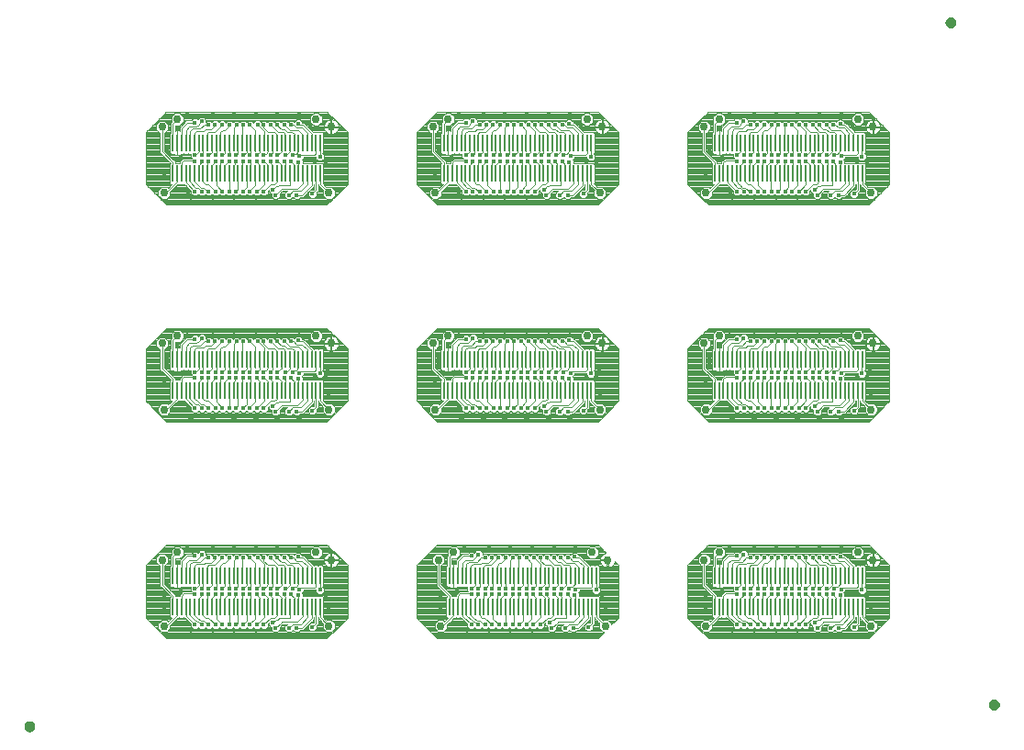
<source format=gtl>
G75*
%MOIN*%
%OFA0B0*%
%FSLAX25Y25*%
%IPPOS*%
%LPD*%
%AMOC8*
5,1,8,0,0,1.08239X$1,22.5*
%
%ADD10C,0.01969*%
%ADD11C,0.02953*%
%ADD12R,0.00787X0.06457*%
%ADD13C,0.01587*%
%ADD14C,0.00394*%
%ADD15C,0.01981*%
%ADD16C,0.00600*%
D10*
X0069622Y0040567D02*
X0069624Y0040629D01*
X0069630Y0040692D01*
X0069640Y0040753D01*
X0069654Y0040814D01*
X0069671Y0040874D01*
X0069692Y0040933D01*
X0069718Y0040990D01*
X0069746Y0041045D01*
X0069778Y0041099D01*
X0069814Y0041150D01*
X0069852Y0041200D01*
X0069894Y0041246D01*
X0069938Y0041290D01*
X0069986Y0041331D01*
X0070035Y0041369D01*
X0070087Y0041403D01*
X0070141Y0041434D01*
X0070197Y0041462D01*
X0070255Y0041486D01*
X0070314Y0041507D01*
X0070374Y0041523D01*
X0070435Y0041536D01*
X0070497Y0041545D01*
X0070559Y0041550D01*
X0070622Y0041551D01*
X0070684Y0041548D01*
X0070746Y0041541D01*
X0070808Y0041530D01*
X0070868Y0041515D01*
X0070928Y0041497D01*
X0070986Y0041475D01*
X0071043Y0041449D01*
X0071098Y0041419D01*
X0071151Y0041386D01*
X0071202Y0041350D01*
X0071250Y0041311D01*
X0071296Y0041268D01*
X0071339Y0041223D01*
X0071379Y0041175D01*
X0071416Y0041125D01*
X0071450Y0041072D01*
X0071481Y0041018D01*
X0071507Y0040962D01*
X0071531Y0040904D01*
X0071550Y0040844D01*
X0071566Y0040784D01*
X0071578Y0040722D01*
X0071586Y0040661D01*
X0071590Y0040598D01*
X0071590Y0040536D01*
X0071586Y0040473D01*
X0071578Y0040412D01*
X0071566Y0040350D01*
X0071550Y0040290D01*
X0071531Y0040230D01*
X0071507Y0040172D01*
X0071481Y0040116D01*
X0071450Y0040062D01*
X0071416Y0040009D01*
X0071379Y0039959D01*
X0071339Y0039911D01*
X0071296Y0039866D01*
X0071250Y0039823D01*
X0071202Y0039784D01*
X0071151Y0039748D01*
X0071098Y0039715D01*
X0071043Y0039685D01*
X0070986Y0039659D01*
X0070928Y0039637D01*
X0070868Y0039619D01*
X0070808Y0039604D01*
X0070746Y0039593D01*
X0070684Y0039586D01*
X0070622Y0039583D01*
X0070559Y0039584D01*
X0070497Y0039589D01*
X0070435Y0039598D01*
X0070374Y0039611D01*
X0070314Y0039627D01*
X0070255Y0039648D01*
X0070197Y0039672D01*
X0070141Y0039700D01*
X0070087Y0039731D01*
X0070035Y0039765D01*
X0069986Y0039803D01*
X0069938Y0039844D01*
X0069894Y0039888D01*
X0069852Y0039934D01*
X0069814Y0039984D01*
X0069778Y0040035D01*
X0069746Y0040089D01*
X0069718Y0040144D01*
X0069692Y0040201D01*
X0069671Y0040260D01*
X0069654Y0040320D01*
X0069640Y0040381D01*
X0069630Y0040442D01*
X0069624Y0040505D01*
X0069622Y0040567D01*
X0420016Y0048441D02*
X0420018Y0048503D01*
X0420024Y0048566D01*
X0420034Y0048627D01*
X0420048Y0048688D01*
X0420065Y0048748D01*
X0420086Y0048807D01*
X0420112Y0048864D01*
X0420140Y0048919D01*
X0420172Y0048973D01*
X0420208Y0049024D01*
X0420246Y0049074D01*
X0420288Y0049120D01*
X0420332Y0049164D01*
X0420380Y0049205D01*
X0420429Y0049243D01*
X0420481Y0049277D01*
X0420535Y0049308D01*
X0420591Y0049336D01*
X0420649Y0049360D01*
X0420708Y0049381D01*
X0420768Y0049397D01*
X0420829Y0049410D01*
X0420891Y0049419D01*
X0420953Y0049424D01*
X0421016Y0049425D01*
X0421078Y0049422D01*
X0421140Y0049415D01*
X0421202Y0049404D01*
X0421262Y0049389D01*
X0421322Y0049371D01*
X0421380Y0049349D01*
X0421437Y0049323D01*
X0421492Y0049293D01*
X0421545Y0049260D01*
X0421596Y0049224D01*
X0421644Y0049185D01*
X0421690Y0049142D01*
X0421733Y0049097D01*
X0421773Y0049049D01*
X0421810Y0048999D01*
X0421844Y0048946D01*
X0421875Y0048892D01*
X0421901Y0048836D01*
X0421925Y0048778D01*
X0421944Y0048718D01*
X0421960Y0048658D01*
X0421972Y0048596D01*
X0421980Y0048535D01*
X0421984Y0048472D01*
X0421984Y0048410D01*
X0421980Y0048347D01*
X0421972Y0048286D01*
X0421960Y0048224D01*
X0421944Y0048164D01*
X0421925Y0048104D01*
X0421901Y0048046D01*
X0421875Y0047990D01*
X0421844Y0047936D01*
X0421810Y0047883D01*
X0421773Y0047833D01*
X0421733Y0047785D01*
X0421690Y0047740D01*
X0421644Y0047697D01*
X0421596Y0047658D01*
X0421545Y0047622D01*
X0421492Y0047589D01*
X0421437Y0047559D01*
X0421380Y0047533D01*
X0421322Y0047511D01*
X0421262Y0047493D01*
X0421202Y0047478D01*
X0421140Y0047467D01*
X0421078Y0047460D01*
X0421016Y0047457D01*
X0420953Y0047458D01*
X0420891Y0047463D01*
X0420829Y0047472D01*
X0420768Y0047485D01*
X0420708Y0047501D01*
X0420649Y0047522D01*
X0420591Y0047546D01*
X0420535Y0047574D01*
X0420481Y0047605D01*
X0420429Y0047639D01*
X0420380Y0047677D01*
X0420332Y0047718D01*
X0420288Y0047762D01*
X0420246Y0047808D01*
X0420208Y0047858D01*
X0420172Y0047909D01*
X0420140Y0047963D01*
X0420112Y0048018D01*
X0420086Y0048075D01*
X0420065Y0048134D01*
X0420048Y0048194D01*
X0420034Y0048255D01*
X0420024Y0048316D01*
X0420018Y0048379D01*
X0420016Y0048441D01*
X0404268Y0296472D02*
X0404270Y0296534D01*
X0404276Y0296597D01*
X0404286Y0296658D01*
X0404300Y0296719D01*
X0404317Y0296779D01*
X0404338Y0296838D01*
X0404364Y0296895D01*
X0404392Y0296950D01*
X0404424Y0297004D01*
X0404460Y0297055D01*
X0404498Y0297105D01*
X0404540Y0297151D01*
X0404584Y0297195D01*
X0404632Y0297236D01*
X0404681Y0297274D01*
X0404733Y0297308D01*
X0404787Y0297339D01*
X0404843Y0297367D01*
X0404901Y0297391D01*
X0404960Y0297412D01*
X0405020Y0297428D01*
X0405081Y0297441D01*
X0405143Y0297450D01*
X0405205Y0297455D01*
X0405268Y0297456D01*
X0405330Y0297453D01*
X0405392Y0297446D01*
X0405454Y0297435D01*
X0405514Y0297420D01*
X0405574Y0297402D01*
X0405632Y0297380D01*
X0405689Y0297354D01*
X0405744Y0297324D01*
X0405797Y0297291D01*
X0405848Y0297255D01*
X0405896Y0297216D01*
X0405942Y0297173D01*
X0405985Y0297128D01*
X0406025Y0297080D01*
X0406062Y0297030D01*
X0406096Y0296977D01*
X0406127Y0296923D01*
X0406153Y0296867D01*
X0406177Y0296809D01*
X0406196Y0296749D01*
X0406212Y0296689D01*
X0406224Y0296627D01*
X0406232Y0296566D01*
X0406236Y0296503D01*
X0406236Y0296441D01*
X0406232Y0296378D01*
X0406224Y0296317D01*
X0406212Y0296255D01*
X0406196Y0296195D01*
X0406177Y0296135D01*
X0406153Y0296077D01*
X0406127Y0296021D01*
X0406096Y0295967D01*
X0406062Y0295914D01*
X0406025Y0295864D01*
X0405985Y0295816D01*
X0405942Y0295771D01*
X0405896Y0295728D01*
X0405848Y0295689D01*
X0405797Y0295653D01*
X0405744Y0295620D01*
X0405689Y0295590D01*
X0405632Y0295564D01*
X0405574Y0295542D01*
X0405514Y0295524D01*
X0405454Y0295509D01*
X0405392Y0295498D01*
X0405330Y0295491D01*
X0405268Y0295488D01*
X0405205Y0295489D01*
X0405143Y0295494D01*
X0405081Y0295503D01*
X0405020Y0295516D01*
X0404960Y0295532D01*
X0404901Y0295553D01*
X0404843Y0295577D01*
X0404787Y0295605D01*
X0404733Y0295636D01*
X0404681Y0295670D01*
X0404632Y0295708D01*
X0404584Y0295749D01*
X0404540Y0295793D01*
X0404498Y0295839D01*
X0404460Y0295889D01*
X0404424Y0295940D01*
X0404392Y0295994D01*
X0404364Y0296049D01*
X0404338Y0296106D01*
X0404317Y0296165D01*
X0404300Y0296225D01*
X0404286Y0296286D01*
X0404276Y0296347D01*
X0404270Y0296410D01*
X0404268Y0296472D01*
D11*
X0371394Y0261433D03*
X0376906Y0258677D03*
X0376118Y0234661D03*
X0321000Y0261433D03*
X0315488Y0258677D03*
X0316276Y0234661D03*
X0278480Y0258677D03*
X0272969Y0261433D03*
X0277693Y0234661D03*
X0222575Y0261433D03*
X0217063Y0258677D03*
X0217850Y0234661D03*
X0179268Y0234661D03*
X0180055Y0258677D03*
X0174543Y0261433D03*
X0124150Y0261433D03*
X0118638Y0258677D03*
X0119425Y0234661D03*
X0124150Y0182693D03*
X0118638Y0179937D03*
X0119425Y0155921D03*
X0174543Y0182693D03*
X0180055Y0179937D03*
X0179268Y0155921D03*
X0217850Y0155921D03*
X0217063Y0179937D03*
X0222575Y0182693D03*
X0272969Y0182693D03*
X0278480Y0179937D03*
X0277693Y0155921D03*
X0316276Y0155921D03*
X0315488Y0179937D03*
X0321000Y0182693D03*
X0371394Y0182693D03*
X0376906Y0179937D03*
X0376118Y0155921D03*
X0371394Y0103953D03*
X0376906Y0101197D03*
X0376118Y0077181D03*
X0321000Y0103953D03*
X0315488Y0101197D03*
X0316276Y0077181D03*
X0279661Y0077181D03*
X0280449Y0101197D03*
X0274937Y0103953D03*
X0224543Y0103953D03*
X0219032Y0101197D03*
X0219819Y0077181D03*
X0179268Y0077181D03*
X0180055Y0101197D03*
X0174543Y0103953D03*
X0124150Y0103953D03*
X0118638Y0101197D03*
X0119425Y0077181D03*
D12*
X0122575Y0084189D03*
X0124150Y0084189D03*
X0125724Y0084189D03*
X0127299Y0084189D03*
X0128874Y0084189D03*
X0130449Y0084189D03*
X0132024Y0084189D03*
X0133598Y0084189D03*
X0135173Y0084189D03*
X0136748Y0084189D03*
X0138323Y0084189D03*
X0139898Y0084189D03*
X0141472Y0084189D03*
X0143047Y0084189D03*
X0144622Y0084189D03*
X0146197Y0084189D03*
X0147772Y0084189D03*
X0149346Y0084189D03*
X0150921Y0084189D03*
X0152496Y0084189D03*
X0154071Y0084189D03*
X0155646Y0084189D03*
X0157220Y0084189D03*
X0158795Y0084189D03*
X0160370Y0084189D03*
X0161945Y0084189D03*
X0163520Y0084189D03*
X0165095Y0084189D03*
X0166669Y0084189D03*
X0168244Y0084189D03*
X0169819Y0084189D03*
X0171394Y0084189D03*
X0172969Y0084189D03*
X0174543Y0084189D03*
X0176118Y0084189D03*
X0176118Y0095370D03*
X0174543Y0095370D03*
X0172969Y0095370D03*
X0171394Y0095370D03*
X0169819Y0095370D03*
X0168244Y0095370D03*
X0166669Y0095370D03*
X0165095Y0095370D03*
X0163520Y0095370D03*
X0161945Y0095370D03*
X0160370Y0095370D03*
X0158795Y0095370D03*
X0157220Y0095370D03*
X0155646Y0095370D03*
X0154071Y0095370D03*
X0152496Y0095370D03*
X0150921Y0095370D03*
X0149346Y0095370D03*
X0147772Y0095370D03*
X0146197Y0095370D03*
X0144622Y0095370D03*
X0143047Y0095370D03*
X0141472Y0095370D03*
X0139898Y0095370D03*
X0138323Y0095370D03*
X0136748Y0095370D03*
X0135173Y0095370D03*
X0133598Y0095370D03*
X0132024Y0095370D03*
X0130449Y0095370D03*
X0128874Y0095370D03*
X0127299Y0095370D03*
X0125724Y0095370D03*
X0124150Y0095370D03*
X0122575Y0095370D03*
X0222969Y0095370D03*
X0224543Y0095370D03*
X0226118Y0095370D03*
X0227693Y0095370D03*
X0229268Y0095370D03*
X0230843Y0095370D03*
X0232417Y0095370D03*
X0233992Y0095370D03*
X0235567Y0095370D03*
X0237142Y0095370D03*
X0238717Y0095370D03*
X0240291Y0095370D03*
X0241866Y0095370D03*
X0243441Y0095370D03*
X0245016Y0095370D03*
X0246591Y0095370D03*
X0248165Y0095370D03*
X0249740Y0095370D03*
X0251315Y0095370D03*
X0252890Y0095370D03*
X0254465Y0095370D03*
X0256039Y0095370D03*
X0257614Y0095370D03*
X0259189Y0095370D03*
X0260764Y0095370D03*
X0262339Y0095370D03*
X0263913Y0095370D03*
X0265488Y0095370D03*
X0267063Y0095370D03*
X0268638Y0095370D03*
X0270213Y0095370D03*
X0271787Y0095370D03*
X0273362Y0095370D03*
X0274937Y0095370D03*
X0276512Y0095370D03*
X0276512Y0084189D03*
X0274937Y0084189D03*
X0273362Y0084189D03*
X0271787Y0084189D03*
X0270213Y0084189D03*
X0268638Y0084189D03*
X0267063Y0084189D03*
X0265488Y0084189D03*
X0263913Y0084189D03*
X0262339Y0084189D03*
X0260764Y0084189D03*
X0259189Y0084189D03*
X0257614Y0084189D03*
X0256039Y0084189D03*
X0254465Y0084189D03*
X0252890Y0084189D03*
X0251315Y0084189D03*
X0249740Y0084189D03*
X0248165Y0084189D03*
X0246591Y0084189D03*
X0245016Y0084189D03*
X0243441Y0084189D03*
X0241866Y0084189D03*
X0240291Y0084189D03*
X0238717Y0084189D03*
X0237142Y0084189D03*
X0235567Y0084189D03*
X0233992Y0084189D03*
X0232417Y0084189D03*
X0230843Y0084189D03*
X0229268Y0084189D03*
X0227693Y0084189D03*
X0226118Y0084189D03*
X0224543Y0084189D03*
X0222969Y0084189D03*
X0319425Y0084189D03*
X0321000Y0084189D03*
X0322575Y0084189D03*
X0324150Y0084189D03*
X0325724Y0084189D03*
X0327299Y0084189D03*
X0328874Y0084189D03*
X0330449Y0084189D03*
X0332024Y0084189D03*
X0333598Y0084189D03*
X0335173Y0084189D03*
X0336748Y0084189D03*
X0338323Y0084189D03*
X0339898Y0084189D03*
X0341472Y0084189D03*
X0343047Y0084189D03*
X0344622Y0084189D03*
X0346197Y0084189D03*
X0347772Y0084189D03*
X0349346Y0084189D03*
X0350921Y0084189D03*
X0352496Y0084189D03*
X0354071Y0084189D03*
X0355646Y0084189D03*
X0357220Y0084189D03*
X0358795Y0084189D03*
X0360370Y0084189D03*
X0361945Y0084189D03*
X0363520Y0084189D03*
X0365095Y0084189D03*
X0366669Y0084189D03*
X0368244Y0084189D03*
X0369819Y0084189D03*
X0371394Y0084189D03*
X0372969Y0084189D03*
X0372969Y0095370D03*
X0371394Y0095370D03*
X0369819Y0095370D03*
X0368244Y0095370D03*
X0366669Y0095370D03*
X0365095Y0095370D03*
X0363520Y0095370D03*
X0361945Y0095370D03*
X0360370Y0095370D03*
X0358795Y0095370D03*
X0357220Y0095370D03*
X0355646Y0095370D03*
X0354071Y0095370D03*
X0352496Y0095370D03*
X0350921Y0095370D03*
X0349346Y0095370D03*
X0347772Y0095370D03*
X0346197Y0095370D03*
X0344622Y0095370D03*
X0343047Y0095370D03*
X0341472Y0095370D03*
X0339898Y0095370D03*
X0338323Y0095370D03*
X0336748Y0095370D03*
X0335173Y0095370D03*
X0333598Y0095370D03*
X0332024Y0095370D03*
X0330449Y0095370D03*
X0328874Y0095370D03*
X0327299Y0095370D03*
X0325724Y0095370D03*
X0324150Y0095370D03*
X0322575Y0095370D03*
X0321000Y0095370D03*
X0319425Y0095370D03*
X0319425Y0162929D03*
X0321000Y0162929D03*
X0322575Y0162929D03*
X0324150Y0162929D03*
X0325724Y0162929D03*
X0327299Y0162929D03*
X0328874Y0162929D03*
X0330449Y0162929D03*
X0332024Y0162929D03*
X0333598Y0162929D03*
X0335173Y0162929D03*
X0336748Y0162929D03*
X0338323Y0162929D03*
X0339898Y0162929D03*
X0341472Y0162929D03*
X0343047Y0162929D03*
X0344622Y0162929D03*
X0346197Y0162929D03*
X0347772Y0162929D03*
X0349346Y0162929D03*
X0350921Y0162929D03*
X0352496Y0162929D03*
X0354071Y0162929D03*
X0355646Y0162929D03*
X0357220Y0162929D03*
X0358795Y0162929D03*
X0360370Y0162929D03*
X0361945Y0162929D03*
X0363520Y0162929D03*
X0365095Y0162929D03*
X0366669Y0162929D03*
X0368244Y0162929D03*
X0369819Y0162929D03*
X0371394Y0162929D03*
X0372969Y0162929D03*
X0372969Y0174110D03*
X0371394Y0174110D03*
X0369819Y0174110D03*
X0368244Y0174110D03*
X0366669Y0174110D03*
X0365095Y0174110D03*
X0363520Y0174110D03*
X0361945Y0174110D03*
X0360370Y0174110D03*
X0358795Y0174110D03*
X0357220Y0174110D03*
X0355646Y0174110D03*
X0354071Y0174110D03*
X0352496Y0174110D03*
X0350921Y0174110D03*
X0349346Y0174110D03*
X0347772Y0174110D03*
X0346197Y0174110D03*
X0344622Y0174110D03*
X0343047Y0174110D03*
X0341472Y0174110D03*
X0339898Y0174110D03*
X0338323Y0174110D03*
X0336748Y0174110D03*
X0335173Y0174110D03*
X0333598Y0174110D03*
X0332024Y0174110D03*
X0330449Y0174110D03*
X0328874Y0174110D03*
X0327299Y0174110D03*
X0325724Y0174110D03*
X0324150Y0174110D03*
X0322575Y0174110D03*
X0321000Y0174110D03*
X0319425Y0174110D03*
X0274543Y0174110D03*
X0272969Y0174110D03*
X0271394Y0174110D03*
X0269819Y0174110D03*
X0268244Y0174110D03*
X0266669Y0174110D03*
X0265095Y0174110D03*
X0263520Y0174110D03*
X0261945Y0174110D03*
X0260370Y0174110D03*
X0258795Y0174110D03*
X0257220Y0174110D03*
X0255646Y0174110D03*
X0254071Y0174110D03*
X0252496Y0174110D03*
X0250921Y0174110D03*
X0249346Y0174110D03*
X0247772Y0174110D03*
X0246197Y0174110D03*
X0244622Y0174110D03*
X0243047Y0174110D03*
X0241472Y0174110D03*
X0239898Y0174110D03*
X0238323Y0174110D03*
X0236748Y0174110D03*
X0235173Y0174110D03*
X0233598Y0174110D03*
X0232024Y0174110D03*
X0230449Y0174110D03*
X0228874Y0174110D03*
X0227299Y0174110D03*
X0225724Y0174110D03*
X0224150Y0174110D03*
X0222575Y0174110D03*
X0221000Y0174110D03*
X0221000Y0162929D03*
X0222575Y0162929D03*
X0224150Y0162929D03*
X0225724Y0162929D03*
X0227299Y0162929D03*
X0228874Y0162929D03*
X0230449Y0162929D03*
X0232024Y0162929D03*
X0233598Y0162929D03*
X0235173Y0162929D03*
X0236748Y0162929D03*
X0238323Y0162929D03*
X0239898Y0162929D03*
X0241472Y0162929D03*
X0243047Y0162929D03*
X0244622Y0162929D03*
X0246197Y0162929D03*
X0247772Y0162929D03*
X0249346Y0162929D03*
X0250921Y0162929D03*
X0252496Y0162929D03*
X0254071Y0162929D03*
X0255646Y0162929D03*
X0257220Y0162929D03*
X0258795Y0162929D03*
X0260370Y0162929D03*
X0261945Y0162929D03*
X0263520Y0162929D03*
X0265095Y0162929D03*
X0266669Y0162929D03*
X0268244Y0162929D03*
X0269819Y0162929D03*
X0271394Y0162929D03*
X0272969Y0162929D03*
X0274543Y0162929D03*
X0176118Y0162929D03*
X0174543Y0162929D03*
X0172969Y0162929D03*
X0171394Y0162929D03*
X0169819Y0162929D03*
X0168244Y0162929D03*
X0166669Y0162929D03*
X0165095Y0162929D03*
X0163520Y0162929D03*
X0161945Y0162929D03*
X0160370Y0162929D03*
X0158795Y0162929D03*
X0157220Y0162929D03*
X0155646Y0162929D03*
X0154071Y0162929D03*
X0152496Y0162929D03*
X0150921Y0162929D03*
X0149346Y0162929D03*
X0147772Y0162929D03*
X0146197Y0162929D03*
X0144622Y0162929D03*
X0143047Y0162929D03*
X0141472Y0162929D03*
X0139898Y0162929D03*
X0138323Y0162929D03*
X0136748Y0162929D03*
X0135173Y0162929D03*
X0133598Y0162929D03*
X0132024Y0162929D03*
X0130449Y0162929D03*
X0128874Y0162929D03*
X0127299Y0162929D03*
X0125724Y0162929D03*
X0124150Y0162929D03*
X0122575Y0162929D03*
X0122575Y0174110D03*
X0124150Y0174110D03*
X0125724Y0174110D03*
X0127299Y0174110D03*
X0128874Y0174110D03*
X0130449Y0174110D03*
X0132024Y0174110D03*
X0133598Y0174110D03*
X0135173Y0174110D03*
X0136748Y0174110D03*
X0138323Y0174110D03*
X0139898Y0174110D03*
X0141472Y0174110D03*
X0143047Y0174110D03*
X0144622Y0174110D03*
X0146197Y0174110D03*
X0147772Y0174110D03*
X0149346Y0174110D03*
X0150921Y0174110D03*
X0152496Y0174110D03*
X0154071Y0174110D03*
X0155646Y0174110D03*
X0157220Y0174110D03*
X0158795Y0174110D03*
X0160370Y0174110D03*
X0161945Y0174110D03*
X0163520Y0174110D03*
X0165095Y0174110D03*
X0166669Y0174110D03*
X0168244Y0174110D03*
X0169819Y0174110D03*
X0171394Y0174110D03*
X0172969Y0174110D03*
X0174543Y0174110D03*
X0176118Y0174110D03*
X0176118Y0241669D03*
X0174543Y0241669D03*
X0172969Y0241669D03*
X0171394Y0241669D03*
X0169819Y0241669D03*
X0168244Y0241669D03*
X0166669Y0241669D03*
X0165095Y0241669D03*
X0163520Y0241669D03*
X0161945Y0241669D03*
X0160370Y0241669D03*
X0158795Y0241669D03*
X0157220Y0241669D03*
X0155646Y0241669D03*
X0154071Y0241669D03*
X0152496Y0241669D03*
X0150921Y0241669D03*
X0149346Y0241669D03*
X0147772Y0241669D03*
X0146197Y0241669D03*
X0144622Y0241669D03*
X0143047Y0241669D03*
X0141472Y0241669D03*
X0139898Y0241669D03*
X0138323Y0241669D03*
X0136748Y0241669D03*
X0135173Y0241669D03*
X0133598Y0241669D03*
X0132024Y0241669D03*
X0130449Y0241669D03*
X0128874Y0241669D03*
X0127299Y0241669D03*
X0125724Y0241669D03*
X0124150Y0241669D03*
X0122575Y0241669D03*
X0122575Y0252850D03*
X0124150Y0252850D03*
X0125724Y0252850D03*
X0127299Y0252850D03*
X0128874Y0252850D03*
X0130449Y0252850D03*
X0132024Y0252850D03*
X0133598Y0252850D03*
X0135173Y0252850D03*
X0136748Y0252850D03*
X0138323Y0252850D03*
X0139898Y0252850D03*
X0141472Y0252850D03*
X0143047Y0252850D03*
X0144622Y0252850D03*
X0146197Y0252850D03*
X0147772Y0252850D03*
X0149346Y0252850D03*
X0150921Y0252850D03*
X0152496Y0252850D03*
X0154071Y0252850D03*
X0155646Y0252850D03*
X0157220Y0252850D03*
X0158795Y0252850D03*
X0160370Y0252850D03*
X0161945Y0252850D03*
X0163520Y0252850D03*
X0165095Y0252850D03*
X0166669Y0252850D03*
X0168244Y0252850D03*
X0169819Y0252850D03*
X0171394Y0252850D03*
X0172969Y0252850D03*
X0174543Y0252850D03*
X0176118Y0252850D03*
X0221000Y0252850D03*
X0222575Y0252850D03*
X0224150Y0252850D03*
X0225724Y0252850D03*
X0227299Y0252850D03*
X0228874Y0252850D03*
X0230449Y0252850D03*
X0232024Y0252850D03*
X0233598Y0252850D03*
X0235173Y0252850D03*
X0236748Y0252850D03*
X0238323Y0252850D03*
X0239898Y0252850D03*
X0241472Y0252850D03*
X0243047Y0252850D03*
X0244622Y0252850D03*
X0246197Y0252850D03*
X0247772Y0252850D03*
X0249346Y0252850D03*
X0250921Y0252850D03*
X0252496Y0252850D03*
X0254071Y0252850D03*
X0255646Y0252850D03*
X0257220Y0252850D03*
X0258795Y0252850D03*
X0260370Y0252850D03*
X0261945Y0252850D03*
X0263520Y0252850D03*
X0265095Y0252850D03*
X0266669Y0252850D03*
X0268244Y0252850D03*
X0269819Y0252850D03*
X0271394Y0252850D03*
X0272969Y0252850D03*
X0274543Y0252850D03*
X0274543Y0241669D03*
X0272969Y0241669D03*
X0271394Y0241669D03*
X0269819Y0241669D03*
X0268244Y0241669D03*
X0266669Y0241669D03*
X0265095Y0241669D03*
X0263520Y0241669D03*
X0261945Y0241669D03*
X0260370Y0241669D03*
X0258795Y0241669D03*
X0257220Y0241669D03*
X0255646Y0241669D03*
X0254071Y0241669D03*
X0252496Y0241669D03*
X0250921Y0241669D03*
X0249346Y0241669D03*
X0247772Y0241669D03*
X0246197Y0241669D03*
X0244622Y0241669D03*
X0243047Y0241669D03*
X0241472Y0241669D03*
X0239898Y0241669D03*
X0238323Y0241669D03*
X0236748Y0241669D03*
X0235173Y0241669D03*
X0233598Y0241669D03*
X0232024Y0241669D03*
X0230449Y0241669D03*
X0228874Y0241669D03*
X0227299Y0241669D03*
X0225724Y0241669D03*
X0224150Y0241669D03*
X0222575Y0241669D03*
X0221000Y0241669D03*
X0319425Y0241669D03*
X0321000Y0241669D03*
X0322575Y0241669D03*
X0324150Y0241669D03*
X0325724Y0241669D03*
X0327299Y0241669D03*
X0328874Y0241669D03*
X0330449Y0241669D03*
X0332024Y0241669D03*
X0333598Y0241669D03*
X0335173Y0241669D03*
X0336748Y0241669D03*
X0338323Y0241669D03*
X0339898Y0241669D03*
X0341472Y0241669D03*
X0343047Y0241669D03*
X0344622Y0241669D03*
X0346197Y0241669D03*
X0347772Y0241669D03*
X0349346Y0241669D03*
X0350921Y0241669D03*
X0352496Y0241669D03*
X0354071Y0241669D03*
X0355646Y0241669D03*
X0357220Y0241669D03*
X0358795Y0241669D03*
X0360370Y0241669D03*
X0361945Y0241669D03*
X0363520Y0241669D03*
X0365095Y0241669D03*
X0366669Y0241669D03*
X0368244Y0241669D03*
X0369819Y0241669D03*
X0371394Y0241669D03*
X0372969Y0241669D03*
X0372969Y0252850D03*
X0371394Y0252850D03*
X0369819Y0252850D03*
X0368244Y0252850D03*
X0366669Y0252850D03*
X0365095Y0252850D03*
X0363520Y0252850D03*
X0361945Y0252850D03*
X0360370Y0252850D03*
X0358795Y0252850D03*
X0357220Y0252850D03*
X0355646Y0252850D03*
X0354071Y0252850D03*
X0352496Y0252850D03*
X0350921Y0252850D03*
X0349346Y0252850D03*
X0347772Y0252850D03*
X0346197Y0252850D03*
X0344622Y0252850D03*
X0343047Y0252850D03*
X0341472Y0252850D03*
X0339898Y0252850D03*
X0338323Y0252850D03*
X0336748Y0252850D03*
X0335173Y0252850D03*
X0333598Y0252850D03*
X0332024Y0252850D03*
X0330449Y0252850D03*
X0328874Y0252850D03*
X0327299Y0252850D03*
X0325724Y0252850D03*
X0324150Y0252850D03*
X0322575Y0252850D03*
X0321000Y0252850D03*
X0319425Y0252850D03*
D13*
X0317447Y0253096D03*
X0317447Y0250734D03*
X0322181Y0247654D03*
X0327447Y0248313D03*
X0327447Y0246207D03*
X0329947Y0246207D03*
X0329947Y0248313D03*
X0332447Y0248313D03*
X0332447Y0246207D03*
X0334947Y0246207D03*
X0334947Y0248313D03*
X0337447Y0248313D03*
X0337447Y0246207D03*
X0339947Y0246207D03*
X0339947Y0248313D03*
X0342447Y0248313D03*
X0342447Y0246207D03*
X0344947Y0246207D03*
X0344947Y0248313D03*
X0347447Y0248313D03*
X0347447Y0246207D03*
X0349947Y0246207D03*
X0349947Y0248313D03*
X0352447Y0248313D03*
X0352447Y0246207D03*
X0354947Y0246207D03*
X0354947Y0248313D03*
X0357447Y0248313D03*
X0357447Y0246207D03*
X0359947Y0246207D03*
X0360262Y0248274D03*
X0362801Y0248313D03*
X0362447Y0246207D03*
X0365026Y0245852D03*
X0365370Y0247988D03*
X0371069Y0246246D03*
X0372801Y0247801D03*
X0374927Y0246010D03*
X0375724Y0249228D03*
X0376118Y0240567D03*
X0370065Y0234307D03*
X0364415Y0233913D03*
X0361522Y0233913D03*
X0356659Y0233913D03*
X0355734Y0235882D03*
X0352447Y0235094D03*
X0349947Y0235094D03*
X0347447Y0235094D03*
X0344947Y0235094D03*
X0342447Y0235094D03*
X0339947Y0235094D03*
X0337447Y0235094D03*
X0334947Y0235094D03*
X0332447Y0235094D03*
X0329947Y0235094D03*
X0327447Y0235094D03*
X0324947Y0235094D03*
X0316266Y0241285D03*
X0316266Y0244829D03*
X0321000Y0257890D03*
X0327447Y0260213D03*
X0329937Y0260606D03*
X0332417Y0259425D03*
X0334780Y0259465D03*
X0337339Y0259465D03*
X0339967Y0259425D03*
X0342467Y0259425D03*
X0344967Y0259425D03*
X0347447Y0259425D03*
X0350134Y0259465D03*
X0352447Y0259425D03*
X0354947Y0259425D03*
X0357447Y0259425D03*
X0359947Y0259425D03*
X0362447Y0259425D03*
X0364947Y0259780D03*
X0369346Y0259465D03*
X0277299Y0249228D03*
X0274376Y0247801D03*
X0272644Y0246246D03*
X0276502Y0246010D03*
X0277693Y0240567D03*
X0271640Y0234307D03*
X0265990Y0233913D03*
X0263096Y0233913D03*
X0258234Y0233913D03*
X0257309Y0235882D03*
X0254022Y0235094D03*
X0251522Y0235094D03*
X0249022Y0235094D03*
X0246522Y0235094D03*
X0244022Y0235094D03*
X0241522Y0235094D03*
X0239022Y0235094D03*
X0236522Y0235094D03*
X0234022Y0235094D03*
X0231522Y0235094D03*
X0229022Y0235094D03*
X0226522Y0235094D03*
X0217841Y0241285D03*
X0217841Y0244829D03*
X0223756Y0247654D03*
X0229022Y0248313D03*
X0229022Y0246207D03*
X0231522Y0246207D03*
X0231522Y0248313D03*
X0234022Y0248313D03*
X0234022Y0246207D03*
X0236522Y0246207D03*
X0236522Y0248313D03*
X0239022Y0248313D03*
X0239022Y0246207D03*
X0241522Y0246207D03*
X0241522Y0248313D03*
X0244022Y0248313D03*
X0244022Y0246207D03*
X0246522Y0246207D03*
X0246522Y0248313D03*
X0249022Y0248313D03*
X0249022Y0246207D03*
X0251522Y0246207D03*
X0251522Y0248313D03*
X0254022Y0248313D03*
X0254022Y0246207D03*
X0256522Y0246207D03*
X0256522Y0248313D03*
X0259022Y0248313D03*
X0259022Y0246207D03*
X0261522Y0246207D03*
X0261837Y0248274D03*
X0264376Y0248313D03*
X0264022Y0246207D03*
X0266600Y0245852D03*
X0266945Y0247988D03*
X0266522Y0259780D03*
X0264022Y0259425D03*
X0261522Y0259425D03*
X0259022Y0259425D03*
X0256522Y0259425D03*
X0254022Y0259425D03*
X0251709Y0259465D03*
X0249022Y0259425D03*
X0246541Y0259425D03*
X0244041Y0259425D03*
X0241541Y0259425D03*
X0238913Y0259465D03*
X0236354Y0259465D03*
X0233992Y0259425D03*
X0231512Y0260606D03*
X0229022Y0260213D03*
X0222575Y0257890D03*
X0219022Y0253096D03*
X0219022Y0250734D03*
X0178874Y0249228D03*
X0175951Y0247801D03*
X0174219Y0246246D03*
X0178077Y0246010D03*
X0179268Y0240567D03*
X0173215Y0234307D03*
X0167565Y0233913D03*
X0164671Y0233913D03*
X0159809Y0233913D03*
X0158884Y0235882D03*
X0155596Y0235094D03*
X0153096Y0235094D03*
X0150596Y0235094D03*
X0148096Y0235094D03*
X0145596Y0235094D03*
X0143096Y0235094D03*
X0140596Y0235094D03*
X0138096Y0235094D03*
X0135596Y0235094D03*
X0133096Y0235094D03*
X0130596Y0235094D03*
X0128096Y0235094D03*
X0119415Y0241285D03*
X0119415Y0244829D03*
X0125331Y0247654D03*
X0130596Y0248313D03*
X0130596Y0246207D03*
X0133096Y0246207D03*
X0133096Y0248313D03*
X0135596Y0248313D03*
X0135596Y0246207D03*
X0138096Y0246207D03*
X0138096Y0248313D03*
X0140596Y0248313D03*
X0140596Y0246207D03*
X0143096Y0246207D03*
X0143096Y0248313D03*
X0145596Y0248313D03*
X0145596Y0246207D03*
X0148096Y0246207D03*
X0148096Y0248313D03*
X0150596Y0248313D03*
X0150596Y0246207D03*
X0153096Y0246207D03*
X0153096Y0248313D03*
X0155596Y0248313D03*
X0155596Y0246207D03*
X0158096Y0246207D03*
X0158096Y0248313D03*
X0160596Y0248313D03*
X0160596Y0246207D03*
X0163096Y0246207D03*
X0163411Y0248274D03*
X0165951Y0248313D03*
X0165596Y0246207D03*
X0168175Y0245852D03*
X0168520Y0247988D03*
X0168096Y0259780D03*
X0165596Y0259425D03*
X0163096Y0259425D03*
X0160596Y0259425D03*
X0158096Y0259425D03*
X0155596Y0259425D03*
X0153283Y0259465D03*
X0150596Y0259425D03*
X0148116Y0259425D03*
X0145616Y0259425D03*
X0143116Y0259425D03*
X0140488Y0259465D03*
X0137929Y0259465D03*
X0135567Y0259425D03*
X0133087Y0260606D03*
X0130596Y0260213D03*
X0124150Y0257890D03*
X0120596Y0253096D03*
X0120596Y0250734D03*
X0172496Y0259465D03*
X0270921Y0259465D03*
X0231512Y0181866D03*
X0229022Y0181472D03*
X0233992Y0180685D03*
X0236354Y0180724D03*
X0238913Y0180724D03*
X0241541Y0180685D03*
X0244041Y0180685D03*
X0246541Y0180685D03*
X0249022Y0180685D03*
X0251709Y0180724D03*
X0254022Y0180685D03*
X0256522Y0180685D03*
X0259022Y0180685D03*
X0261522Y0180685D03*
X0264022Y0180685D03*
X0266522Y0181039D03*
X0270921Y0180724D03*
X0277299Y0170488D03*
X0274376Y0169061D03*
X0272644Y0167506D03*
X0276502Y0167270D03*
X0277693Y0161827D03*
X0271640Y0155567D03*
X0265990Y0155173D03*
X0263096Y0155173D03*
X0258234Y0155173D03*
X0257309Y0157142D03*
X0254022Y0156354D03*
X0251522Y0156354D03*
X0249022Y0156354D03*
X0246522Y0156354D03*
X0244022Y0156354D03*
X0241522Y0156354D03*
X0239022Y0156354D03*
X0236522Y0156354D03*
X0234022Y0156354D03*
X0231522Y0156354D03*
X0229022Y0156354D03*
X0226522Y0156354D03*
X0217841Y0162545D03*
X0217841Y0166089D03*
X0223756Y0168913D03*
X0229022Y0169573D03*
X0229022Y0167467D03*
X0231522Y0167467D03*
X0231522Y0169573D03*
X0234022Y0169573D03*
X0234022Y0167467D03*
X0236522Y0167467D03*
X0236522Y0169573D03*
X0239022Y0169573D03*
X0239022Y0167467D03*
X0241522Y0167467D03*
X0241522Y0169573D03*
X0244022Y0169573D03*
X0244022Y0167467D03*
X0246522Y0167467D03*
X0246522Y0169573D03*
X0249022Y0169573D03*
X0249022Y0167467D03*
X0251522Y0167467D03*
X0251522Y0169573D03*
X0254022Y0169573D03*
X0254022Y0167467D03*
X0256522Y0167467D03*
X0256522Y0169573D03*
X0259022Y0169573D03*
X0259022Y0167467D03*
X0261522Y0167467D03*
X0261837Y0169533D03*
X0264376Y0169573D03*
X0264022Y0167467D03*
X0266600Y0167112D03*
X0266945Y0169248D03*
X0222575Y0179150D03*
X0219022Y0174356D03*
X0219022Y0171994D03*
X0178874Y0170488D03*
X0175951Y0169061D03*
X0174219Y0167506D03*
X0178077Y0167270D03*
X0179268Y0161827D03*
X0173215Y0155567D03*
X0167565Y0155173D03*
X0164671Y0155173D03*
X0159809Y0155173D03*
X0158884Y0157142D03*
X0155596Y0156354D03*
X0153096Y0156354D03*
X0150596Y0156354D03*
X0148096Y0156354D03*
X0145596Y0156354D03*
X0143096Y0156354D03*
X0140596Y0156354D03*
X0138096Y0156354D03*
X0135596Y0156354D03*
X0133096Y0156354D03*
X0130596Y0156354D03*
X0128096Y0156354D03*
X0119415Y0162545D03*
X0119415Y0166089D03*
X0125331Y0168913D03*
X0130596Y0169573D03*
X0130596Y0167467D03*
X0133096Y0167467D03*
X0133096Y0169573D03*
X0135596Y0169573D03*
X0135596Y0167467D03*
X0138096Y0167467D03*
X0138096Y0169573D03*
X0140596Y0169573D03*
X0140596Y0167467D03*
X0143096Y0167467D03*
X0143096Y0169573D03*
X0145596Y0169573D03*
X0145596Y0167467D03*
X0148096Y0167467D03*
X0148096Y0169573D03*
X0150596Y0169573D03*
X0150596Y0167467D03*
X0153096Y0167467D03*
X0153096Y0169573D03*
X0155596Y0169573D03*
X0155596Y0167467D03*
X0158096Y0167467D03*
X0158096Y0169573D03*
X0160596Y0169573D03*
X0160596Y0167467D03*
X0163096Y0167467D03*
X0163411Y0169533D03*
X0165951Y0169573D03*
X0165596Y0167467D03*
X0168175Y0167112D03*
X0168520Y0169248D03*
X0168096Y0181039D03*
X0165596Y0180685D03*
X0163096Y0180685D03*
X0160596Y0180685D03*
X0158096Y0180685D03*
X0155596Y0180685D03*
X0153283Y0180724D03*
X0150596Y0180685D03*
X0148116Y0180685D03*
X0145616Y0180685D03*
X0143116Y0180685D03*
X0140488Y0180724D03*
X0137929Y0180724D03*
X0135567Y0180685D03*
X0133087Y0181866D03*
X0130596Y0181472D03*
X0124150Y0179150D03*
X0120596Y0174356D03*
X0120596Y0171994D03*
X0172496Y0180724D03*
X0168096Y0102299D03*
X0165596Y0101945D03*
X0163096Y0101945D03*
X0160596Y0101945D03*
X0158096Y0101945D03*
X0155596Y0101945D03*
X0153283Y0101984D03*
X0150596Y0101945D03*
X0148116Y0101945D03*
X0145616Y0101945D03*
X0143116Y0101945D03*
X0140488Y0101984D03*
X0137929Y0101984D03*
X0135567Y0101945D03*
X0133087Y0103126D03*
X0130596Y0102732D03*
X0124150Y0100409D03*
X0120596Y0095616D03*
X0120596Y0093254D03*
X0125331Y0090173D03*
X0130596Y0090833D03*
X0130596Y0088726D03*
X0133096Y0088726D03*
X0133096Y0090833D03*
X0135596Y0090833D03*
X0135596Y0088726D03*
X0138096Y0088726D03*
X0138096Y0090833D03*
X0140596Y0090833D03*
X0140596Y0088726D03*
X0143096Y0088726D03*
X0143096Y0090833D03*
X0145596Y0090833D03*
X0145596Y0088726D03*
X0148096Y0088726D03*
X0148096Y0090833D03*
X0150596Y0090833D03*
X0150596Y0088726D03*
X0153096Y0088726D03*
X0153096Y0090833D03*
X0155596Y0090833D03*
X0155596Y0088726D03*
X0158096Y0088726D03*
X0158096Y0090833D03*
X0160596Y0090833D03*
X0160596Y0088726D03*
X0163096Y0088726D03*
X0163411Y0090793D03*
X0165951Y0090833D03*
X0165596Y0088726D03*
X0168175Y0088372D03*
X0168520Y0090508D03*
X0174219Y0088766D03*
X0175951Y0090321D03*
X0178077Y0088530D03*
X0178874Y0091748D03*
X0179268Y0083087D03*
X0173215Y0076827D03*
X0167565Y0076433D03*
X0164671Y0076433D03*
X0159809Y0076433D03*
X0158884Y0078402D03*
X0155596Y0077614D03*
X0153096Y0077614D03*
X0150596Y0077614D03*
X0148096Y0077614D03*
X0145596Y0077614D03*
X0143096Y0077614D03*
X0140596Y0077614D03*
X0138096Y0077614D03*
X0135596Y0077614D03*
X0133096Y0077614D03*
X0130596Y0077614D03*
X0128096Y0077614D03*
X0119415Y0083805D03*
X0119415Y0087348D03*
X0172496Y0101984D03*
X0219809Y0087348D03*
X0219809Y0083805D03*
X0225724Y0090173D03*
X0230990Y0090833D03*
X0230990Y0088726D03*
X0233490Y0088726D03*
X0233490Y0090833D03*
X0235990Y0090833D03*
X0235990Y0088726D03*
X0238490Y0088726D03*
X0238490Y0090833D03*
X0240990Y0090833D03*
X0240990Y0088726D03*
X0243490Y0088726D03*
X0243490Y0090833D03*
X0245990Y0090833D03*
X0245990Y0088726D03*
X0248490Y0088726D03*
X0248490Y0090833D03*
X0250990Y0090833D03*
X0250990Y0088726D03*
X0253490Y0088726D03*
X0253490Y0090833D03*
X0255990Y0090833D03*
X0255990Y0088726D03*
X0258490Y0088726D03*
X0258490Y0090833D03*
X0260990Y0090833D03*
X0260990Y0088726D03*
X0263490Y0088726D03*
X0263805Y0090793D03*
X0266345Y0090833D03*
X0265990Y0088726D03*
X0268569Y0088372D03*
X0268913Y0090508D03*
X0274612Y0088766D03*
X0276345Y0090321D03*
X0278470Y0088530D03*
X0279268Y0091748D03*
X0279661Y0083087D03*
X0273608Y0076827D03*
X0267959Y0076433D03*
X0265065Y0076433D03*
X0260203Y0076433D03*
X0259278Y0078402D03*
X0255990Y0077614D03*
X0253490Y0077614D03*
X0250990Y0077614D03*
X0248490Y0077614D03*
X0245990Y0077614D03*
X0243490Y0077614D03*
X0240990Y0077614D03*
X0238490Y0077614D03*
X0235990Y0077614D03*
X0233490Y0077614D03*
X0230990Y0077614D03*
X0228490Y0077614D03*
X0220990Y0093254D03*
X0220990Y0095616D03*
X0224543Y0100409D03*
X0230990Y0102732D03*
X0233480Y0103126D03*
X0235961Y0101945D03*
X0238323Y0101984D03*
X0240882Y0101984D03*
X0243510Y0101945D03*
X0246010Y0101945D03*
X0248510Y0101945D03*
X0250990Y0101945D03*
X0253677Y0101984D03*
X0255990Y0101945D03*
X0258490Y0101945D03*
X0260990Y0101945D03*
X0263490Y0101945D03*
X0265990Y0101945D03*
X0268490Y0102299D03*
X0272890Y0101984D03*
X0317447Y0095616D03*
X0317447Y0093254D03*
X0322181Y0090173D03*
X0327447Y0090833D03*
X0327447Y0088726D03*
X0329947Y0088726D03*
X0329947Y0090833D03*
X0332447Y0090833D03*
X0332447Y0088726D03*
X0334947Y0088726D03*
X0334947Y0090833D03*
X0337447Y0090833D03*
X0337447Y0088726D03*
X0339947Y0088726D03*
X0339947Y0090833D03*
X0342447Y0090833D03*
X0342447Y0088726D03*
X0344947Y0088726D03*
X0344947Y0090833D03*
X0347447Y0090833D03*
X0347447Y0088726D03*
X0349947Y0088726D03*
X0349947Y0090833D03*
X0352447Y0090833D03*
X0352447Y0088726D03*
X0354947Y0088726D03*
X0354947Y0090833D03*
X0357447Y0090833D03*
X0357447Y0088726D03*
X0359947Y0088726D03*
X0360262Y0090793D03*
X0362801Y0090833D03*
X0362447Y0088726D03*
X0365026Y0088372D03*
X0365370Y0090508D03*
X0371069Y0088766D03*
X0372801Y0090321D03*
X0374927Y0088530D03*
X0375724Y0091748D03*
X0376118Y0083087D03*
X0370065Y0076827D03*
X0364415Y0076433D03*
X0361522Y0076433D03*
X0356659Y0076433D03*
X0355734Y0078402D03*
X0352447Y0077614D03*
X0349947Y0077614D03*
X0347447Y0077614D03*
X0344947Y0077614D03*
X0342447Y0077614D03*
X0339947Y0077614D03*
X0337447Y0077614D03*
X0334947Y0077614D03*
X0332447Y0077614D03*
X0329947Y0077614D03*
X0327447Y0077614D03*
X0324947Y0077614D03*
X0316266Y0083805D03*
X0316266Y0087348D03*
X0321000Y0100409D03*
X0327447Y0102732D03*
X0329937Y0103126D03*
X0332417Y0101945D03*
X0334780Y0101984D03*
X0337339Y0101984D03*
X0339967Y0101945D03*
X0342467Y0101945D03*
X0344967Y0101945D03*
X0347447Y0101945D03*
X0350134Y0101984D03*
X0352447Y0101945D03*
X0354947Y0101945D03*
X0357447Y0101945D03*
X0359947Y0101945D03*
X0362447Y0101945D03*
X0364947Y0102299D03*
X0369346Y0101984D03*
X0364415Y0155173D03*
X0361522Y0155173D03*
X0356659Y0155173D03*
X0355734Y0157142D03*
X0352447Y0156354D03*
X0349947Y0156354D03*
X0347447Y0156354D03*
X0344947Y0156354D03*
X0342447Y0156354D03*
X0339947Y0156354D03*
X0337447Y0156354D03*
X0334947Y0156354D03*
X0332447Y0156354D03*
X0329947Y0156354D03*
X0327447Y0156354D03*
X0324947Y0156354D03*
X0316266Y0162545D03*
X0316266Y0166089D03*
X0322181Y0168913D03*
X0327447Y0169573D03*
X0327447Y0167467D03*
X0329947Y0167467D03*
X0329947Y0169573D03*
X0332447Y0169573D03*
X0332447Y0167467D03*
X0334947Y0167467D03*
X0334947Y0169573D03*
X0337447Y0169573D03*
X0337447Y0167467D03*
X0339947Y0167467D03*
X0339947Y0169573D03*
X0342447Y0169573D03*
X0342447Y0167467D03*
X0344947Y0167467D03*
X0344947Y0169573D03*
X0347447Y0169573D03*
X0347447Y0167467D03*
X0349947Y0167467D03*
X0349947Y0169573D03*
X0352447Y0169573D03*
X0352447Y0167467D03*
X0354947Y0167467D03*
X0354947Y0169573D03*
X0357447Y0169573D03*
X0357447Y0167467D03*
X0359947Y0167467D03*
X0360262Y0169533D03*
X0362801Y0169573D03*
X0362447Y0167467D03*
X0365026Y0167112D03*
X0365370Y0169248D03*
X0371069Y0167506D03*
X0372801Y0169061D03*
X0374927Y0167270D03*
X0375724Y0170488D03*
X0376118Y0161827D03*
X0370065Y0155567D03*
X0369346Y0180724D03*
X0364947Y0181039D03*
X0362447Y0180685D03*
X0359947Y0180685D03*
X0357447Y0180685D03*
X0354947Y0180685D03*
X0352447Y0180685D03*
X0350134Y0180724D03*
X0347447Y0180685D03*
X0344967Y0180685D03*
X0342467Y0180685D03*
X0339967Y0180685D03*
X0337339Y0180724D03*
X0334780Y0180724D03*
X0332417Y0180685D03*
X0329937Y0181866D03*
X0327447Y0181472D03*
X0321000Y0179150D03*
X0317447Y0174356D03*
X0317447Y0171994D03*
D14*
X0318335Y0171809D02*
X0316232Y0171809D01*
X0316232Y0171417D02*
X0318335Y0171417D01*
X0318335Y0171025D02*
X0316397Y0171025D01*
X0316232Y0171190D02*
X0320169Y0167253D01*
X0320169Y0166793D01*
X0320213Y0166749D01*
X0320318Y0166854D01*
X0321682Y0166854D01*
X0321787Y0166749D01*
X0321831Y0166793D01*
X0321831Y0167253D01*
X0323054Y0168476D01*
X0326348Y0168476D01*
X0326392Y0168520D01*
X0325956Y0168955D01*
X0325956Y0170185D01*
X0325042Y0170185D01*
X0324937Y0170290D01*
X0324832Y0170185D01*
X0323467Y0170185D01*
X0323362Y0170290D01*
X0323257Y0170185D01*
X0322373Y0170185D01*
X0322351Y0170147D01*
X0322129Y0169924D01*
X0321856Y0169767D01*
X0321551Y0169685D01*
X0321000Y0169685D01*
X0321000Y0174110D01*
X0321000Y0174110D01*
X0321000Y0169685D01*
X0320449Y0169685D01*
X0320144Y0169767D01*
X0319871Y0169924D01*
X0319649Y0170147D01*
X0319627Y0170185D01*
X0318743Y0170185D01*
X0318335Y0170593D01*
X0318335Y0177627D01*
X0318682Y0177974D01*
X0318682Y0181426D01*
X0318937Y0181682D01*
X0318827Y0181793D01*
X0318827Y0183593D01*
X0320100Y0184866D01*
X0321900Y0184866D01*
X0323173Y0183593D01*
X0323173Y0181793D01*
X0321900Y0180520D01*
X0320169Y0180520D01*
X0320169Y0178460D01*
X0320449Y0178535D01*
X0321000Y0178535D01*
X0321000Y0174110D01*
X0321000Y0174110D01*
X0321000Y0178535D01*
X0321551Y0178535D01*
X0321831Y0178460D01*
X0321831Y0179812D01*
X0324235Y0182216D01*
X0326083Y0182216D01*
X0326829Y0182963D01*
X0328064Y0182963D01*
X0328495Y0182532D01*
X0329320Y0183357D01*
X0330554Y0183357D01*
X0331428Y0182484D01*
X0331428Y0181803D01*
X0331800Y0182176D01*
X0333035Y0182176D01*
X0333579Y0181632D01*
X0334162Y0182215D01*
X0335397Y0182215D01*
X0336059Y0181553D01*
X0336721Y0182215D01*
X0337956Y0182215D01*
X0338672Y0181499D01*
X0339349Y0182176D01*
X0340584Y0182176D01*
X0341217Y0181543D01*
X0341849Y0182176D01*
X0343084Y0182176D01*
X0343717Y0181543D01*
X0344349Y0182176D01*
X0345584Y0182176D01*
X0346207Y0181553D01*
X0346829Y0182176D01*
X0348064Y0182176D01*
X0348771Y0181469D01*
X0349516Y0182215D01*
X0350751Y0182215D01*
X0351310Y0181656D01*
X0351829Y0182176D01*
X0353064Y0182176D01*
X0353697Y0181543D01*
X0354329Y0182176D01*
X0355564Y0182176D01*
X0356197Y0181543D01*
X0356829Y0182176D01*
X0358064Y0182176D01*
X0358697Y0181543D01*
X0359329Y0182176D01*
X0360564Y0182176D01*
X0361197Y0181543D01*
X0361829Y0182176D01*
X0363064Y0182176D01*
X0363520Y0181720D01*
X0364329Y0182530D01*
X0365564Y0182530D01*
X0366437Y0181657D01*
X0366437Y0181468D01*
X0366859Y0181468D01*
X0367295Y0181032D01*
X0370292Y0178035D01*
X0370501Y0178035D01*
X0370606Y0177930D01*
X0370711Y0178035D01*
X0372076Y0178035D01*
X0372181Y0177930D01*
X0372286Y0178035D01*
X0373651Y0178035D01*
X0374059Y0177627D01*
X0374059Y0170593D01*
X0373718Y0170252D01*
X0374292Y0169678D01*
X0374292Y0168444D01*
X0373419Y0167570D01*
X0372184Y0167570D01*
X0371311Y0168444D01*
X0371311Y0169157D01*
X0371249Y0169095D01*
X0366861Y0169095D01*
X0366861Y0168631D01*
X0366238Y0168008D01*
X0366516Y0167730D01*
X0366516Y0166854D01*
X0367352Y0166854D01*
X0367457Y0166749D01*
X0367562Y0166854D01*
X0368926Y0166854D01*
X0369032Y0166749D01*
X0369137Y0166854D01*
X0370501Y0166854D01*
X0370606Y0166749D01*
X0370711Y0166854D01*
X0372076Y0166854D01*
X0372181Y0166749D01*
X0372286Y0166854D01*
X0373651Y0166854D01*
X0374059Y0166446D01*
X0374059Y0159412D01*
X0373869Y0159222D01*
X0375107Y0157984D01*
X0375218Y0158094D01*
X0377018Y0158094D01*
X0378291Y0156821D01*
X0378291Y0155021D01*
X0377018Y0153748D01*
X0375218Y0153748D01*
X0373945Y0155021D01*
X0373945Y0156821D01*
X0374056Y0156932D01*
X0372225Y0158763D01*
X0372225Y0159065D01*
X0372181Y0159109D01*
X0372137Y0159065D01*
X0372137Y0156588D01*
X0371556Y0156006D01*
X0371556Y0154950D01*
X0370682Y0154076D01*
X0369448Y0154076D01*
X0368574Y0154950D01*
X0368574Y0156184D01*
X0369448Y0157057D01*
X0370504Y0157057D01*
X0370650Y0157204D01*
X0370650Y0159065D01*
X0370606Y0159109D01*
X0370563Y0159065D01*
X0370563Y0158369D01*
X0366623Y0154430D01*
X0365780Y0154430D01*
X0365033Y0153683D01*
X0363798Y0153683D01*
X0362969Y0154512D01*
X0362139Y0153683D01*
X0360904Y0153683D01*
X0360031Y0154556D01*
X0360031Y0155791D01*
X0360899Y0156659D01*
X0359197Y0156659D01*
X0358150Y0155612D01*
X0358150Y0154556D01*
X0357277Y0153683D01*
X0356042Y0153683D01*
X0355169Y0154556D01*
X0355169Y0155651D01*
X0355117Y0155651D01*
X0354244Y0156524D01*
X0354244Y0157099D01*
X0353937Y0156793D01*
X0353937Y0155737D01*
X0353064Y0154864D01*
X0351829Y0154864D01*
X0351197Y0155496D01*
X0350564Y0154864D01*
X0349329Y0154864D01*
X0348697Y0155496D01*
X0348064Y0154864D01*
X0346829Y0154864D01*
X0346197Y0155496D01*
X0345564Y0154864D01*
X0344329Y0154864D01*
X0343697Y0155496D01*
X0343064Y0154864D01*
X0341829Y0154864D01*
X0341197Y0155496D01*
X0340564Y0154864D01*
X0339329Y0154864D01*
X0338697Y0155496D01*
X0338064Y0154864D01*
X0336829Y0154864D01*
X0336197Y0155496D01*
X0335564Y0154864D01*
X0334329Y0154864D01*
X0333697Y0155496D01*
X0333064Y0154864D01*
X0331829Y0154864D01*
X0331197Y0155496D01*
X0330564Y0154864D01*
X0329329Y0154864D01*
X0328697Y0155496D01*
X0328064Y0154864D01*
X0326829Y0154864D01*
X0325956Y0155737D01*
X0325956Y0156793D01*
X0323745Y0159004D01*
X0323467Y0159004D01*
X0323362Y0159109D01*
X0323257Y0159004D01*
X0321892Y0159004D01*
X0321787Y0159109D01*
X0321682Y0159004D01*
X0321159Y0159004D01*
X0318449Y0156293D01*
X0318449Y0155021D01*
X0317176Y0153748D01*
X0315375Y0153748D01*
X0314102Y0155021D01*
X0314102Y0156821D01*
X0315375Y0158094D01*
X0317176Y0158094D01*
X0317661Y0157609D01*
X0319056Y0159004D01*
X0318743Y0159004D01*
X0318335Y0159412D01*
X0318335Y0166446D01*
X0318603Y0166715D01*
X0314745Y0170574D01*
X0314745Y0177764D01*
X0314588Y0177764D01*
X0313315Y0179037D01*
X0313315Y0180837D01*
X0314588Y0182110D01*
X0316388Y0182110D01*
X0317661Y0180837D01*
X0317661Y0179037D01*
X0316388Y0177764D01*
X0316232Y0177764D01*
X0316232Y0171190D01*
X0316789Y0170632D02*
X0318335Y0170632D01*
X0318688Y0170240D02*
X0317182Y0170240D01*
X0317574Y0169848D02*
X0320003Y0169848D01*
X0321000Y0169848D02*
X0321000Y0169848D01*
X0321000Y0170240D02*
X0321000Y0170240D01*
X0321000Y0170632D02*
X0321000Y0170632D01*
X0321000Y0171025D02*
X0321000Y0171025D01*
X0321000Y0171417D02*
X0321000Y0171417D01*
X0321000Y0171809D02*
X0321000Y0171809D01*
X0321000Y0172201D02*
X0321000Y0172201D01*
X0321000Y0172594D02*
X0321000Y0172594D01*
X0321000Y0172986D02*
X0321000Y0172986D01*
X0321000Y0173378D02*
X0321000Y0173378D01*
X0321000Y0173770D02*
X0321000Y0173770D01*
X0321000Y0174162D02*
X0321000Y0174162D01*
X0321000Y0174555D02*
X0321000Y0174555D01*
X0321000Y0174947D02*
X0321000Y0174947D01*
X0321000Y0175339D02*
X0321000Y0175339D01*
X0321000Y0175731D02*
X0321000Y0175731D01*
X0321000Y0176123D02*
X0321000Y0176123D01*
X0321000Y0176516D02*
X0321000Y0176516D01*
X0321000Y0176908D02*
X0321000Y0176908D01*
X0321000Y0177300D02*
X0321000Y0177300D01*
X0321000Y0177692D02*
X0321000Y0177692D01*
X0321000Y0178085D02*
X0321000Y0178085D01*
X0321000Y0178477D02*
X0321000Y0178477D01*
X0320230Y0178477D02*
X0320169Y0178477D01*
X0320169Y0178869D02*
X0321831Y0178869D01*
X0321831Y0179261D02*
X0320169Y0179261D01*
X0320169Y0179653D02*
X0321831Y0179653D01*
X0322065Y0180046D02*
X0320169Y0180046D01*
X0320169Y0180438D02*
X0322457Y0180438D01*
X0322210Y0180830D02*
X0322849Y0180830D01*
X0322603Y0181222D02*
X0323241Y0181222D01*
X0322995Y0181614D02*
X0323634Y0181614D01*
X0324026Y0182007D02*
X0323173Y0182007D01*
X0323173Y0182399D02*
X0326265Y0182399D01*
X0326658Y0182791D02*
X0323173Y0182791D01*
X0323173Y0183183D02*
X0329146Y0183183D01*
X0328754Y0182791D02*
X0328236Y0182791D01*
X0327447Y0181472D02*
X0324543Y0181472D01*
X0322575Y0179504D01*
X0322575Y0174110D01*
X0324150Y0174110D02*
X0324150Y0178801D01*
X0325331Y0179982D01*
X0328064Y0179982D01*
X0328937Y0180855D01*
X0328937Y0180867D01*
X0329937Y0181866D01*
X0330903Y0180724D02*
X0329417Y0179238D01*
X0326512Y0179238D01*
X0325724Y0178451D01*
X0325724Y0174110D01*
X0327299Y0174110D02*
X0327299Y0177707D01*
X0328087Y0178494D01*
X0330778Y0178494D01*
X0331236Y0178953D01*
X0333402Y0178953D01*
X0334780Y0180331D01*
X0334780Y0180724D01*
X0335997Y0181614D02*
X0336121Y0181614D01*
X0336513Y0182007D02*
X0335605Y0182007D01*
X0333954Y0182007D02*
X0333204Y0182007D01*
X0332417Y0180724D02*
X0330903Y0180724D01*
X0331428Y0182007D02*
X0331631Y0182007D01*
X0331428Y0182399D02*
X0364198Y0182399D01*
X0363806Y0182007D02*
X0363233Y0182007D01*
X0363193Y0180685D02*
X0364329Y0179549D01*
X0366309Y0179549D01*
X0368165Y0177693D01*
X0368165Y0174189D01*
X0368244Y0174110D01*
X0366669Y0174110D02*
X0366669Y0177143D01*
X0365021Y0178791D01*
X0361841Y0178791D01*
X0359947Y0180685D01*
X0359947Y0180754D01*
X0361125Y0181614D02*
X0361268Y0181614D01*
X0361661Y0182007D02*
X0360733Y0182007D01*
X0359161Y0182007D02*
X0358233Y0182007D01*
X0358625Y0181614D02*
X0358768Y0181614D01*
X0357447Y0180685D02*
X0357447Y0180498D01*
X0358795Y0179150D01*
X0359938Y0179150D01*
X0361041Y0178047D01*
X0362772Y0178047D01*
X0363520Y0177299D01*
X0363520Y0174110D01*
X0365095Y0174110D02*
X0365095Y0171315D01*
X0364610Y0170831D01*
X0364610Y0170593D01*
X0364190Y0170173D01*
X0363402Y0170173D01*
X0362801Y0169573D01*
X0361945Y0170864D02*
X0361945Y0174110D01*
X0360370Y0174110D02*
X0360370Y0177143D01*
X0359478Y0178035D01*
X0357596Y0178035D01*
X0354947Y0180685D01*
X0354947Y0180242D01*
X0356125Y0181614D02*
X0356268Y0181614D01*
X0356661Y0182007D02*
X0355733Y0182007D01*
X0354161Y0182007D02*
X0353233Y0182007D01*
X0353625Y0181614D02*
X0353768Y0181614D01*
X0352447Y0180685D02*
X0352447Y0179659D01*
X0354071Y0178035D01*
X0356328Y0178035D01*
X0357220Y0177143D01*
X0357220Y0174110D01*
X0355646Y0174110D02*
X0355646Y0170272D01*
X0354947Y0169573D01*
X0354071Y0171077D02*
X0353178Y0170185D01*
X0353059Y0170185D01*
X0352535Y0169661D01*
X0353059Y0170185D01*
X0353178Y0170185D01*
X0354071Y0171077D01*
X0354071Y0174110D01*
X0352496Y0174110D02*
X0352496Y0178362D01*
X0350134Y0180724D01*
X0348916Y0181614D02*
X0348625Y0181614D01*
X0348233Y0182007D02*
X0349308Y0182007D01*
X0350960Y0182007D02*
X0351661Y0182007D01*
X0349346Y0178785D02*
X0347447Y0180685D01*
X0346268Y0181614D02*
X0346145Y0181614D01*
X0345753Y0182007D02*
X0346661Y0182007D01*
X0344967Y0180685D02*
X0344622Y0180341D01*
X0344622Y0174110D01*
X0343047Y0174110D02*
X0343047Y0170173D01*
X0342447Y0169573D01*
X0342447Y0167467D02*
X0342447Y0167132D01*
X0341472Y0166157D01*
X0341472Y0162929D01*
X0339898Y0162929D02*
X0339898Y0156404D01*
X0339947Y0156354D01*
X0341037Y0155336D02*
X0341357Y0155336D01*
X0341749Y0154944D02*
X0340644Y0154944D01*
X0339249Y0154944D02*
X0338144Y0154944D01*
X0338537Y0155336D02*
X0338857Y0155336D01*
X0337447Y0156354D02*
X0335173Y0158628D01*
X0335173Y0162929D01*
X0333598Y0162929D02*
X0333598Y0166157D01*
X0334907Y0167467D01*
X0334947Y0167467D01*
X0336748Y0166768D02*
X0336748Y0162929D01*
X0338323Y0162929D02*
X0338323Y0166157D01*
X0339632Y0167467D01*
X0339947Y0167467D01*
X0339947Y0169573D02*
X0339898Y0169622D01*
X0339898Y0174110D01*
X0341472Y0174110D02*
X0341472Y0179691D01*
X0342383Y0180601D01*
X0342467Y0180685D01*
X0342383Y0180601D02*
X0341472Y0179691D01*
X0339967Y0180400D02*
X0338323Y0178756D01*
X0337535Y0178756D01*
X0336748Y0177969D01*
X0336748Y0174110D01*
X0335173Y0174110D02*
X0335173Y0169799D01*
X0334947Y0169573D01*
X0333598Y0170724D02*
X0332447Y0169573D01*
X0333598Y0170724D02*
X0333598Y0174110D01*
X0332024Y0174110D02*
X0332024Y0177642D01*
X0332417Y0178035D01*
X0334650Y0178035D01*
X0337339Y0180724D01*
X0338557Y0181614D02*
X0338788Y0181614D01*
X0339180Y0182007D02*
X0338164Y0182007D01*
X0339967Y0180685D02*
X0339967Y0180400D01*
X0341145Y0181614D02*
X0341288Y0181614D01*
X0341680Y0182007D02*
X0340753Y0182007D01*
X0343253Y0182007D02*
X0344180Y0182007D01*
X0343788Y0181614D02*
X0343645Y0181614D01*
X0349346Y0178785D02*
X0349346Y0174110D01*
X0349346Y0171080D01*
X0349947Y0169573D02*
X0350921Y0170547D01*
X0350921Y0174110D01*
X0347772Y0174110D02*
X0347772Y0169898D01*
X0347447Y0169573D01*
X0346197Y0170823D02*
X0346197Y0174110D01*
X0346197Y0170823D02*
X0344947Y0169573D01*
X0344947Y0167467D02*
X0344622Y0167142D01*
X0344622Y0162929D01*
X0343047Y0162929D02*
X0343047Y0156955D01*
X0342447Y0156354D01*
X0343537Y0155336D02*
X0343857Y0155336D01*
X0344249Y0154944D02*
X0343144Y0154944D01*
X0344947Y0156354D02*
X0344947Y0156640D01*
X0346197Y0157890D01*
X0346197Y0162929D01*
X0347772Y0162929D02*
X0347772Y0167142D01*
X0347447Y0167467D01*
X0349947Y0167467D02*
X0349947Y0167132D01*
X0350921Y0166157D01*
X0350921Y0162929D01*
X0349346Y0162929D02*
X0349346Y0158608D01*
X0347447Y0156709D01*
X0347447Y0156354D01*
X0348537Y0155336D02*
X0348857Y0155336D01*
X0349249Y0154944D02*
X0348144Y0154944D01*
X0346749Y0154944D02*
X0345644Y0154944D01*
X0346037Y0155336D02*
X0346357Y0155336D01*
X0349947Y0156354D02*
X0349947Y0156522D01*
X0352496Y0159071D01*
X0352496Y0162929D01*
X0354071Y0162929D02*
X0354071Y0166157D01*
X0352762Y0167467D01*
X0352447Y0167467D01*
X0352447Y0169573D02*
X0352535Y0169661D01*
X0354947Y0167467D02*
X0354947Y0166856D01*
X0355646Y0166157D01*
X0355646Y0162929D01*
X0357220Y0162929D02*
X0357220Y0159896D01*
X0356328Y0159004D01*
X0355096Y0159004D01*
X0352447Y0156354D01*
X0353537Y0155336D02*
X0355169Y0155336D01*
X0355169Y0154944D02*
X0353144Y0154944D01*
X0353929Y0155728D02*
X0355040Y0155728D01*
X0354647Y0156121D02*
X0353937Y0156121D01*
X0353937Y0156513D02*
X0354255Y0156513D01*
X0354244Y0156905D02*
X0354049Y0156905D01*
X0355734Y0157142D02*
X0356876Y0158283D01*
X0357614Y0158283D01*
X0358008Y0158677D01*
X0361945Y0158677D01*
X0361945Y0162929D01*
X0363520Y0162929D02*
X0363520Y0166157D01*
X0362447Y0167230D01*
X0362447Y0167467D01*
X0360370Y0166551D02*
X0360370Y0162929D01*
X0358795Y0162929D02*
X0358795Y0166157D01*
X0357486Y0167467D01*
X0357447Y0167467D01*
X0357447Y0169573D02*
X0358480Y0170606D01*
X0358795Y0170921D01*
X0358795Y0174110D01*
X0358795Y0170921D02*
X0358480Y0170606D01*
X0360262Y0169533D02*
X0360614Y0169533D01*
X0361945Y0170864D01*
X0365370Y0169248D02*
X0365961Y0169839D01*
X0370941Y0169839D01*
X0371394Y0170291D01*
X0371394Y0174110D01*
X0372801Y0173943D02*
X0372801Y0169061D01*
X0371311Y0169064D02*
X0366861Y0169064D01*
X0366861Y0168671D02*
X0371311Y0168671D01*
X0371475Y0168279D02*
X0366509Y0168279D01*
X0366359Y0167887D02*
X0371867Y0167887D01*
X0373735Y0167887D02*
X0382811Y0167887D01*
X0382811Y0168279D02*
X0374127Y0168279D01*
X0374292Y0168671D02*
X0382811Y0168671D01*
X0382811Y0169064D02*
X0374292Y0169064D01*
X0374292Y0169456D02*
X0382811Y0169456D01*
X0382811Y0169848D02*
X0374122Y0169848D01*
X0373730Y0170240D02*
X0382811Y0170240D01*
X0382811Y0170632D02*
X0374059Y0170632D01*
X0374059Y0171025D02*
X0382811Y0171025D01*
X0382811Y0171417D02*
X0374059Y0171417D01*
X0374059Y0171809D02*
X0382811Y0171809D01*
X0382811Y0172201D02*
X0374059Y0172201D01*
X0374059Y0172594D02*
X0382811Y0172594D01*
X0382811Y0172986D02*
X0374059Y0172986D01*
X0374059Y0173378D02*
X0382811Y0173378D01*
X0382811Y0173770D02*
X0374059Y0173770D01*
X0374059Y0174162D02*
X0382811Y0174162D01*
X0382811Y0174555D02*
X0374059Y0174555D01*
X0374059Y0174947D02*
X0382811Y0174947D01*
X0382811Y0175339D02*
X0374059Y0175339D01*
X0374059Y0175731D02*
X0382811Y0175731D01*
X0382811Y0176123D02*
X0374059Y0176123D01*
X0374059Y0176516D02*
X0382811Y0176516D01*
X0382811Y0176908D02*
X0374059Y0176908D01*
X0374059Y0177300D02*
X0376460Y0177300D01*
X0376642Y0177264D02*
X0376709Y0177264D01*
X0376709Y0179740D01*
X0377102Y0179740D01*
X0377102Y0177264D01*
X0377169Y0177264D01*
X0377685Y0177367D01*
X0378172Y0177568D01*
X0378610Y0177861D01*
X0378982Y0178233D01*
X0379274Y0178671D01*
X0379476Y0179157D01*
X0379579Y0179674D01*
X0379579Y0179740D01*
X0377102Y0179740D01*
X0377102Y0180134D01*
X0376709Y0180134D01*
X0376709Y0182610D01*
X0376642Y0182610D01*
X0376126Y0182507D01*
X0375639Y0182306D01*
X0375201Y0182013D01*
X0374829Y0181641D01*
X0374537Y0181203D01*
X0374335Y0180717D01*
X0374232Y0180200D01*
X0374232Y0180134D01*
X0376709Y0180134D01*
X0376709Y0179740D01*
X0374232Y0179740D01*
X0374232Y0179674D01*
X0374335Y0179157D01*
X0374537Y0178671D01*
X0374829Y0178233D01*
X0375201Y0177861D01*
X0375639Y0177568D01*
X0376126Y0177367D01*
X0376642Y0177264D01*
X0376709Y0177300D02*
X0377102Y0177300D01*
X0377351Y0177300D02*
X0382811Y0177300D01*
X0382811Y0177692D02*
X0378358Y0177692D01*
X0378834Y0178085D02*
X0382763Y0178085D01*
X0382811Y0178036D02*
X0382811Y0159003D01*
X0375398Y0151591D01*
X0316995Y0151591D01*
X0309583Y0159003D01*
X0309583Y0178036D01*
X0316995Y0185449D01*
X0375398Y0185449D01*
X0382811Y0178036D01*
X0382370Y0178477D02*
X0379145Y0178477D01*
X0379357Y0178869D02*
X0381978Y0178869D01*
X0381586Y0179261D02*
X0379497Y0179261D01*
X0379575Y0179653D02*
X0381194Y0179653D01*
X0380802Y0180046D02*
X0377102Y0180046D01*
X0377102Y0180134D02*
X0379579Y0180134D01*
X0379579Y0180200D01*
X0379476Y0180717D01*
X0379274Y0181203D01*
X0378982Y0181641D01*
X0378610Y0182013D01*
X0378172Y0182306D01*
X0377685Y0182507D01*
X0377169Y0182610D01*
X0377102Y0182610D01*
X0377102Y0180134D01*
X0377102Y0180438D02*
X0376709Y0180438D01*
X0376709Y0180830D02*
X0377102Y0180830D01*
X0377102Y0181222D02*
X0376709Y0181222D01*
X0376709Y0181614D02*
X0377102Y0181614D01*
X0377102Y0182007D02*
X0376709Y0182007D01*
X0376709Y0182399D02*
X0377102Y0182399D01*
X0377948Y0182399D02*
X0378448Y0182399D01*
X0378616Y0182007D02*
X0378840Y0182007D01*
X0379000Y0181614D02*
X0379233Y0181614D01*
X0379262Y0181222D02*
X0379625Y0181222D01*
X0379429Y0180830D02*
X0380017Y0180830D01*
X0380409Y0180438D02*
X0379532Y0180438D01*
X0377102Y0179653D02*
X0376709Y0179653D01*
X0376709Y0179261D02*
X0377102Y0179261D01*
X0377102Y0178869D02*
X0376709Y0178869D01*
X0376709Y0178477D02*
X0377102Y0178477D01*
X0377102Y0178085D02*
X0376709Y0178085D01*
X0376709Y0177692D02*
X0377102Y0177692D01*
X0375453Y0177692D02*
X0373994Y0177692D01*
X0374666Y0178477D02*
X0369851Y0178477D01*
X0370243Y0178085D02*
X0374977Y0178085D01*
X0374454Y0178869D02*
X0369458Y0178869D01*
X0369066Y0179261D02*
X0374314Y0179261D01*
X0374236Y0179653D02*
X0368674Y0179653D01*
X0368282Y0180046D02*
X0376709Y0180046D01*
X0374382Y0180830D02*
X0372604Y0180830D01*
X0372294Y0180520D02*
X0373567Y0181793D01*
X0373567Y0183593D01*
X0372294Y0184866D01*
X0370494Y0184866D01*
X0369220Y0183593D01*
X0369220Y0181793D01*
X0370494Y0180520D01*
X0372294Y0180520D01*
X0372996Y0181222D02*
X0374549Y0181222D01*
X0374811Y0181614D02*
X0373389Y0181614D01*
X0373567Y0182007D02*
X0375195Y0182007D01*
X0375863Y0182399D02*
X0373567Y0182399D01*
X0373567Y0182791D02*
X0378056Y0182791D01*
X0377664Y0183183D02*
X0373567Y0183183D01*
X0373567Y0183575D02*
X0377272Y0183575D01*
X0376879Y0183968D02*
X0373192Y0183968D01*
X0372800Y0184360D02*
X0376487Y0184360D01*
X0376095Y0184752D02*
X0372408Y0184752D01*
X0370380Y0184752D02*
X0322014Y0184752D01*
X0322406Y0184360D02*
X0369987Y0184360D01*
X0369595Y0183968D02*
X0322799Y0183968D01*
X0323173Y0183575D02*
X0369220Y0183575D01*
X0369220Y0183183D02*
X0330728Y0183183D01*
X0331120Y0182791D02*
X0369220Y0182791D01*
X0369220Y0182399D02*
X0365695Y0182399D01*
X0366088Y0182007D02*
X0369220Y0182007D01*
X0369399Y0181614D02*
X0366437Y0181614D01*
X0367105Y0181222D02*
X0369791Y0181222D01*
X0370183Y0180830D02*
X0367497Y0180830D01*
X0367890Y0180438D02*
X0374280Y0180438D01*
X0369819Y0177457D02*
X0366551Y0180724D01*
X0365262Y0180724D01*
X0364947Y0181039D01*
X0364947Y0180872D01*
X0363193Y0180685D02*
X0362447Y0180685D01*
X0362447Y0180616D01*
X0369819Y0177457D02*
X0369819Y0174110D01*
X0372801Y0173943D02*
X0372969Y0174110D01*
X0373795Y0166710D02*
X0382811Y0166710D01*
X0382811Y0166318D02*
X0374059Y0166318D01*
X0374059Y0165926D02*
X0382811Y0165926D01*
X0382811Y0165534D02*
X0374059Y0165534D01*
X0374059Y0165142D02*
X0382811Y0165142D01*
X0382811Y0164749D02*
X0374059Y0164749D01*
X0374059Y0164357D02*
X0382811Y0164357D01*
X0382811Y0163965D02*
X0374059Y0163965D01*
X0374059Y0163573D02*
X0382811Y0163573D01*
X0382811Y0163180D02*
X0374059Y0163180D01*
X0374059Y0162788D02*
X0382811Y0162788D01*
X0382811Y0162396D02*
X0374059Y0162396D01*
X0374059Y0162004D02*
X0382811Y0162004D01*
X0382811Y0161612D02*
X0374059Y0161612D01*
X0374059Y0161219D02*
X0382811Y0161219D01*
X0382811Y0160827D02*
X0374059Y0160827D01*
X0374059Y0160435D02*
X0382811Y0160435D01*
X0382811Y0160043D02*
X0374059Y0160043D01*
X0374059Y0159651D02*
X0382811Y0159651D01*
X0382811Y0159258D02*
X0373905Y0159258D01*
X0374225Y0158866D02*
X0382674Y0158866D01*
X0382282Y0158474D02*
X0374617Y0158474D01*
X0375009Y0158082D02*
X0375205Y0158082D01*
X0374029Y0156905D02*
X0372137Y0156905D01*
X0372137Y0157297D02*
X0373690Y0157297D01*
X0373298Y0157689D02*
X0372137Y0157689D01*
X0372137Y0158082D02*
X0372906Y0158082D01*
X0372514Y0158474D02*
X0372137Y0158474D01*
X0372137Y0158866D02*
X0372225Y0158866D01*
X0372969Y0159071D02*
X0376118Y0155921D01*
X0373945Y0155728D02*
X0371556Y0155728D01*
X0371556Y0155336D02*
X0373945Y0155336D01*
X0374022Y0154944D02*
X0371550Y0154944D01*
X0371158Y0154552D02*
X0374414Y0154552D01*
X0374806Y0154160D02*
X0370766Y0154160D01*
X0369364Y0154160D02*
X0365510Y0154160D01*
X0365117Y0153767D02*
X0375199Y0153767D01*
X0376398Y0152591D02*
X0315995Y0152591D01*
X0315603Y0152983D02*
X0376791Y0152983D01*
X0377183Y0153375D02*
X0315211Y0153375D01*
X0315356Y0153767D02*
X0314819Y0153767D01*
X0314964Y0154160D02*
X0314426Y0154160D01*
X0314572Y0154552D02*
X0314034Y0154552D01*
X0314179Y0154944D02*
X0313642Y0154944D01*
X0313250Y0155336D02*
X0314102Y0155336D01*
X0314102Y0155728D02*
X0312858Y0155728D01*
X0312465Y0156121D02*
X0314102Y0156121D01*
X0314102Y0156513D02*
X0312073Y0156513D01*
X0311681Y0156905D02*
X0314186Y0156905D01*
X0314578Y0157297D02*
X0311289Y0157297D01*
X0310897Y0157689D02*
X0314970Y0157689D01*
X0315363Y0158082D02*
X0310504Y0158082D01*
X0310112Y0158474D02*
X0318526Y0158474D01*
X0318918Y0158866D02*
X0309720Y0158866D01*
X0309583Y0159258D02*
X0318488Y0159258D01*
X0318335Y0159651D02*
X0309583Y0159651D01*
X0309583Y0160043D02*
X0318335Y0160043D01*
X0318335Y0160435D02*
X0309583Y0160435D01*
X0309583Y0160827D02*
X0318335Y0160827D01*
X0318335Y0161219D02*
X0309583Y0161219D01*
X0309583Y0161612D02*
X0318335Y0161612D01*
X0318335Y0162004D02*
X0309583Y0162004D01*
X0309583Y0162396D02*
X0318335Y0162396D01*
X0318335Y0162788D02*
X0309583Y0162788D01*
X0309583Y0163180D02*
X0318335Y0163180D01*
X0318335Y0163573D02*
X0309583Y0163573D01*
X0309583Y0163965D02*
X0318335Y0163965D01*
X0318335Y0164357D02*
X0309583Y0164357D01*
X0309583Y0164749D02*
X0318335Y0164749D01*
X0318335Y0165142D02*
X0309583Y0165142D01*
X0309583Y0165534D02*
X0318335Y0165534D01*
X0318335Y0165926D02*
X0309583Y0165926D01*
X0309583Y0166318D02*
X0318335Y0166318D01*
X0318599Y0166710D02*
X0309583Y0166710D01*
X0309583Y0167103D02*
X0318216Y0167103D01*
X0317824Y0167495D02*
X0309583Y0167495D01*
X0309583Y0167887D02*
X0317431Y0167887D01*
X0317039Y0168279D02*
X0309583Y0168279D01*
X0309583Y0168671D02*
X0316647Y0168671D01*
X0316255Y0169064D02*
X0309583Y0169064D01*
X0309583Y0169456D02*
X0315862Y0169456D01*
X0315470Y0169848D02*
X0309583Y0169848D01*
X0309583Y0170240D02*
X0315078Y0170240D01*
X0314745Y0170632D02*
X0309583Y0170632D01*
X0309583Y0171025D02*
X0314745Y0171025D01*
X0314745Y0171417D02*
X0309583Y0171417D01*
X0309583Y0171809D02*
X0314745Y0171809D01*
X0314745Y0172201D02*
X0309583Y0172201D01*
X0309583Y0172594D02*
X0314745Y0172594D01*
X0314745Y0172986D02*
X0309583Y0172986D01*
X0309583Y0173378D02*
X0314745Y0173378D01*
X0314745Y0173770D02*
X0309583Y0173770D01*
X0309583Y0174162D02*
X0314745Y0174162D01*
X0314745Y0174555D02*
X0309583Y0174555D01*
X0309583Y0174947D02*
X0314745Y0174947D01*
X0314745Y0175339D02*
X0309583Y0175339D01*
X0309583Y0175731D02*
X0314745Y0175731D01*
X0314745Y0176123D02*
X0309583Y0176123D01*
X0309583Y0176516D02*
X0314745Y0176516D01*
X0314745Y0176908D02*
X0309583Y0176908D01*
X0309583Y0177300D02*
X0314745Y0177300D01*
X0314745Y0177692D02*
X0309583Y0177692D01*
X0309631Y0178085D02*
X0314267Y0178085D01*
X0313875Y0178477D02*
X0310023Y0178477D01*
X0310416Y0178869D02*
X0313483Y0178869D01*
X0313315Y0179261D02*
X0310808Y0179261D01*
X0311200Y0179653D02*
X0313315Y0179653D01*
X0313315Y0180046D02*
X0311592Y0180046D01*
X0311984Y0180438D02*
X0313315Y0180438D01*
X0313315Y0180830D02*
X0312377Y0180830D01*
X0312769Y0181222D02*
X0313700Y0181222D01*
X0314092Y0181614D02*
X0313161Y0181614D01*
X0313553Y0182007D02*
X0314484Y0182007D01*
X0313945Y0182399D02*
X0318827Y0182399D01*
X0318827Y0182791D02*
X0314338Y0182791D01*
X0314730Y0183183D02*
X0318827Y0183183D01*
X0318827Y0183575D02*
X0315122Y0183575D01*
X0315514Y0183968D02*
X0319201Y0183968D01*
X0319594Y0184360D02*
X0315907Y0184360D01*
X0316299Y0184752D02*
X0319986Y0184752D01*
X0321000Y0182693D02*
X0319425Y0181118D01*
X0319425Y0174110D01*
X0318335Y0174162D02*
X0316232Y0174162D01*
X0316232Y0173770D02*
X0318335Y0173770D01*
X0318335Y0173378D02*
X0316232Y0173378D01*
X0316232Y0172986D02*
X0318335Y0172986D01*
X0318335Y0172594D02*
X0316232Y0172594D01*
X0316232Y0172201D02*
X0318335Y0172201D01*
X0318335Y0174555D02*
X0316232Y0174555D01*
X0316232Y0174947D02*
X0318335Y0174947D01*
X0318335Y0175339D02*
X0316232Y0175339D01*
X0316232Y0175731D02*
X0318335Y0175731D01*
X0318335Y0176123D02*
X0316232Y0176123D01*
X0316232Y0176516D02*
X0318335Y0176516D01*
X0318335Y0176908D02*
X0316232Y0176908D01*
X0316232Y0177300D02*
X0318335Y0177300D01*
X0318400Y0177692D02*
X0316232Y0177692D01*
X0316709Y0178085D02*
X0318682Y0178085D01*
X0318682Y0178477D02*
X0317101Y0178477D01*
X0317494Y0178869D02*
X0318682Y0178869D01*
X0318682Y0179261D02*
X0317661Y0179261D01*
X0317661Y0179653D02*
X0318682Y0179653D01*
X0318682Y0180046D02*
X0317661Y0180046D01*
X0317661Y0180438D02*
X0318682Y0180438D01*
X0318682Y0180830D02*
X0317661Y0180830D01*
X0317276Y0181222D02*
X0318682Y0181222D01*
X0318870Y0181614D02*
X0316884Y0181614D01*
X0316492Y0182007D02*
X0318827Y0182007D01*
X0316691Y0185144D02*
X0375703Y0185144D01*
X0382811Y0167495D02*
X0366516Y0167495D01*
X0366516Y0167103D02*
X0382811Y0167103D01*
X0372969Y0162929D02*
X0372969Y0159071D01*
X0370650Y0158866D02*
X0370563Y0158866D01*
X0370563Y0158474D02*
X0370650Y0158474D01*
X0370650Y0158082D02*
X0370275Y0158082D01*
X0370650Y0157689D02*
X0369883Y0157689D01*
X0369491Y0157297D02*
X0370650Y0157297D01*
X0371394Y0156896D02*
X0370065Y0155567D01*
X0368972Y0154552D02*
X0366745Y0154552D01*
X0367137Y0154944D02*
X0368580Y0154944D01*
X0368574Y0155336D02*
X0367530Y0155336D01*
X0367922Y0155728D02*
X0368574Y0155728D01*
X0368574Y0156121D02*
X0368314Y0156121D01*
X0368706Y0156513D02*
X0368903Y0156513D01*
X0369099Y0156905D02*
X0369295Y0156905D01*
X0369819Y0158677D02*
X0366315Y0155173D01*
X0364415Y0155173D01*
X0363321Y0154160D02*
X0362616Y0154160D01*
X0362224Y0153767D02*
X0363713Y0153767D01*
X0361522Y0155173D02*
X0363012Y0156664D01*
X0365837Y0156664D01*
X0368244Y0159071D01*
X0368244Y0162929D01*
X0366669Y0162929D02*
X0366669Y0159465D01*
X0364612Y0157407D01*
X0362704Y0157407D01*
X0362699Y0157403D01*
X0358795Y0157403D01*
X0358795Y0157309D01*
X0356659Y0155173D01*
X0355565Y0154160D02*
X0317587Y0154160D01*
X0317980Y0154552D02*
X0355173Y0154552D01*
X0355957Y0153767D02*
X0317195Y0153767D01*
X0318372Y0154944D02*
X0326749Y0154944D01*
X0326357Y0155336D02*
X0318449Y0155336D01*
X0318449Y0155728D02*
X0325965Y0155728D01*
X0325956Y0156121D02*
X0318449Y0156121D01*
X0318668Y0156513D02*
X0325956Y0156513D01*
X0325844Y0156905D02*
X0319060Y0156905D01*
X0319453Y0157297D02*
X0325452Y0157297D01*
X0325060Y0157689D02*
X0319845Y0157689D01*
X0320237Y0158082D02*
X0324668Y0158082D01*
X0324276Y0158474D02*
X0320629Y0158474D01*
X0321021Y0158866D02*
X0323883Y0158866D01*
X0324150Y0159652D02*
X0327447Y0156354D01*
X0328537Y0155336D02*
X0328857Y0155336D01*
X0329249Y0154944D02*
X0328144Y0154944D01*
X0329947Y0156354D02*
X0328643Y0157658D01*
X0328251Y0157658D01*
X0328064Y0157845D01*
X0327776Y0157845D01*
X0325724Y0159896D01*
X0325724Y0162929D01*
X0324150Y0162929D02*
X0324150Y0159652D01*
X0327299Y0159896D02*
X0327299Y0162929D01*
X0327299Y0161502D01*
X0327299Y0159896D02*
X0328192Y0159004D01*
X0328349Y0159004D01*
X0329508Y0157845D01*
X0330564Y0157845D01*
X0332055Y0156354D01*
X0332447Y0156354D01*
X0333537Y0155336D02*
X0333857Y0155336D01*
X0334249Y0154944D02*
X0333144Y0154944D01*
X0331749Y0154944D02*
X0330644Y0154944D01*
X0331037Y0155336D02*
X0331357Y0155336D01*
X0331341Y0159004D02*
X0330449Y0159896D01*
X0330449Y0162929D01*
X0332024Y0162929D02*
X0332024Y0167043D01*
X0332447Y0167467D01*
X0329947Y0167467D02*
X0329947Y0167230D01*
X0328874Y0166157D01*
X0328874Y0162929D01*
X0331341Y0159004D02*
X0332297Y0159004D01*
X0334947Y0156354D01*
X0336037Y0155336D02*
X0336357Y0155336D01*
X0336749Y0154944D02*
X0335644Y0154944D01*
X0322575Y0162929D02*
X0322575Y0166945D01*
X0323362Y0167732D01*
X0327299Y0167732D01*
X0326240Y0168671D02*
X0318750Y0168671D01*
X0319143Y0168279D02*
X0322857Y0168279D01*
X0322465Y0167887D02*
X0319535Y0167887D01*
X0319927Y0167495D02*
X0322073Y0167495D01*
X0321831Y0167103D02*
X0320169Y0167103D01*
X0319425Y0166945D02*
X0315488Y0170882D01*
X0315488Y0179937D01*
X0321770Y0178477D02*
X0321831Y0178477D01*
X0328874Y0174110D02*
X0328874Y0170882D01*
X0327565Y0169573D01*
X0327447Y0169573D01*
X0325956Y0169456D02*
X0317966Y0169456D01*
X0318358Y0169064D02*
X0325956Y0169064D01*
X0325956Y0169848D02*
X0321997Y0169848D01*
X0323312Y0170240D02*
X0323412Y0170240D01*
X0324887Y0170240D02*
X0324987Y0170240D01*
X0329947Y0169573D02*
X0330449Y0170075D01*
X0330449Y0174110D01*
X0332417Y0180685D02*
X0332417Y0180724D01*
X0338323Y0174110D02*
X0338323Y0170449D01*
X0337447Y0169573D01*
X0337447Y0167467D02*
X0336748Y0166768D01*
X0321000Y0162929D02*
X0321000Y0159896D01*
X0317025Y0155921D01*
X0316276Y0155921D01*
X0317581Y0157689D02*
X0317741Y0157689D01*
X0318134Y0158082D02*
X0317189Y0158082D01*
X0319425Y0162929D02*
X0319425Y0166945D01*
X0316387Y0152199D02*
X0376006Y0152199D01*
X0375614Y0151806D02*
X0316780Y0151806D01*
X0316995Y0151591D02*
X0316995Y0151591D01*
X0284386Y0159003D02*
X0276973Y0151591D01*
X0218570Y0151591D01*
X0211157Y0159003D01*
X0211157Y0178036D01*
X0218570Y0185449D01*
X0276973Y0185449D01*
X0284386Y0178036D01*
X0284386Y0159003D01*
X0284249Y0158866D02*
X0275800Y0158866D01*
X0275444Y0159222D02*
X0275634Y0159412D01*
X0275634Y0166446D01*
X0275226Y0166854D01*
X0273861Y0166854D01*
X0273756Y0166749D01*
X0273651Y0166854D01*
X0272286Y0166854D01*
X0272181Y0166749D01*
X0272076Y0166854D01*
X0270711Y0166854D01*
X0270606Y0166749D01*
X0270501Y0166854D01*
X0269137Y0166854D01*
X0269032Y0166749D01*
X0268926Y0166854D01*
X0268091Y0166854D01*
X0268091Y0167730D01*
X0267813Y0168008D01*
X0268435Y0168631D01*
X0268435Y0169095D01*
X0272824Y0169095D01*
X0272885Y0169157D01*
X0272885Y0168444D01*
X0273759Y0167570D01*
X0274993Y0167570D01*
X0275867Y0168444D01*
X0275867Y0169678D01*
X0275293Y0170252D01*
X0275634Y0170593D01*
X0275634Y0177627D01*
X0275226Y0178035D01*
X0273861Y0178035D01*
X0273756Y0177930D01*
X0273651Y0178035D01*
X0272286Y0178035D01*
X0272181Y0177930D01*
X0272076Y0178035D01*
X0271867Y0178035D01*
X0268870Y0181032D01*
X0268434Y0181468D01*
X0268012Y0181468D01*
X0268012Y0181657D01*
X0267139Y0182530D01*
X0265904Y0182530D01*
X0265095Y0181720D01*
X0264639Y0182176D01*
X0263404Y0182176D01*
X0262772Y0181543D01*
X0262139Y0182176D01*
X0260904Y0182176D01*
X0260272Y0181543D01*
X0259639Y0182176D01*
X0258404Y0182176D01*
X0257772Y0181543D01*
X0257139Y0182176D01*
X0255904Y0182176D01*
X0255272Y0181543D01*
X0254639Y0182176D01*
X0253404Y0182176D01*
X0252885Y0181656D01*
X0252326Y0182215D01*
X0251091Y0182215D01*
X0250345Y0181469D01*
X0249639Y0182176D01*
X0248404Y0182176D01*
X0247782Y0181553D01*
X0247159Y0182176D01*
X0245924Y0182176D01*
X0245291Y0181543D01*
X0244659Y0182176D01*
X0243424Y0182176D01*
X0242791Y0181543D01*
X0242159Y0182176D01*
X0240924Y0182176D01*
X0240247Y0181499D01*
X0239531Y0182215D01*
X0238296Y0182215D01*
X0237634Y0181553D01*
X0236972Y0182215D01*
X0235737Y0182215D01*
X0235154Y0181632D01*
X0234610Y0182176D01*
X0233375Y0182176D01*
X0233002Y0181803D01*
X0233002Y0182484D01*
X0232129Y0183357D01*
X0230894Y0183357D01*
X0230070Y0182532D01*
X0229639Y0182963D01*
X0228404Y0182963D01*
X0227657Y0182216D01*
X0225810Y0182216D01*
X0223406Y0179812D01*
X0223406Y0178460D01*
X0223126Y0178535D01*
X0222575Y0178535D01*
X0222575Y0174110D01*
X0222575Y0169685D01*
X0223126Y0169685D01*
X0223430Y0169767D01*
X0223703Y0169924D01*
X0223926Y0170147D01*
X0223948Y0170185D01*
X0224832Y0170185D01*
X0224937Y0170290D01*
X0225042Y0170185D01*
X0226407Y0170185D01*
X0226512Y0170290D01*
X0226617Y0170185D01*
X0227531Y0170185D01*
X0227531Y0168955D01*
X0227967Y0168520D01*
X0227923Y0168476D01*
X0224629Y0168476D01*
X0223406Y0167253D01*
X0223406Y0166793D01*
X0223362Y0166749D01*
X0223257Y0166854D01*
X0221892Y0166854D01*
X0221787Y0166749D01*
X0221744Y0166793D01*
X0221744Y0167253D01*
X0217807Y0171190D01*
X0217807Y0177764D01*
X0217963Y0177764D01*
X0219236Y0179037D01*
X0219236Y0180837D01*
X0217963Y0182110D01*
X0216163Y0182110D01*
X0214890Y0180837D01*
X0214890Y0179037D01*
X0216163Y0177764D01*
X0216319Y0177764D01*
X0216319Y0170574D01*
X0220178Y0166715D01*
X0219909Y0166446D01*
X0219909Y0159412D01*
X0220318Y0159004D01*
X0220631Y0159004D01*
X0219236Y0157609D01*
X0218751Y0158094D01*
X0216950Y0158094D01*
X0215677Y0156821D01*
X0215677Y0155021D01*
X0216950Y0153748D01*
X0218751Y0153748D01*
X0220024Y0155021D01*
X0220024Y0156293D01*
X0222734Y0159004D01*
X0223257Y0159004D01*
X0223362Y0159109D01*
X0223467Y0159004D01*
X0224832Y0159004D01*
X0224937Y0159109D01*
X0225042Y0159004D01*
X0225320Y0159004D01*
X0227531Y0156793D01*
X0227531Y0155737D01*
X0228404Y0154864D01*
X0229639Y0154864D01*
X0230272Y0155496D01*
X0230904Y0154864D01*
X0232139Y0154864D01*
X0232772Y0155496D01*
X0233404Y0154864D01*
X0234639Y0154864D01*
X0235272Y0155496D01*
X0235904Y0154864D01*
X0237139Y0154864D01*
X0237772Y0155496D01*
X0238404Y0154864D01*
X0239639Y0154864D01*
X0240272Y0155496D01*
X0240904Y0154864D01*
X0242139Y0154864D01*
X0242772Y0155496D01*
X0243404Y0154864D01*
X0244639Y0154864D01*
X0245272Y0155496D01*
X0245904Y0154864D01*
X0247139Y0154864D01*
X0247772Y0155496D01*
X0248404Y0154864D01*
X0249639Y0154864D01*
X0250272Y0155496D01*
X0250904Y0154864D01*
X0252139Y0154864D01*
X0252772Y0155496D01*
X0253404Y0154864D01*
X0254639Y0154864D01*
X0255512Y0155737D01*
X0255512Y0156793D01*
X0255819Y0157099D01*
X0255819Y0156524D01*
X0256692Y0155651D01*
X0256744Y0155651D01*
X0256744Y0154556D01*
X0257617Y0153683D01*
X0258852Y0153683D01*
X0259725Y0154556D01*
X0259725Y0155612D01*
X0260772Y0156659D01*
X0262474Y0156659D01*
X0261606Y0155791D01*
X0261606Y0154556D01*
X0262479Y0153683D01*
X0263714Y0153683D01*
X0264543Y0154512D01*
X0265373Y0153683D01*
X0266608Y0153683D01*
X0267354Y0154430D01*
X0268198Y0154430D01*
X0272137Y0158369D01*
X0272137Y0159065D01*
X0272181Y0159109D01*
X0272225Y0159065D01*
X0272225Y0157204D01*
X0272079Y0157057D01*
X0271022Y0157057D01*
X0270149Y0156184D01*
X0270149Y0154950D01*
X0271022Y0154076D01*
X0272257Y0154076D01*
X0273130Y0154950D01*
X0273130Y0156006D01*
X0273277Y0156152D01*
X0273712Y0156588D01*
X0273712Y0159065D01*
X0273756Y0159109D01*
X0273800Y0159065D01*
X0273800Y0158763D01*
X0275630Y0156932D01*
X0275520Y0156821D01*
X0275520Y0155021D01*
X0276793Y0153748D01*
X0278593Y0153748D01*
X0279866Y0155021D01*
X0279866Y0156821D01*
X0278593Y0158094D01*
X0276793Y0158094D01*
X0276682Y0157984D01*
X0275444Y0159222D01*
X0275480Y0159258D02*
X0284386Y0159258D01*
X0284386Y0159651D02*
X0275634Y0159651D01*
X0275634Y0160043D02*
X0284386Y0160043D01*
X0284386Y0160435D02*
X0275634Y0160435D01*
X0275634Y0160827D02*
X0284386Y0160827D01*
X0284386Y0161219D02*
X0275634Y0161219D01*
X0275634Y0161612D02*
X0284386Y0161612D01*
X0284386Y0162004D02*
X0275634Y0162004D01*
X0275634Y0162396D02*
X0284386Y0162396D01*
X0284386Y0162788D02*
X0275634Y0162788D01*
X0275634Y0163180D02*
X0284386Y0163180D01*
X0284386Y0163573D02*
X0275634Y0163573D01*
X0275634Y0163965D02*
X0284386Y0163965D01*
X0284386Y0164357D02*
X0275634Y0164357D01*
X0275634Y0164749D02*
X0284386Y0164749D01*
X0284386Y0165142D02*
X0275634Y0165142D01*
X0275634Y0165534D02*
X0284386Y0165534D01*
X0284386Y0165926D02*
X0275634Y0165926D01*
X0275634Y0166318D02*
X0284386Y0166318D01*
X0284386Y0166710D02*
X0275370Y0166710D01*
X0275310Y0167887D02*
X0284386Y0167887D01*
X0284386Y0168279D02*
X0275702Y0168279D01*
X0275867Y0168671D02*
X0284386Y0168671D01*
X0284386Y0169064D02*
X0275867Y0169064D01*
X0275867Y0169456D02*
X0284386Y0169456D01*
X0284386Y0169848D02*
X0275697Y0169848D01*
X0275305Y0170240D02*
X0284386Y0170240D01*
X0284386Y0170632D02*
X0275634Y0170632D01*
X0275634Y0171025D02*
X0284386Y0171025D01*
X0284386Y0171417D02*
X0275634Y0171417D01*
X0275634Y0171809D02*
X0284386Y0171809D01*
X0284386Y0172201D02*
X0275634Y0172201D01*
X0275634Y0172594D02*
X0284386Y0172594D01*
X0284386Y0172986D02*
X0275634Y0172986D01*
X0275634Y0173378D02*
X0284386Y0173378D01*
X0284386Y0173770D02*
X0275634Y0173770D01*
X0275634Y0174162D02*
X0284386Y0174162D01*
X0284386Y0174555D02*
X0275634Y0174555D01*
X0275634Y0174947D02*
X0284386Y0174947D01*
X0284386Y0175339D02*
X0275634Y0175339D01*
X0275634Y0175731D02*
X0284386Y0175731D01*
X0284386Y0176123D02*
X0275634Y0176123D01*
X0275634Y0176516D02*
X0284386Y0176516D01*
X0284386Y0176908D02*
X0275634Y0176908D01*
X0275634Y0177300D02*
X0278034Y0177300D01*
X0278217Y0177264D02*
X0278283Y0177264D01*
X0278283Y0179740D01*
X0275807Y0179740D01*
X0275807Y0179674D01*
X0275910Y0179157D01*
X0276111Y0178671D01*
X0276404Y0178233D01*
X0276776Y0177861D01*
X0277214Y0177568D01*
X0277701Y0177367D01*
X0278217Y0177264D01*
X0278283Y0177300D02*
X0278677Y0177300D01*
X0278677Y0177264D02*
X0278744Y0177264D01*
X0279260Y0177367D01*
X0279747Y0177568D01*
X0280184Y0177861D01*
X0280557Y0178233D01*
X0280849Y0178671D01*
X0281051Y0179157D01*
X0281154Y0179674D01*
X0281154Y0179740D01*
X0278677Y0179740D01*
X0278677Y0177264D01*
X0278926Y0177300D02*
X0284386Y0177300D01*
X0284386Y0177692D02*
X0279933Y0177692D01*
X0280408Y0178085D02*
X0284337Y0178085D01*
X0283945Y0178477D02*
X0280720Y0178477D01*
X0280931Y0178869D02*
X0283553Y0178869D01*
X0283161Y0179261D02*
X0281071Y0179261D01*
X0281149Y0179653D02*
X0282769Y0179653D01*
X0282376Y0180046D02*
X0278677Y0180046D01*
X0278677Y0180134D02*
X0281154Y0180134D01*
X0281154Y0180200D01*
X0281051Y0180717D01*
X0280849Y0181203D01*
X0280557Y0181641D01*
X0280184Y0182013D01*
X0279747Y0182306D01*
X0279260Y0182507D01*
X0278744Y0182610D01*
X0278677Y0182610D01*
X0278677Y0180134D01*
X0278283Y0180134D01*
X0278283Y0179740D01*
X0278677Y0179740D01*
X0278677Y0180134D01*
X0278677Y0180438D02*
X0278283Y0180438D01*
X0278283Y0180134D02*
X0278283Y0182610D01*
X0278217Y0182610D01*
X0277701Y0182507D01*
X0277214Y0182306D01*
X0276776Y0182013D01*
X0276404Y0181641D01*
X0276111Y0181203D01*
X0275910Y0180717D01*
X0275807Y0180200D01*
X0275807Y0180134D01*
X0278283Y0180134D01*
X0278283Y0180046D02*
X0269857Y0180046D01*
X0269464Y0180438D02*
X0275854Y0180438D01*
X0275957Y0180830D02*
X0274179Y0180830D01*
X0273869Y0180520D02*
X0275142Y0181793D01*
X0275142Y0183593D01*
X0273869Y0184866D01*
X0272068Y0184866D01*
X0270795Y0183593D01*
X0270795Y0181793D01*
X0272068Y0180520D01*
X0273869Y0180520D01*
X0274571Y0181222D02*
X0276124Y0181222D01*
X0276386Y0181614D02*
X0274963Y0181614D01*
X0275142Y0182007D02*
X0276769Y0182007D01*
X0277438Y0182399D02*
X0275142Y0182399D01*
X0275142Y0182791D02*
X0279631Y0182791D01*
X0279522Y0182399D02*
X0280023Y0182399D01*
X0280191Y0182007D02*
X0280415Y0182007D01*
X0280575Y0181614D02*
X0280807Y0181614D01*
X0280837Y0181222D02*
X0281200Y0181222D01*
X0281004Y0180830D02*
X0281592Y0180830D01*
X0281984Y0180438D02*
X0281106Y0180438D01*
X0278677Y0180830D02*
X0278283Y0180830D01*
X0278283Y0181222D02*
X0278677Y0181222D01*
X0278677Y0181614D02*
X0278283Y0181614D01*
X0278283Y0182007D02*
X0278677Y0182007D01*
X0278677Y0182399D02*
X0278283Y0182399D01*
X0279239Y0183183D02*
X0275142Y0183183D01*
X0275142Y0183575D02*
X0278846Y0183575D01*
X0278454Y0183968D02*
X0274767Y0183968D01*
X0274375Y0184360D02*
X0278062Y0184360D01*
X0277670Y0184752D02*
X0273983Y0184752D01*
X0271954Y0184752D02*
X0223589Y0184752D01*
X0223475Y0184866D02*
X0221675Y0184866D01*
X0220402Y0183593D01*
X0220402Y0181793D01*
X0220512Y0181682D01*
X0220256Y0181426D01*
X0220256Y0177974D01*
X0219909Y0177627D01*
X0219909Y0170593D01*
X0220318Y0170185D01*
X0221201Y0170185D01*
X0221223Y0170147D01*
X0221446Y0169924D01*
X0221719Y0169767D01*
X0222024Y0169685D01*
X0222575Y0169685D01*
X0222575Y0174110D01*
X0222575Y0174110D01*
X0222575Y0174110D01*
X0222575Y0178535D01*
X0222024Y0178535D01*
X0221744Y0178460D01*
X0221744Y0180520D01*
X0223475Y0180520D01*
X0224748Y0181793D01*
X0224748Y0183593D01*
X0223475Y0184866D01*
X0223981Y0184360D02*
X0271562Y0184360D01*
X0271170Y0183968D02*
X0224373Y0183968D01*
X0224748Y0183575D02*
X0270795Y0183575D01*
X0270795Y0183183D02*
X0232303Y0183183D01*
X0232695Y0182791D02*
X0270795Y0182791D01*
X0270795Y0182399D02*
X0267270Y0182399D01*
X0267662Y0182007D02*
X0270795Y0182007D01*
X0270974Y0181614D02*
X0268012Y0181614D01*
X0268680Y0181222D02*
X0271366Y0181222D01*
X0271758Y0180830D02*
X0269072Y0180830D01*
X0268126Y0180724D02*
X0266837Y0180724D01*
X0266522Y0181039D01*
X0266522Y0180872D01*
X0265904Y0179549D02*
X0267884Y0179549D01*
X0269740Y0177693D01*
X0269740Y0174189D01*
X0269819Y0174110D01*
X0271394Y0174110D02*
X0271394Y0177457D01*
X0268126Y0180724D01*
X0270249Y0179653D02*
X0275811Y0179653D01*
X0275889Y0179261D02*
X0270641Y0179261D01*
X0271033Y0178869D02*
X0276029Y0178869D01*
X0276241Y0178477D02*
X0271425Y0178477D01*
X0271818Y0178085D02*
X0276552Y0178085D01*
X0277028Y0177692D02*
X0275569Y0177692D01*
X0278283Y0177692D02*
X0278677Y0177692D01*
X0278677Y0178085D02*
X0278283Y0178085D01*
X0278283Y0178477D02*
X0278677Y0178477D01*
X0278677Y0178869D02*
X0278283Y0178869D01*
X0278283Y0179261D02*
X0278677Y0179261D01*
X0278677Y0179653D02*
X0278283Y0179653D01*
X0268244Y0177143D02*
X0266596Y0178791D01*
X0263416Y0178791D01*
X0261522Y0180685D01*
X0261522Y0180754D01*
X0262700Y0181614D02*
X0262843Y0181614D01*
X0263235Y0182007D02*
X0262308Y0182007D01*
X0260735Y0182007D02*
X0259808Y0182007D01*
X0260200Y0181614D02*
X0260343Y0181614D01*
X0259022Y0180685D02*
X0259022Y0180498D01*
X0260370Y0179150D01*
X0261513Y0179150D01*
X0262615Y0178047D01*
X0264346Y0178047D01*
X0265095Y0177299D01*
X0265095Y0174110D01*
X0266669Y0174110D02*
X0266669Y0171315D01*
X0266185Y0170831D01*
X0266185Y0170593D01*
X0265765Y0170173D01*
X0264976Y0170173D01*
X0264376Y0169573D01*
X0263520Y0170864D02*
X0262189Y0169533D01*
X0261837Y0169533D01*
X0260370Y0170921D02*
X0260055Y0170606D01*
X0260370Y0170921D01*
X0260370Y0174110D01*
X0258795Y0174110D02*
X0258795Y0177143D01*
X0257903Y0178035D01*
X0255646Y0178035D01*
X0254022Y0179659D01*
X0254022Y0180685D01*
X0255200Y0181614D02*
X0255343Y0181614D01*
X0255735Y0182007D02*
X0254808Y0182007D01*
X0253235Y0182007D02*
X0252534Y0182007D01*
X0251709Y0180724D02*
X0254071Y0178362D01*
X0254071Y0174110D01*
X0255646Y0174110D02*
X0255646Y0171077D01*
X0254753Y0170185D01*
X0254634Y0170185D01*
X0254110Y0169661D01*
X0254634Y0170185D01*
X0254753Y0170185D01*
X0255646Y0171077D01*
X0256522Y0169573D02*
X0257220Y0170272D01*
X0257220Y0174110D01*
X0260055Y0170606D02*
X0259022Y0169573D01*
X0259022Y0167467D02*
X0259061Y0167467D01*
X0260370Y0166157D01*
X0260370Y0162929D01*
X0258795Y0162929D02*
X0258795Y0159896D01*
X0257903Y0159004D01*
X0256671Y0159004D01*
X0254022Y0156354D01*
X0255111Y0155336D02*
X0256744Y0155336D01*
X0256744Y0154944D02*
X0254719Y0154944D01*
X0255504Y0155728D02*
X0256614Y0155728D01*
X0256222Y0156121D02*
X0255512Y0156121D01*
X0255512Y0156513D02*
X0255830Y0156513D01*
X0255819Y0156905D02*
X0255624Y0156905D01*
X0257309Y0157142D02*
X0258451Y0158283D01*
X0259189Y0158283D01*
X0259583Y0158677D01*
X0263520Y0158677D01*
X0263520Y0162929D01*
X0265095Y0162929D02*
X0265095Y0166157D01*
X0264022Y0167230D01*
X0264022Y0167467D01*
X0261945Y0166551D02*
X0261945Y0162929D01*
X0261945Y0166551D02*
X0261551Y0166945D01*
X0261551Y0167437D01*
X0261522Y0167467D01*
X0263520Y0170864D02*
X0263520Y0174110D01*
X0261945Y0174110D02*
X0261945Y0177143D01*
X0261052Y0178035D01*
X0259171Y0178035D01*
X0256522Y0180685D01*
X0256522Y0180242D01*
X0257700Y0181614D02*
X0257843Y0181614D01*
X0258235Y0182007D02*
X0257308Y0182007D01*
X0264022Y0180685D02*
X0264768Y0180685D01*
X0265904Y0179549D01*
X0264022Y0180616D02*
X0264022Y0180685D01*
X0264808Y0182007D02*
X0265381Y0182007D01*
X0265773Y0182399D02*
X0233002Y0182399D01*
X0233002Y0182007D02*
X0233206Y0182007D01*
X0232478Y0180724D02*
X0230992Y0179238D01*
X0228087Y0179238D01*
X0227299Y0178451D01*
X0227299Y0174110D01*
X0225724Y0174110D02*
X0225724Y0178801D01*
X0226906Y0179982D01*
X0229639Y0179982D01*
X0230512Y0180855D01*
X0230512Y0180867D01*
X0231512Y0181866D01*
X0232478Y0180724D02*
X0233992Y0180724D01*
X0233992Y0180685D01*
X0234778Y0182007D02*
X0235529Y0182007D01*
X0236354Y0180724D02*
X0236354Y0180331D01*
X0234976Y0178953D01*
X0232811Y0178953D01*
X0232353Y0178494D01*
X0229661Y0178494D01*
X0228874Y0177707D01*
X0228874Y0174110D01*
X0230449Y0174110D02*
X0230449Y0170882D01*
X0229140Y0169573D01*
X0229022Y0169573D01*
X0227531Y0169456D02*
X0219541Y0169456D01*
X0219933Y0169064D02*
X0227531Y0169064D01*
X0227815Y0168671D02*
X0220325Y0168671D01*
X0220717Y0168279D02*
X0224432Y0168279D01*
X0224040Y0167887D02*
X0221110Y0167887D01*
X0221502Y0167495D02*
X0223648Y0167495D01*
X0223406Y0167103D02*
X0221744Y0167103D01*
X0221000Y0166945D02*
X0217063Y0170882D01*
X0217063Y0179937D01*
X0218676Y0178477D02*
X0220256Y0178477D01*
X0220256Y0178869D02*
X0219068Y0178869D01*
X0219236Y0179261D02*
X0220256Y0179261D01*
X0220256Y0179653D02*
X0219236Y0179653D01*
X0219236Y0180046D02*
X0220256Y0180046D01*
X0220256Y0180438D02*
X0219236Y0180438D01*
X0219236Y0180830D02*
X0220256Y0180830D01*
X0220256Y0181222D02*
X0218851Y0181222D01*
X0218459Y0181614D02*
X0220445Y0181614D01*
X0220402Y0182007D02*
X0218067Y0182007D01*
X0216059Y0182007D02*
X0215128Y0182007D01*
X0215520Y0182399D02*
X0220402Y0182399D01*
X0220402Y0182791D02*
X0215912Y0182791D01*
X0216305Y0183183D02*
X0220402Y0183183D01*
X0220402Y0183575D02*
X0216697Y0183575D01*
X0217089Y0183968D02*
X0220776Y0183968D01*
X0221168Y0184360D02*
X0217481Y0184360D01*
X0217874Y0184752D02*
X0221561Y0184752D01*
X0222575Y0182693D02*
X0221000Y0181118D01*
X0221000Y0174110D01*
X0219909Y0174162D02*
X0217807Y0174162D01*
X0217807Y0173770D02*
X0219909Y0173770D01*
X0219909Y0173378D02*
X0217807Y0173378D01*
X0217807Y0172986D02*
X0219909Y0172986D01*
X0219909Y0172594D02*
X0217807Y0172594D01*
X0217807Y0172201D02*
X0219909Y0172201D01*
X0219909Y0171809D02*
X0217807Y0171809D01*
X0217807Y0171417D02*
X0219909Y0171417D01*
X0219909Y0171025D02*
X0217972Y0171025D01*
X0218364Y0170632D02*
X0219909Y0170632D01*
X0220262Y0170240D02*
X0218756Y0170240D01*
X0219149Y0169848D02*
X0221578Y0169848D01*
X0222575Y0169848D02*
X0222575Y0169848D01*
X0222575Y0170240D02*
X0222575Y0170240D01*
X0222575Y0170632D02*
X0222575Y0170632D01*
X0222575Y0171025D02*
X0222575Y0171025D01*
X0222575Y0171417D02*
X0222575Y0171417D01*
X0222575Y0171809D02*
X0222575Y0171809D01*
X0222575Y0172201D02*
X0222575Y0172201D01*
X0222575Y0172594D02*
X0222575Y0172594D01*
X0222575Y0172986D02*
X0222575Y0172986D01*
X0222575Y0173378D02*
X0222575Y0173378D01*
X0222575Y0173770D02*
X0222575Y0173770D01*
X0222575Y0174162D02*
X0222575Y0174162D01*
X0222575Y0174555D02*
X0222575Y0174555D01*
X0222575Y0174947D02*
X0222575Y0174947D01*
X0222575Y0175339D02*
X0222575Y0175339D01*
X0222575Y0175731D02*
X0222575Y0175731D01*
X0222575Y0176123D02*
X0222575Y0176123D01*
X0222575Y0176516D02*
X0222575Y0176516D01*
X0222575Y0176908D02*
X0222575Y0176908D01*
X0222575Y0177300D02*
X0222575Y0177300D01*
X0222575Y0177692D02*
X0222575Y0177692D01*
X0222575Y0178085D02*
X0222575Y0178085D01*
X0222575Y0178477D02*
X0222575Y0178477D01*
X0223345Y0178477D02*
X0223406Y0178477D01*
X0223406Y0178869D02*
X0221744Y0178869D01*
X0221744Y0179261D02*
X0223406Y0179261D01*
X0223406Y0179653D02*
X0221744Y0179653D01*
X0221744Y0180046D02*
X0223640Y0180046D01*
X0224032Y0180438D02*
X0221744Y0180438D01*
X0221744Y0178477D02*
X0221804Y0178477D01*
X0220256Y0178085D02*
X0218284Y0178085D01*
X0217807Y0177692D02*
X0219975Y0177692D01*
X0219909Y0177300D02*
X0217807Y0177300D01*
X0217807Y0176908D02*
X0219909Y0176908D01*
X0219909Y0176516D02*
X0217807Y0176516D01*
X0217807Y0176123D02*
X0219909Y0176123D01*
X0219909Y0175731D02*
X0217807Y0175731D01*
X0217807Y0175339D02*
X0219909Y0175339D01*
X0219909Y0174947D02*
X0217807Y0174947D01*
X0217807Y0174555D02*
X0219909Y0174555D01*
X0216319Y0174555D02*
X0211157Y0174555D01*
X0211157Y0174947D02*
X0216319Y0174947D01*
X0216319Y0175339D02*
X0211157Y0175339D01*
X0211157Y0175731D02*
X0216319Y0175731D01*
X0216319Y0176123D02*
X0211157Y0176123D01*
X0211157Y0176516D02*
X0216319Y0176516D01*
X0216319Y0176908D02*
X0211157Y0176908D01*
X0211157Y0177300D02*
X0216319Y0177300D01*
X0216319Y0177692D02*
X0211157Y0177692D01*
X0211206Y0178085D02*
X0215842Y0178085D01*
X0215450Y0178477D02*
X0211598Y0178477D01*
X0211990Y0178869D02*
X0215058Y0178869D01*
X0214890Y0179261D02*
X0212383Y0179261D01*
X0212775Y0179653D02*
X0214890Y0179653D01*
X0214890Y0180046D02*
X0213167Y0180046D01*
X0213559Y0180438D02*
X0214890Y0180438D01*
X0214890Y0180830D02*
X0213951Y0180830D01*
X0214344Y0181222D02*
X0215275Y0181222D01*
X0215667Y0181614D02*
X0214736Y0181614D01*
X0218266Y0185144D02*
X0277278Y0185144D01*
X0268244Y0177143D02*
X0268244Y0174110D01*
X0267535Y0169839D02*
X0272516Y0169839D01*
X0272969Y0170291D01*
X0272969Y0174110D01*
X0274376Y0173943D02*
X0274376Y0169061D01*
X0272885Y0169064D02*
X0268435Y0169064D01*
X0268435Y0168671D02*
X0272885Y0168671D01*
X0273050Y0168279D02*
X0268084Y0168279D01*
X0267934Y0167887D02*
X0273442Y0167887D01*
X0268091Y0167495D02*
X0284386Y0167495D01*
X0284386Y0167103D02*
X0268091Y0167103D01*
X0266669Y0166709D02*
X0266669Y0162929D01*
X0268244Y0162929D02*
X0268244Y0159465D01*
X0266187Y0157407D01*
X0264279Y0157407D01*
X0264274Y0157403D01*
X0260370Y0157403D01*
X0260370Y0157309D01*
X0258234Y0155173D01*
X0257140Y0154160D02*
X0219162Y0154160D01*
X0219554Y0154552D02*
X0256748Y0154552D01*
X0257532Y0153767D02*
X0218770Y0153767D01*
X0219947Y0154944D02*
X0228324Y0154944D01*
X0227932Y0155336D02*
X0220024Y0155336D01*
X0220024Y0155728D02*
X0227540Y0155728D01*
X0227531Y0156121D02*
X0220024Y0156121D01*
X0220243Y0156513D02*
X0227531Y0156513D01*
X0227419Y0156905D02*
X0220635Y0156905D01*
X0221027Y0157297D02*
X0227027Y0157297D01*
X0226635Y0157689D02*
X0221420Y0157689D01*
X0221812Y0158082D02*
X0226243Y0158082D01*
X0225850Y0158474D02*
X0222204Y0158474D01*
X0222596Y0158866D02*
X0225458Y0158866D01*
X0225724Y0159652D02*
X0229022Y0156354D01*
X0230111Y0155336D02*
X0230432Y0155336D01*
X0230824Y0154944D02*
X0229719Y0154944D01*
X0231522Y0156354D02*
X0230218Y0157658D01*
X0229826Y0157658D01*
X0229639Y0157845D01*
X0229351Y0157845D01*
X0227299Y0159896D01*
X0227299Y0162929D01*
X0225724Y0162929D02*
X0225724Y0159652D01*
X0222575Y0159896D02*
X0218600Y0155921D01*
X0217850Y0155921D01*
X0215677Y0155728D02*
X0214432Y0155728D01*
X0214825Y0155336D02*
X0215677Y0155336D01*
X0215754Y0154944D02*
X0215217Y0154944D01*
X0215609Y0154552D02*
X0216146Y0154552D01*
X0216001Y0154160D02*
X0216539Y0154160D01*
X0216393Y0153767D02*
X0216931Y0153767D01*
X0216786Y0153375D02*
X0278758Y0153375D01*
X0278612Y0153767D02*
X0279150Y0153767D01*
X0279005Y0154160D02*
X0279542Y0154160D01*
X0279397Y0154552D02*
X0279934Y0154552D01*
X0279789Y0154944D02*
X0280327Y0154944D01*
X0280719Y0155336D02*
X0279866Y0155336D01*
X0279866Y0155728D02*
X0281111Y0155728D01*
X0281503Y0156121D02*
X0279866Y0156121D01*
X0279866Y0156513D02*
X0281895Y0156513D01*
X0282288Y0156905D02*
X0279783Y0156905D01*
X0279390Y0157297D02*
X0282680Y0157297D01*
X0283072Y0157689D02*
X0278998Y0157689D01*
X0278606Y0158082D02*
X0283464Y0158082D01*
X0283856Y0158474D02*
X0276192Y0158474D01*
X0276584Y0158082D02*
X0276780Y0158082D01*
X0275603Y0156905D02*
X0273712Y0156905D01*
X0273712Y0157297D02*
X0275265Y0157297D01*
X0274873Y0157689D02*
X0273712Y0157689D01*
X0273712Y0158082D02*
X0274481Y0158082D01*
X0274089Y0158474D02*
X0273712Y0158474D01*
X0273712Y0158866D02*
X0273800Y0158866D01*
X0274543Y0159071D02*
X0277693Y0155921D01*
X0275520Y0155728D02*
X0273130Y0155728D01*
X0273130Y0155336D02*
X0275520Y0155336D01*
X0275597Y0154944D02*
X0273125Y0154944D01*
X0272733Y0154552D02*
X0275989Y0154552D01*
X0276381Y0154160D02*
X0272340Y0154160D01*
X0270939Y0154160D02*
X0267084Y0154160D01*
X0266692Y0153767D02*
X0276773Y0153767D01*
X0277973Y0152591D02*
X0217570Y0152591D01*
X0217178Y0152983D02*
X0278365Y0152983D01*
X0277581Y0152199D02*
X0217962Y0152199D01*
X0218354Y0151806D02*
X0277189Y0151806D01*
X0275520Y0156121D02*
X0273245Y0156121D01*
X0273277Y0156152D02*
X0273277Y0156152D01*
X0273637Y0156513D02*
X0275520Y0156513D01*
X0272969Y0156896D02*
X0271640Y0155567D01*
X0270547Y0154552D02*
X0268320Y0154552D01*
X0268712Y0154944D02*
X0270155Y0154944D01*
X0270149Y0155336D02*
X0269105Y0155336D01*
X0269497Y0155728D02*
X0270149Y0155728D01*
X0270149Y0156121D02*
X0269889Y0156121D01*
X0270281Y0156513D02*
X0270478Y0156513D01*
X0270673Y0156905D02*
X0270870Y0156905D01*
X0271066Y0157297D02*
X0272225Y0157297D01*
X0272225Y0157689D02*
X0271458Y0157689D01*
X0271850Y0158082D02*
X0272225Y0158082D01*
X0272225Y0158474D02*
X0272137Y0158474D01*
X0272137Y0158866D02*
X0272225Y0158866D01*
X0271394Y0158677D02*
X0267890Y0155173D01*
X0265990Y0155173D01*
X0264896Y0154160D02*
X0264191Y0154160D01*
X0263799Y0153767D02*
X0265288Y0153767D01*
X0263096Y0155173D02*
X0264587Y0156664D01*
X0267412Y0156664D01*
X0269819Y0159071D01*
X0269819Y0162929D01*
X0271394Y0162929D02*
X0271394Y0158677D01*
X0272969Y0156896D02*
X0272969Y0162929D01*
X0274543Y0162929D02*
X0274543Y0159071D01*
X0266669Y0166709D02*
X0266600Y0166778D01*
X0266600Y0167112D01*
X0266945Y0169248D02*
X0267535Y0169839D01*
X0274376Y0173943D02*
X0274543Y0174110D01*
X0257220Y0166157D02*
X0257220Y0162929D01*
X0255646Y0162929D02*
X0255646Y0166157D01*
X0254337Y0167467D01*
X0254022Y0167467D01*
X0252496Y0166157D02*
X0251522Y0167132D01*
X0251522Y0167467D01*
X0252496Y0166157D02*
X0252496Y0162929D01*
X0250921Y0162929D02*
X0250921Y0158608D01*
X0249022Y0156709D01*
X0249022Y0156354D01*
X0250111Y0155336D02*
X0250432Y0155336D01*
X0250824Y0154944D02*
X0249719Y0154944D01*
X0248324Y0154944D02*
X0247219Y0154944D01*
X0247611Y0155336D02*
X0247932Y0155336D01*
X0246522Y0156354D02*
X0246522Y0156640D01*
X0247772Y0157890D01*
X0247772Y0162929D01*
X0249346Y0162929D02*
X0249346Y0167142D01*
X0249022Y0167467D01*
X0249022Y0169573D02*
X0249346Y0169898D01*
X0249346Y0174110D01*
X0247772Y0174110D02*
X0247772Y0170823D01*
X0246522Y0169573D01*
X0244622Y0170173D02*
X0244022Y0169573D01*
X0244622Y0170173D02*
X0244622Y0174110D01*
X0243047Y0174110D02*
X0243047Y0179691D01*
X0243958Y0180601D01*
X0244041Y0180685D01*
X0243958Y0180601D02*
X0243047Y0179691D01*
X0241541Y0180400D02*
X0239898Y0178756D01*
X0239110Y0178756D01*
X0238323Y0177969D01*
X0238323Y0174110D01*
X0239898Y0174110D02*
X0239898Y0170449D01*
X0239022Y0169573D01*
X0239022Y0167467D02*
X0238323Y0166768D01*
X0238323Y0162929D01*
X0239898Y0162929D02*
X0239898Y0166157D01*
X0241207Y0167467D01*
X0241522Y0167467D01*
X0243047Y0166157D02*
X0243047Y0162929D01*
X0241472Y0162929D02*
X0241472Y0156404D01*
X0241522Y0156354D01*
X0242611Y0155336D02*
X0242932Y0155336D01*
X0243324Y0154944D02*
X0242219Y0154944D01*
X0240824Y0154944D02*
X0239719Y0154944D01*
X0240111Y0155336D02*
X0240432Y0155336D01*
X0239022Y0156354D02*
X0236748Y0158628D01*
X0236748Y0162929D01*
X0235173Y0162929D02*
X0235173Y0166157D01*
X0236482Y0167467D01*
X0236522Y0167467D01*
X0236522Y0169573D02*
X0236748Y0169799D01*
X0236748Y0174110D01*
X0235173Y0174110D02*
X0235173Y0170724D01*
X0234022Y0169573D01*
X0232024Y0170075D02*
X0231522Y0169573D01*
X0232024Y0170075D02*
X0232024Y0174110D01*
X0233598Y0174110D02*
X0233598Y0177642D01*
X0233992Y0178035D01*
X0236224Y0178035D01*
X0238913Y0180724D01*
X0237695Y0181614D02*
X0237572Y0181614D01*
X0237180Y0182007D02*
X0238088Y0182007D01*
X0239739Y0182007D02*
X0240755Y0182007D01*
X0240363Y0181614D02*
X0240131Y0181614D01*
X0241541Y0180685D02*
X0241541Y0180400D01*
X0242720Y0181614D02*
X0242863Y0181614D01*
X0243255Y0182007D02*
X0242328Y0182007D01*
X0244828Y0182007D02*
X0245755Y0182007D01*
X0245363Y0181614D02*
X0245220Y0181614D01*
X0246197Y0180341D02*
X0246541Y0180685D01*
X0246197Y0180341D02*
X0246197Y0174110D01*
X0250921Y0174110D02*
X0250921Y0171080D01*
X0251522Y0169573D02*
X0252496Y0170547D01*
X0252496Y0174110D01*
X0250921Y0174110D02*
X0250921Y0178785D01*
X0249022Y0180685D01*
X0250200Y0181614D02*
X0250491Y0181614D01*
X0250883Y0182007D02*
X0249808Y0182007D01*
X0248235Y0182007D02*
X0247328Y0182007D01*
X0247720Y0181614D02*
X0247843Y0181614D01*
X0241472Y0174110D02*
X0241472Y0169622D01*
X0241522Y0169573D01*
X0244022Y0167467D02*
X0244022Y0167132D01*
X0243047Y0166157D01*
X0246197Y0167142D02*
X0246197Y0162929D01*
X0244622Y0162929D02*
X0244622Y0156955D01*
X0244022Y0156354D01*
X0245111Y0155336D02*
X0245432Y0155336D01*
X0245824Y0154944D02*
X0244719Y0154944D01*
X0238324Y0154944D02*
X0237219Y0154944D01*
X0237611Y0155336D02*
X0237932Y0155336D01*
X0236522Y0156354D02*
X0233872Y0159004D01*
X0232916Y0159004D01*
X0232024Y0159896D01*
X0232024Y0162929D01*
X0233598Y0162929D02*
X0233598Y0167043D01*
X0234022Y0167467D01*
X0231522Y0167467D02*
X0231522Y0167230D01*
X0230449Y0166157D01*
X0230449Y0162929D01*
X0228874Y0162929D02*
X0228874Y0159896D01*
X0229766Y0159004D01*
X0229924Y0159004D01*
X0231083Y0157845D01*
X0232139Y0157845D01*
X0233630Y0156354D01*
X0234022Y0156354D01*
X0235111Y0155336D02*
X0235432Y0155336D01*
X0235824Y0154944D02*
X0234719Y0154944D01*
X0233324Y0154944D02*
X0232219Y0154944D01*
X0232611Y0155336D02*
X0232932Y0155336D01*
X0228874Y0161502D02*
X0228874Y0162929D01*
X0224150Y0162929D02*
X0224150Y0166945D01*
X0224937Y0167732D01*
X0228874Y0167732D01*
X0227531Y0169848D02*
X0223572Y0169848D01*
X0224887Y0170240D02*
X0224987Y0170240D01*
X0226462Y0170240D02*
X0226562Y0170240D01*
X0224150Y0174110D02*
X0224150Y0179504D01*
X0226118Y0181472D01*
X0229022Y0181472D01*
X0227840Y0182399D02*
X0224748Y0182399D01*
X0224748Y0182791D02*
X0228232Y0182791D01*
X0229811Y0182791D02*
X0230329Y0182791D01*
X0230721Y0183183D02*
X0224748Y0183183D01*
X0224748Y0182007D02*
X0225601Y0182007D01*
X0225208Y0181614D02*
X0224570Y0181614D01*
X0224816Y0181222D02*
X0224178Y0181222D01*
X0224424Y0180830D02*
X0223785Y0180830D01*
X0216319Y0174162D02*
X0211157Y0174162D01*
X0211157Y0173770D02*
X0216319Y0173770D01*
X0216319Y0173378D02*
X0211157Y0173378D01*
X0211157Y0172986D02*
X0216319Y0172986D01*
X0216319Y0172594D02*
X0211157Y0172594D01*
X0211157Y0172201D02*
X0216319Y0172201D01*
X0216319Y0171809D02*
X0211157Y0171809D01*
X0211157Y0171417D02*
X0216319Y0171417D01*
X0216319Y0171025D02*
X0211157Y0171025D01*
X0211157Y0170632D02*
X0216319Y0170632D01*
X0216653Y0170240D02*
X0211157Y0170240D01*
X0211157Y0169848D02*
X0217045Y0169848D01*
X0217437Y0169456D02*
X0211157Y0169456D01*
X0211157Y0169064D02*
X0217830Y0169064D01*
X0218222Y0168671D02*
X0211157Y0168671D01*
X0211157Y0168279D02*
X0218614Y0168279D01*
X0219006Y0167887D02*
X0211157Y0167887D01*
X0211157Y0167495D02*
X0219398Y0167495D01*
X0219791Y0167103D02*
X0211157Y0167103D01*
X0211157Y0166710D02*
X0220174Y0166710D01*
X0219909Y0166318D02*
X0211157Y0166318D01*
X0211157Y0165926D02*
X0219909Y0165926D01*
X0219909Y0165534D02*
X0211157Y0165534D01*
X0211157Y0165142D02*
X0219909Y0165142D01*
X0219909Y0164749D02*
X0211157Y0164749D01*
X0211157Y0164357D02*
X0219909Y0164357D01*
X0219909Y0163965D02*
X0211157Y0163965D01*
X0211157Y0163573D02*
X0219909Y0163573D01*
X0219909Y0163180D02*
X0211157Y0163180D01*
X0211157Y0162788D02*
X0219909Y0162788D01*
X0219909Y0162396D02*
X0211157Y0162396D01*
X0211157Y0162004D02*
X0219909Y0162004D01*
X0219909Y0161612D02*
X0211157Y0161612D01*
X0211157Y0161219D02*
X0219909Y0161219D01*
X0219909Y0160827D02*
X0211157Y0160827D01*
X0211157Y0160435D02*
X0219909Y0160435D01*
X0219909Y0160043D02*
X0211157Y0160043D01*
X0211157Y0159651D02*
X0219909Y0159651D01*
X0220063Y0159258D02*
X0211157Y0159258D01*
X0211295Y0158866D02*
X0220493Y0158866D01*
X0220101Y0158474D02*
X0211687Y0158474D01*
X0212079Y0158082D02*
X0216937Y0158082D01*
X0216545Y0157689D02*
X0212471Y0157689D01*
X0212864Y0157297D02*
X0216153Y0157297D01*
X0215761Y0156905D02*
X0213256Y0156905D01*
X0213648Y0156513D02*
X0215677Y0156513D01*
X0215677Y0156121D02*
X0214040Y0156121D01*
X0218763Y0158082D02*
X0219708Y0158082D01*
X0219316Y0157689D02*
X0219156Y0157689D01*
X0222575Y0159896D02*
X0222575Y0162929D01*
X0221000Y0162929D02*
X0221000Y0166945D01*
X0246197Y0167142D02*
X0246522Y0167467D01*
X0254022Y0169573D02*
X0254110Y0169661D01*
X0256522Y0167467D02*
X0256522Y0166856D01*
X0257220Y0166157D01*
X0254071Y0162929D02*
X0254071Y0159071D01*
X0251522Y0156522D01*
X0251522Y0156354D01*
X0252611Y0155336D02*
X0252932Y0155336D01*
X0253324Y0154944D02*
X0252219Y0154944D01*
X0258936Y0153767D02*
X0262394Y0153767D01*
X0262002Y0154160D02*
X0259329Y0154160D01*
X0259721Y0154552D02*
X0261610Y0154552D01*
X0261606Y0154944D02*
X0259725Y0154944D01*
X0259725Y0155336D02*
X0261606Y0155336D01*
X0261606Y0155728D02*
X0259841Y0155728D01*
X0260233Y0156121D02*
X0261936Y0156121D01*
X0262328Y0156513D02*
X0260626Y0156513D01*
X0185961Y0159003D02*
X0178548Y0151591D01*
X0120145Y0151591D01*
X0112732Y0159003D01*
X0112732Y0178036D01*
X0120145Y0185449D01*
X0178548Y0185449D01*
X0185961Y0178036D01*
X0185961Y0159003D01*
X0185823Y0158866D02*
X0177375Y0158866D01*
X0177019Y0159222D02*
X0177209Y0159412D01*
X0177209Y0166446D01*
X0176800Y0166854D01*
X0175436Y0166854D01*
X0175331Y0166749D01*
X0175226Y0166854D01*
X0173861Y0166854D01*
X0173756Y0166749D01*
X0173651Y0166854D01*
X0172286Y0166854D01*
X0172181Y0166749D01*
X0172076Y0166854D01*
X0170711Y0166854D01*
X0170606Y0166749D01*
X0170501Y0166854D01*
X0169666Y0166854D01*
X0169666Y0167730D01*
X0169387Y0168008D01*
X0170010Y0168631D01*
X0170010Y0169095D01*
X0174399Y0169095D01*
X0174460Y0169157D01*
X0174460Y0168444D01*
X0175333Y0167570D01*
X0176568Y0167570D01*
X0177441Y0168444D01*
X0177441Y0169678D01*
X0176868Y0170252D01*
X0177209Y0170593D01*
X0177209Y0177627D01*
X0176800Y0178035D01*
X0175436Y0178035D01*
X0175331Y0177930D01*
X0175226Y0178035D01*
X0173861Y0178035D01*
X0173756Y0177930D01*
X0173651Y0178035D01*
X0173442Y0178035D01*
X0170444Y0181032D01*
X0170009Y0181468D01*
X0169587Y0181468D01*
X0169587Y0181657D01*
X0168714Y0182530D01*
X0167479Y0182530D01*
X0166669Y0181720D01*
X0166214Y0182176D01*
X0164979Y0182176D01*
X0164346Y0181543D01*
X0163714Y0182176D01*
X0162479Y0182176D01*
X0161846Y0181543D01*
X0161214Y0182176D01*
X0159979Y0182176D01*
X0159346Y0181543D01*
X0158714Y0182176D01*
X0157479Y0182176D01*
X0156846Y0181543D01*
X0156214Y0182176D01*
X0154979Y0182176D01*
X0154460Y0181656D01*
X0153901Y0182215D01*
X0152666Y0182215D01*
X0151920Y0181469D01*
X0151214Y0182176D01*
X0149979Y0182176D01*
X0149356Y0181553D01*
X0148734Y0182176D01*
X0147499Y0182176D01*
X0146866Y0181543D01*
X0146234Y0182176D01*
X0144999Y0182176D01*
X0144366Y0181543D01*
X0143734Y0182176D01*
X0142499Y0182176D01*
X0141822Y0181499D01*
X0141106Y0182215D01*
X0139871Y0182215D01*
X0139209Y0181553D01*
X0138547Y0182215D01*
X0137312Y0182215D01*
X0136728Y0181632D01*
X0136184Y0182176D01*
X0134950Y0182176D01*
X0134577Y0181803D01*
X0134577Y0182484D01*
X0133704Y0183357D01*
X0132469Y0183357D01*
X0131645Y0182532D01*
X0131214Y0182963D01*
X0129979Y0182963D01*
X0129232Y0182216D01*
X0127385Y0182216D01*
X0124981Y0179812D01*
X0124981Y0178460D01*
X0124701Y0178535D01*
X0124150Y0178535D01*
X0124150Y0174110D01*
X0124150Y0169685D01*
X0124701Y0169685D01*
X0125005Y0169767D01*
X0125278Y0169924D01*
X0125501Y0170147D01*
X0125523Y0170185D01*
X0126407Y0170185D01*
X0126512Y0170290D01*
X0126617Y0170185D01*
X0127982Y0170185D01*
X0128087Y0170290D01*
X0128192Y0170185D01*
X0129106Y0170185D01*
X0129106Y0168955D01*
X0129542Y0168520D01*
X0129498Y0168476D01*
X0126204Y0168476D01*
X0124981Y0167253D01*
X0124981Y0166793D01*
X0124937Y0166749D01*
X0124832Y0166854D01*
X0123467Y0166854D01*
X0123362Y0166749D01*
X0123319Y0166793D01*
X0123319Y0167253D01*
X0119381Y0171190D01*
X0119381Y0177764D01*
X0119538Y0177764D01*
X0120811Y0179037D01*
X0120811Y0180837D01*
X0119538Y0182110D01*
X0117738Y0182110D01*
X0116465Y0180837D01*
X0116465Y0179037D01*
X0117738Y0177764D01*
X0117894Y0177764D01*
X0117894Y0170574D01*
X0121753Y0166715D01*
X0121484Y0166446D01*
X0121484Y0159412D01*
X0121892Y0159004D01*
X0122205Y0159004D01*
X0120811Y0157609D01*
X0120325Y0158094D01*
X0118525Y0158094D01*
X0117252Y0156821D01*
X0117252Y0155021D01*
X0118525Y0153748D01*
X0120325Y0153748D01*
X0121598Y0155021D01*
X0121598Y0156293D01*
X0124309Y0159004D01*
X0124832Y0159004D01*
X0124937Y0159109D01*
X0125042Y0159004D01*
X0126407Y0159004D01*
X0126512Y0159109D01*
X0126617Y0159004D01*
X0126895Y0159004D01*
X0129106Y0156793D01*
X0129106Y0155737D01*
X0129979Y0154864D01*
X0131214Y0154864D01*
X0131846Y0155496D01*
X0132479Y0154864D01*
X0133714Y0154864D01*
X0134346Y0155496D01*
X0134979Y0154864D01*
X0136214Y0154864D01*
X0136846Y0155496D01*
X0137479Y0154864D01*
X0138714Y0154864D01*
X0139346Y0155496D01*
X0139979Y0154864D01*
X0141214Y0154864D01*
X0141846Y0155496D01*
X0142479Y0154864D01*
X0143714Y0154864D01*
X0144346Y0155496D01*
X0144979Y0154864D01*
X0146214Y0154864D01*
X0146846Y0155496D01*
X0147479Y0154864D01*
X0148714Y0154864D01*
X0149346Y0155496D01*
X0149979Y0154864D01*
X0151214Y0154864D01*
X0151846Y0155496D01*
X0152479Y0154864D01*
X0153714Y0154864D01*
X0154346Y0155496D01*
X0154979Y0154864D01*
X0156214Y0154864D01*
X0157087Y0155737D01*
X0157087Y0156793D01*
X0157393Y0157099D01*
X0157393Y0156524D01*
X0158266Y0155651D01*
X0158319Y0155651D01*
X0158319Y0154556D01*
X0159192Y0153683D01*
X0160426Y0153683D01*
X0161300Y0154556D01*
X0161300Y0155612D01*
X0162346Y0156659D01*
X0164049Y0156659D01*
X0163181Y0155791D01*
X0163181Y0154556D01*
X0164054Y0153683D01*
X0165289Y0153683D01*
X0166118Y0154512D01*
X0166948Y0153683D01*
X0168182Y0153683D01*
X0168929Y0154430D01*
X0169773Y0154430D01*
X0173712Y0158369D01*
X0173712Y0159065D01*
X0173756Y0159109D01*
X0173800Y0159065D01*
X0173800Y0157204D01*
X0173653Y0157057D01*
X0172597Y0157057D01*
X0171724Y0156184D01*
X0171724Y0154950D01*
X0172597Y0154076D01*
X0173832Y0154076D01*
X0174705Y0154950D01*
X0174705Y0156006D01*
X0175287Y0156588D01*
X0175287Y0159065D01*
X0175331Y0159109D01*
X0175374Y0159065D01*
X0175374Y0158763D01*
X0177205Y0156932D01*
X0177095Y0156821D01*
X0177095Y0155021D01*
X0178368Y0153748D01*
X0180168Y0153748D01*
X0181441Y0155021D01*
X0181441Y0156821D01*
X0180168Y0158094D01*
X0178368Y0158094D01*
X0178257Y0157984D01*
X0177019Y0159222D01*
X0177055Y0159258D02*
X0185961Y0159258D01*
X0185961Y0159651D02*
X0177209Y0159651D01*
X0177209Y0160043D02*
X0185961Y0160043D01*
X0185961Y0160435D02*
X0177209Y0160435D01*
X0177209Y0160827D02*
X0185961Y0160827D01*
X0185961Y0161219D02*
X0177209Y0161219D01*
X0177209Y0161612D02*
X0185961Y0161612D01*
X0185961Y0162004D02*
X0177209Y0162004D01*
X0177209Y0162396D02*
X0185961Y0162396D01*
X0185961Y0162788D02*
X0177209Y0162788D01*
X0177209Y0163180D02*
X0185961Y0163180D01*
X0185961Y0163573D02*
X0177209Y0163573D01*
X0177209Y0163965D02*
X0185961Y0163965D01*
X0185961Y0164357D02*
X0177209Y0164357D01*
X0177209Y0164749D02*
X0185961Y0164749D01*
X0185961Y0165142D02*
X0177209Y0165142D01*
X0177209Y0165534D02*
X0185961Y0165534D01*
X0185961Y0165926D02*
X0177209Y0165926D01*
X0177209Y0166318D02*
X0185961Y0166318D01*
X0185961Y0166710D02*
X0176944Y0166710D01*
X0176885Y0167887D02*
X0185961Y0167887D01*
X0185961Y0168279D02*
X0177277Y0168279D01*
X0177441Y0168671D02*
X0185961Y0168671D01*
X0185961Y0169064D02*
X0177441Y0169064D01*
X0177441Y0169456D02*
X0185961Y0169456D01*
X0185961Y0169848D02*
X0177272Y0169848D01*
X0176879Y0170240D02*
X0185961Y0170240D01*
X0185961Y0170632D02*
X0177209Y0170632D01*
X0177209Y0171025D02*
X0185961Y0171025D01*
X0185961Y0171417D02*
X0177209Y0171417D01*
X0177209Y0171809D02*
X0185961Y0171809D01*
X0185961Y0172201D02*
X0177209Y0172201D01*
X0177209Y0172594D02*
X0185961Y0172594D01*
X0185961Y0172986D02*
X0177209Y0172986D01*
X0177209Y0173378D02*
X0185961Y0173378D01*
X0185961Y0173770D02*
X0177209Y0173770D01*
X0177209Y0174162D02*
X0185961Y0174162D01*
X0185961Y0174555D02*
X0177209Y0174555D01*
X0177209Y0174947D02*
X0185961Y0174947D01*
X0185961Y0175339D02*
X0177209Y0175339D01*
X0177209Y0175731D02*
X0185961Y0175731D01*
X0185961Y0176123D02*
X0177209Y0176123D01*
X0177209Y0176516D02*
X0185961Y0176516D01*
X0185961Y0176908D02*
X0177209Y0176908D01*
X0177209Y0177300D02*
X0179609Y0177300D01*
X0179792Y0177264D02*
X0179858Y0177264D01*
X0179858Y0179740D01*
X0177382Y0179740D01*
X0177382Y0179674D01*
X0177485Y0179157D01*
X0177686Y0178671D01*
X0177979Y0178233D01*
X0178351Y0177861D01*
X0178789Y0177568D01*
X0179275Y0177367D01*
X0179792Y0177264D01*
X0179858Y0177300D02*
X0180252Y0177300D01*
X0180252Y0177264D02*
X0180318Y0177264D01*
X0180835Y0177367D01*
X0181321Y0177568D01*
X0181759Y0177861D01*
X0182132Y0178233D01*
X0182424Y0178671D01*
X0182626Y0179157D01*
X0182728Y0179674D01*
X0182728Y0179740D01*
X0180252Y0179740D01*
X0180252Y0177264D01*
X0180501Y0177300D02*
X0185961Y0177300D01*
X0185961Y0177692D02*
X0181507Y0177692D01*
X0181983Y0178085D02*
X0185912Y0178085D01*
X0185520Y0178477D02*
X0182294Y0178477D01*
X0182506Y0178869D02*
X0185128Y0178869D01*
X0184736Y0179261D02*
X0182646Y0179261D01*
X0182724Y0179653D02*
X0184343Y0179653D01*
X0183951Y0180046D02*
X0180252Y0180046D01*
X0180252Y0180134D02*
X0182728Y0180134D01*
X0182728Y0180200D01*
X0182626Y0180717D01*
X0182424Y0181203D01*
X0182132Y0181641D01*
X0181759Y0182013D01*
X0181321Y0182306D01*
X0180835Y0182507D01*
X0180318Y0182610D01*
X0180252Y0182610D01*
X0180252Y0180134D01*
X0179858Y0180134D01*
X0179858Y0179740D01*
X0180252Y0179740D01*
X0180252Y0180134D01*
X0180252Y0180438D02*
X0179858Y0180438D01*
X0179858Y0180134D02*
X0179858Y0182610D01*
X0179792Y0182610D01*
X0179275Y0182507D01*
X0178789Y0182306D01*
X0178351Y0182013D01*
X0177979Y0181641D01*
X0177686Y0181203D01*
X0177485Y0180717D01*
X0177382Y0180200D01*
X0177382Y0180134D01*
X0179858Y0180134D01*
X0179858Y0180046D02*
X0171431Y0180046D01*
X0171039Y0180438D02*
X0177429Y0180438D01*
X0177532Y0180830D02*
X0175754Y0180830D01*
X0175443Y0180520D02*
X0176717Y0181793D01*
X0176717Y0183593D01*
X0175443Y0184866D01*
X0173643Y0184866D01*
X0172370Y0183593D01*
X0172370Y0181793D01*
X0173643Y0180520D01*
X0175443Y0180520D01*
X0176146Y0181222D02*
X0177699Y0181222D01*
X0177961Y0181614D02*
X0176538Y0181614D01*
X0176717Y0182007D02*
X0178344Y0182007D01*
X0179013Y0182399D02*
X0176717Y0182399D01*
X0176717Y0182791D02*
X0181206Y0182791D01*
X0181097Y0182399D02*
X0181598Y0182399D01*
X0181766Y0182007D02*
X0181990Y0182007D01*
X0182149Y0181614D02*
X0182382Y0181614D01*
X0182411Y0181222D02*
X0182774Y0181222D01*
X0182579Y0180830D02*
X0183167Y0180830D01*
X0183559Y0180438D02*
X0182681Y0180438D01*
X0180252Y0180830D02*
X0179858Y0180830D01*
X0179858Y0181222D02*
X0180252Y0181222D01*
X0180252Y0181614D02*
X0179858Y0181614D01*
X0179858Y0182007D02*
X0180252Y0182007D01*
X0180252Y0182399D02*
X0179858Y0182399D01*
X0180813Y0183183D02*
X0176717Y0183183D01*
X0176717Y0183575D02*
X0180421Y0183575D01*
X0180029Y0183968D02*
X0176342Y0183968D01*
X0175950Y0184360D02*
X0179637Y0184360D01*
X0179245Y0184752D02*
X0175558Y0184752D01*
X0173529Y0184752D02*
X0125164Y0184752D01*
X0125050Y0184866D02*
X0123249Y0184866D01*
X0121976Y0183593D01*
X0121976Y0181793D01*
X0122087Y0181682D01*
X0121831Y0181426D01*
X0121831Y0177974D01*
X0121484Y0177627D01*
X0121484Y0170593D01*
X0121892Y0170185D01*
X0122776Y0170185D01*
X0122798Y0170147D01*
X0123021Y0169924D01*
X0123294Y0169767D01*
X0123598Y0169685D01*
X0124150Y0169685D01*
X0124150Y0174110D01*
X0124150Y0174110D01*
X0124150Y0174110D01*
X0124150Y0178535D01*
X0123598Y0178535D01*
X0123319Y0178460D01*
X0123319Y0180520D01*
X0125050Y0180520D01*
X0126323Y0181793D01*
X0126323Y0183593D01*
X0125050Y0184866D01*
X0125556Y0184360D02*
X0173137Y0184360D01*
X0172745Y0183968D02*
X0125948Y0183968D01*
X0126323Y0183575D02*
X0172370Y0183575D01*
X0172370Y0183183D02*
X0133877Y0183183D01*
X0134270Y0182791D02*
X0172370Y0182791D01*
X0172370Y0182399D02*
X0168845Y0182399D01*
X0169237Y0182007D02*
X0172370Y0182007D01*
X0172548Y0181614D02*
X0169587Y0181614D01*
X0170255Y0181222D02*
X0172941Y0181222D01*
X0173333Y0180830D02*
X0170647Y0180830D01*
X0169701Y0180724D02*
X0168411Y0180724D01*
X0168096Y0181039D01*
X0168096Y0180872D01*
X0167479Y0179549D02*
X0169459Y0179549D01*
X0171315Y0177693D01*
X0171315Y0174189D01*
X0171394Y0174110D01*
X0172969Y0174110D02*
X0172969Y0177457D01*
X0169701Y0180724D01*
X0171824Y0179653D02*
X0177386Y0179653D01*
X0177464Y0179261D02*
X0172216Y0179261D01*
X0172608Y0178869D02*
X0177604Y0178869D01*
X0177816Y0178477D02*
X0173000Y0178477D01*
X0173392Y0178085D02*
X0178127Y0178085D01*
X0178603Y0177692D02*
X0177144Y0177692D01*
X0179858Y0177692D02*
X0180252Y0177692D01*
X0180252Y0178085D02*
X0179858Y0178085D01*
X0179858Y0178477D02*
X0180252Y0178477D01*
X0180252Y0178869D02*
X0179858Y0178869D01*
X0179858Y0179261D02*
X0180252Y0179261D01*
X0180252Y0179653D02*
X0179858Y0179653D01*
X0178852Y0185144D02*
X0119841Y0185144D01*
X0119448Y0184752D02*
X0123135Y0184752D01*
X0122743Y0184360D02*
X0119056Y0184360D01*
X0118664Y0183968D02*
X0122351Y0183968D01*
X0121976Y0183575D02*
X0118272Y0183575D01*
X0117879Y0183183D02*
X0121976Y0183183D01*
X0121976Y0182791D02*
X0117487Y0182791D01*
X0117095Y0182399D02*
X0121976Y0182399D01*
X0121976Y0182007D02*
X0119642Y0182007D01*
X0120034Y0181614D02*
X0122019Y0181614D01*
X0121831Y0181222D02*
X0120426Y0181222D01*
X0120811Y0180830D02*
X0121831Y0180830D01*
X0121831Y0180438D02*
X0120811Y0180438D01*
X0120811Y0180046D02*
X0121831Y0180046D01*
X0121831Y0179653D02*
X0120811Y0179653D01*
X0120811Y0179261D02*
X0121831Y0179261D01*
X0121831Y0178869D02*
X0120643Y0178869D01*
X0120251Y0178477D02*
X0121831Y0178477D01*
X0121831Y0178085D02*
X0119859Y0178085D01*
X0119381Y0177692D02*
X0121549Y0177692D01*
X0121484Y0177300D02*
X0119381Y0177300D01*
X0119381Y0176908D02*
X0121484Y0176908D01*
X0121484Y0176516D02*
X0119381Y0176516D01*
X0119381Y0176123D02*
X0121484Y0176123D01*
X0121484Y0175731D02*
X0119381Y0175731D01*
X0119381Y0175339D02*
X0121484Y0175339D01*
X0121484Y0174947D02*
X0119381Y0174947D01*
X0119381Y0174555D02*
X0121484Y0174555D01*
X0121484Y0174162D02*
X0119381Y0174162D01*
X0119381Y0173770D02*
X0121484Y0173770D01*
X0121484Y0173378D02*
X0119381Y0173378D01*
X0119381Y0172986D02*
X0121484Y0172986D01*
X0121484Y0172594D02*
X0119381Y0172594D01*
X0119381Y0172201D02*
X0121484Y0172201D01*
X0121484Y0171809D02*
X0119381Y0171809D01*
X0119381Y0171417D02*
X0121484Y0171417D01*
X0121484Y0171025D02*
X0119547Y0171025D01*
X0119939Y0170632D02*
X0121484Y0170632D01*
X0121837Y0170240D02*
X0120331Y0170240D01*
X0120723Y0169848D02*
X0123153Y0169848D01*
X0124150Y0169848D02*
X0124150Y0169848D01*
X0124150Y0170240D02*
X0124150Y0170240D01*
X0124150Y0170632D02*
X0124150Y0170632D01*
X0124150Y0171025D02*
X0124150Y0171025D01*
X0124150Y0171417D02*
X0124150Y0171417D01*
X0124150Y0171809D02*
X0124150Y0171809D01*
X0124150Y0172201D02*
X0124150Y0172201D01*
X0124150Y0172594D02*
X0124150Y0172594D01*
X0124150Y0172986D02*
X0124150Y0172986D01*
X0124150Y0173378D02*
X0124150Y0173378D01*
X0124150Y0173770D02*
X0124150Y0173770D01*
X0124150Y0174162D02*
X0124150Y0174162D01*
X0124150Y0174555D02*
X0124150Y0174555D01*
X0124150Y0174947D02*
X0124150Y0174947D01*
X0124150Y0175339D02*
X0124150Y0175339D01*
X0124150Y0175731D02*
X0124150Y0175731D01*
X0124150Y0176123D02*
X0124150Y0176123D01*
X0124150Y0176516D02*
X0124150Y0176516D01*
X0124150Y0176908D02*
X0124150Y0176908D01*
X0124150Y0177300D02*
X0124150Y0177300D01*
X0124150Y0177692D02*
X0124150Y0177692D01*
X0124150Y0178085D02*
X0124150Y0178085D01*
X0124150Y0178477D02*
X0124150Y0178477D01*
X0124920Y0178477D02*
X0124981Y0178477D01*
X0124981Y0178869D02*
X0123319Y0178869D01*
X0123319Y0179261D02*
X0124981Y0179261D01*
X0124981Y0179653D02*
X0123319Y0179653D01*
X0123319Y0180046D02*
X0125214Y0180046D01*
X0125607Y0180438D02*
X0123319Y0180438D01*
X0122575Y0181118D02*
X0124150Y0182693D01*
X0125752Y0181222D02*
X0126391Y0181222D01*
X0126145Y0181614D02*
X0126783Y0181614D01*
X0127175Y0182007D02*
X0126323Y0182007D01*
X0126323Y0182399D02*
X0129415Y0182399D01*
X0129807Y0182791D02*
X0126323Y0182791D01*
X0126323Y0183183D02*
X0132296Y0183183D01*
X0131904Y0182791D02*
X0131386Y0182791D01*
X0130596Y0181472D02*
X0127693Y0181472D01*
X0125724Y0179504D01*
X0125724Y0174110D01*
X0127299Y0174110D02*
X0127299Y0178801D01*
X0128480Y0179982D01*
X0131214Y0179982D01*
X0132087Y0180855D01*
X0132087Y0180867D01*
X0133087Y0181866D01*
X0134053Y0180724D02*
X0132567Y0179238D01*
X0129661Y0179238D01*
X0128874Y0178451D01*
X0128874Y0174110D01*
X0130449Y0174110D02*
X0130449Y0177707D01*
X0131236Y0178494D01*
X0133928Y0178494D01*
X0134386Y0178953D01*
X0136551Y0178953D01*
X0137929Y0180331D01*
X0137929Y0180724D01*
X0139147Y0181614D02*
X0139270Y0181614D01*
X0139662Y0182007D02*
X0138755Y0182007D01*
X0137103Y0182007D02*
X0136353Y0182007D01*
X0135567Y0180724D02*
X0134053Y0180724D01*
X0134577Y0182007D02*
X0134781Y0182007D01*
X0134577Y0182399D02*
X0167348Y0182399D01*
X0166956Y0182007D02*
X0166383Y0182007D01*
X0166343Y0180685D02*
X0167479Y0179549D01*
X0168171Y0178791D02*
X0164991Y0178791D01*
X0163096Y0180685D01*
X0163096Y0180754D01*
X0161918Y0181614D02*
X0161775Y0181614D01*
X0161383Y0182007D02*
X0162310Y0182007D01*
X0163883Y0182007D02*
X0164810Y0182007D01*
X0164418Y0181614D02*
X0164275Y0181614D01*
X0165596Y0180685D02*
X0166343Y0180685D01*
X0165596Y0180685D02*
X0165596Y0180616D01*
X0165921Y0178047D02*
X0164190Y0178047D01*
X0163088Y0179150D01*
X0161945Y0179150D01*
X0160596Y0180498D01*
X0160596Y0180685D01*
X0159418Y0181614D02*
X0159275Y0181614D01*
X0158883Y0182007D02*
X0159810Y0182007D01*
X0158096Y0180685D02*
X0160746Y0178035D01*
X0162627Y0178035D01*
X0163520Y0177143D01*
X0163520Y0174110D01*
X0165095Y0174110D02*
X0165095Y0170864D01*
X0163764Y0169533D01*
X0163411Y0169533D01*
X0161945Y0170921D02*
X0161945Y0174110D01*
X0160370Y0174110D02*
X0160370Y0177143D01*
X0159478Y0178035D01*
X0157220Y0178035D01*
X0155596Y0179659D01*
X0155596Y0180685D01*
X0156775Y0181614D02*
X0156918Y0181614D01*
X0157310Y0182007D02*
X0156383Y0182007D01*
X0154810Y0182007D02*
X0154109Y0182007D01*
X0153283Y0180724D02*
X0155646Y0178362D01*
X0155646Y0174110D01*
X0157220Y0174110D02*
X0157220Y0171077D01*
X0156328Y0170185D01*
X0156209Y0170185D01*
X0155685Y0169661D01*
X0156209Y0170185D01*
X0156328Y0170185D01*
X0157220Y0171077D01*
X0158096Y0169573D02*
X0158795Y0170272D01*
X0158795Y0174110D01*
X0161945Y0170921D02*
X0161630Y0170606D01*
X0161945Y0170921D01*
X0161630Y0170606D02*
X0160596Y0169573D01*
X0160596Y0167467D02*
X0160636Y0167467D01*
X0161945Y0166157D01*
X0161945Y0162929D01*
X0163520Y0162929D02*
X0163520Y0166551D01*
X0163126Y0166945D01*
X0163126Y0167437D01*
X0163096Y0167467D01*
X0165596Y0167467D02*
X0165596Y0167230D01*
X0166669Y0166157D01*
X0166669Y0162929D01*
X0165095Y0162929D02*
X0165095Y0158677D01*
X0161157Y0158677D01*
X0160764Y0158283D01*
X0160026Y0158283D01*
X0158884Y0157142D01*
X0157797Y0156121D02*
X0157087Y0156121D01*
X0157087Y0156513D02*
X0157405Y0156513D01*
X0157393Y0156905D02*
X0157199Y0156905D01*
X0157079Y0155728D02*
X0158189Y0155728D01*
X0158319Y0155336D02*
X0156686Y0155336D01*
X0156294Y0154944D02*
X0158319Y0154944D01*
X0158323Y0154552D02*
X0121129Y0154552D01*
X0121521Y0154944D02*
X0129899Y0154944D01*
X0129507Y0155336D02*
X0121598Y0155336D01*
X0121598Y0155728D02*
X0129114Y0155728D01*
X0129106Y0156121D02*
X0121598Y0156121D01*
X0121818Y0156513D02*
X0129106Y0156513D01*
X0128994Y0156905D02*
X0122210Y0156905D01*
X0122602Y0157297D02*
X0128602Y0157297D01*
X0128210Y0157689D02*
X0122994Y0157689D01*
X0123387Y0158082D02*
X0127817Y0158082D01*
X0127425Y0158474D02*
X0123779Y0158474D01*
X0124171Y0158866D02*
X0127033Y0158866D01*
X0127299Y0159652D02*
X0130596Y0156354D01*
X0131686Y0155336D02*
X0132007Y0155336D01*
X0132399Y0154944D02*
X0131294Y0154944D01*
X0133096Y0156354D02*
X0131792Y0157658D01*
X0131400Y0157658D01*
X0131214Y0157845D01*
X0130926Y0157845D01*
X0128874Y0159896D01*
X0128874Y0162929D01*
X0127299Y0162929D02*
X0127299Y0159652D01*
X0124150Y0159896D02*
X0124150Y0162929D01*
X0125724Y0162929D02*
X0125724Y0166945D01*
X0126512Y0167732D01*
X0130449Y0167732D01*
X0129390Y0168671D02*
X0121900Y0168671D01*
X0122292Y0168279D02*
X0126007Y0168279D01*
X0125615Y0167887D02*
X0122684Y0167887D01*
X0123077Y0167495D02*
X0125223Y0167495D01*
X0124981Y0167103D02*
X0123319Y0167103D01*
X0122575Y0166945D02*
X0118638Y0170882D01*
X0118638Y0179937D01*
X0117025Y0178477D02*
X0113173Y0178477D01*
X0113565Y0178869D02*
X0116632Y0178869D01*
X0116465Y0179261D02*
X0113957Y0179261D01*
X0114350Y0179653D02*
X0116465Y0179653D01*
X0116465Y0180046D02*
X0114742Y0180046D01*
X0115134Y0180438D02*
X0116465Y0180438D01*
X0116465Y0180830D02*
X0115526Y0180830D01*
X0115918Y0181222D02*
X0116850Y0181222D01*
X0117242Y0181614D02*
X0116311Y0181614D01*
X0116703Y0182007D02*
X0117634Y0182007D01*
X0117417Y0178085D02*
X0112781Y0178085D01*
X0112732Y0177692D02*
X0117894Y0177692D01*
X0117894Y0177300D02*
X0112732Y0177300D01*
X0112732Y0176908D02*
X0117894Y0176908D01*
X0117894Y0176516D02*
X0112732Y0176516D01*
X0112732Y0176123D02*
X0117894Y0176123D01*
X0117894Y0175731D02*
X0112732Y0175731D01*
X0112732Y0175339D02*
X0117894Y0175339D01*
X0117894Y0174947D02*
X0112732Y0174947D01*
X0112732Y0174555D02*
X0117894Y0174555D01*
X0117894Y0174162D02*
X0112732Y0174162D01*
X0112732Y0173770D02*
X0117894Y0173770D01*
X0117894Y0173378D02*
X0112732Y0173378D01*
X0112732Y0172986D02*
X0117894Y0172986D01*
X0117894Y0172594D02*
X0112732Y0172594D01*
X0112732Y0172201D02*
X0117894Y0172201D01*
X0117894Y0171809D02*
X0112732Y0171809D01*
X0112732Y0171417D02*
X0117894Y0171417D01*
X0117894Y0171025D02*
X0112732Y0171025D01*
X0112732Y0170632D02*
X0117894Y0170632D01*
X0118228Y0170240D02*
X0112732Y0170240D01*
X0112732Y0169848D02*
X0118620Y0169848D01*
X0119012Y0169456D02*
X0112732Y0169456D01*
X0112732Y0169064D02*
X0119404Y0169064D01*
X0119797Y0168671D02*
X0112732Y0168671D01*
X0112732Y0168279D02*
X0120189Y0168279D01*
X0120581Y0167887D02*
X0112732Y0167887D01*
X0112732Y0167495D02*
X0120973Y0167495D01*
X0121365Y0167103D02*
X0112732Y0167103D01*
X0112732Y0166710D02*
X0121749Y0166710D01*
X0121484Y0166318D02*
X0112732Y0166318D01*
X0112732Y0165926D02*
X0121484Y0165926D01*
X0121484Y0165534D02*
X0112732Y0165534D01*
X0112732Y0165142D02*
X0121484Y0165142D01*
X0121484Y0164749D02*
X0112732Y0164749D01*
X0112732Y0164357D02*
X0121484Y0164357D01*
X0121484Y0163965D02*
X0112732Y0163965D01*
X0112732Y0163573D02*
X0121484Y0163573D01*
X0121484Y0163180D02*
X0112732Y0163180D01*
X0112732Y0162788D02*
X0121484Y0162788D01*
X0121484Y0162396D02*
X0112732Y0162396D01*
X0112732Y0162004D02*
X0121484Y0162004D01*
X0121484Y0161612D02*
X0112732Y0161612D01*
X0112732Y0161219D02*
X0121484Y0161219D01*
X0121484Y0160827D02*
X0112732Y0160827D01*
X0112732Y0160435D02*
X0121484Y0160435D01*
X0121484Y0160043D02*
X0112732Y0160043D01*
X0112732Y0159651D02*
X0121484Y0159651D01*
X0121638Y0159258D02*
X0112732Y0159258D01*
X0112869Y0158866D02*
X0122068Y0158866D01*
X0121675Y0158474D02*
X0113262Y0158474D01*
X0113654Y0158082D02*
X0118512Y0158082D01*
X0118120Y0157689D02*
X0114046Y0157689D01*
X0114438Y0157297D02*
X0117728Y0157297D01*
X0117336Y0156905D02*
X0114831Y0156905D01*
X0115223Y0156513D02*
X0117252Y0156513D01*
X0117252Y0156121D02*
X0115615Y0156121D01*
X0116007Y0155728D02*
X0117252Y0155728D01*
X0117252Y0155336D02*
X0116399Y0155336D01*
X0116792Y0154944D02*
X0117329Y0154944D01*
X0117184Y0154552D02*
X0117721Y0154552D01*
X0117576Y0154160D02*
X0118113Y0154160D01*
X0117968Y0153767D02*
X0118506Y0153767D01*
X0118360Y0153375D02*
X0180332Y0153375D01*
X0180187Y0153767D02*
X0180725Y0153767D01*
X0180579Y0154160D02*
X0181117Y0154160D01*
X0180972Y0154552D02*
X0181509Y0154552D01*
X0181364Y0154944D02*
X0181901Y0154944D01*
X0182294Y0155336D02*
X0181441Y0155336D01*
X0181441Y0155728D02*
X0182686Y0155728D01*
X0183078Y0156121D02*
X0181441Y0156121D01*
X0181441Y0156513D02*
X0183470Y0156513D01*
X0183862Y0156905D02*
X0181357Y0156905D01*
X0180965Y0157297D02*
X0184255Y0157297D01*
X0184647Y0157689D02*
X0180573Y0157689D01*
X0180181Y0158082D02*
X0185039Y0158082D01*
X0185431Y0158474D02*
X0177767Y0158474D01*
X0178159Y0158082D02*
X0178355Y0158082D01*
X0177178Y0156905D02*
X0175287Y0156905D01*
X0175287Y0157297D02*
X0176840Y0157297D01*
X0176448Y0157689D02*
X0175287Y0157689D01*
X0175287Y0158082D02*
X0176056Y0158082D01*
X0175663Y0158474D02*
X0175287Y0158474D01*
X0175287Y0158866D02*
X0175374Y0158866D01*
X0176118Y0159071D02*
X0179268Y0155921D01*
X0177095Y0155728D02*
X0174705Y0155728D01*
X0174705Y0155336D02*
X0177095Y0155336D01*
X0177172Y0154944D02*
X0174700Y0154944D01*
X0174307Y0154552D02*
X0177564Y0154552D01*
X0177956Y0154160D02*
X0173915Y0154160D01*
X0172514Y0154160D02*
X0168659Y0154160D01*
X0168267Y0153767D02*
X0178348Y0153767D01*
X0179548Y0152591D02*
X0119145Y0152591D01*
X0118753Y0152983D02*
X0179940Y0152983D01*
X0179156Y0152199D02*
X0119537Y0152199D01*
X0119929Y0151806D02*
X0178764Y0151806D01*
X0177095Y0156121D02*
X0174820Y0156121D01*
X0175212Y0156513D02*
X0177095Y0156513D01*
X0174543Y0156896D02*
X0173215Y0155567D01*
X0172122Y0154552D02*
X0169895Y0154552D01*
X0170287Y0154944D02*
X0171730Y0154944D01*
X0171724Y0155336D02*
X0170679Y0155336D01*
X0171072Y0155728D02*
X0171724Y0155728D01*
X0171724Y0156121D02*
X0171464Y0156121D01*
X0171856Y0156513D02*
X0172053Y0156513D01*
X0172248Y0156905D02*
X0172445Y0156905D01*
X0172640Y0157297D02*
X0173800Y0157297D01*
X0173800Y0157689D02*
X0173033Y0157689D01*
X0173425Y0158082D02*
X0173800Y0158082D01*
X0173800Y0158474D02*
X0173712Y0158474D01*
X0173712Y0158866D02*
X0173800Y0158866D01*
X0172969Y0158677D02*
X0169465Y0155173D01*
X0167565Y0155173D01*
X0166471Y0154160D02*
X0165766Y0154160D01*
X0165373Y0153767D02*
X0166863Y0153767D01*
X0164671Y0155173D02*
X0166162Y0156664D01*
X0168987Y0156664D01*
X0171394Y0159071D01*
X0171394Y0162929D01*
X0172969Y0162929D02*
X0172969Y0158677D01*
X0174543Y0156896D02*
X0174543Y0162929D01*
X0176118Y0162929D02*
X0176118Y0159071D01*
X0169819Y0159465D02*
X0169819Y0162929D01*
X0168244Y0162929D02*
X0168244Y0166709D01*
X0168175Y0166778D01*
X0168175Y0167112D01*
X0169666Y0167103D02*
X0185961Y0167103D01*
X0185961Y0167495D02*
X0169666Y0167495D01*
X0169508Y0167887D02*
X0175017Y0167887D01*
X0174625Y0168279D02*
X0169659Y0168279D01*
X0170010Y0168671D02*
X0174460Y0168671D01*
X0174460Y0169064D02*
X0170010Y0169064D01*
X0169110Y0169839D02*
X0174091Y0169839D01*
X0174543Y0170291D01*
X0174543Y0174110D01*
X0175951Y0173943D02*
X0175951Y0169061D01*
X0175951Y0173943D02*
X0176118Y0174110D01*
X0169819Y0174110D02*
X0169819Y0177143D01*
X0168171Y0178791D01*
X0166669Y0177299D02*
X0165921Y0178047D01*
X0166669Y0177299D02*
X0166669Y0174110D01*
X0168244Y0174110D02*
X0168244Y0171315D01*
X0167760Y0170831D01*
X0167760Y0170593D01*
X0167340Y0170173D01*
X0166551Y0170173D01*
X0165951Y0169573D01*
X0168520Y0169248D02*
X0169110Y0169839D01*
X0158795Y0166157D02*
X0158795Y0162929D01*
X0157220Y0162929D02*
X0157220Y0166157D01*
X0155911Y0167467D01*
X0155596Y0167467D01*
X0154071Y0166157D02*
X0153096Y0167132D01*
X0153096Y0167467D01*
X0154071Y0166157D02*
X0154071Y0162929D01*
X0155646Y0162929D02*
X0155646Y0159071D01*
X0153096Y0156522D01*
X0153096Y0156354D01*
X0152007Y0155336D02*
X0151686Y0155336D01*
X0151294Y0154944D02*
X0152399Y0154944D01*
X0153794Y0154944D02*
X0154899Y0154944D01*
X0154507Y0155336D02*
X0154186Y0155336D01*
X0155596Y0156354D02*
X0158246Y0159004D01*
X0159478Y0159004D01*
X0160370Y0159896D01*
X0160370Y0162929D01*
X0158795Y0166157D02*
X0158096Y0166856D01*
X0158096Y0167467D01*
X0155685Y0169661D02*
X0155596Y0169573D01*
X0154071Y0170547D02*
X0153096Y0169573D01*
X0154071Y0170547D02*
X0154071Y0174110D01*
X0152496Y0174110D02*
X0152496Y0178785D01*
X0150596Y0180685D01*
X0149418Y0181614D02*
X0149295Y0181614D01*
X0148902Y0182007D02*
X0149810Y0182007D01*
X0151383Y0182007D02*
X0152458Y0182007D01*
X0152066Y0181614D02*
X0151775Y0181614D01*
X0148116Y0180685D02*
X0147772Y0180341D01*
X0147772Y0174110D01*
X0149346Y0174110D02*
X0149346Y0170823D01*
X0148096Y0169573D01*
X0146197Y0170173D02*
X0146197Y0174110D01*
X0144622Y0174110D02*
X0144622Y0179691D01*
X0145532Y0180601D01*
X0145616Y0180685D01*
X0145532Y0180601D02*
X0144622Y0179691D01*
X0143116Y0180400D02*
X0141472Y0178756D01*
X0140685Y0178756D01*
X0139898Y0177969D01*
X0139898Y0174110D01*
X0141472Y0174110D02*
X0141472Y0170449D01*
X0140596Y0169573D01*
X0140596Y0167467D02*
X0139898Y0166768D01*
X0139898Y0162929D01*
X0141472Y0162929D02*
X0141472Y0166157D01*
X0142782Y0167467D01*
X0143096Y0167467D01*
X0144622Y0166157D02*
X0145596Y0167132D01*
X0145596Y0167467D01*
X0144622Y0166157D02*
X0144622Y0162929D01*
X0143047Y0162929D02*
X0143047Y0156404D01*
X0143096Y0156354D01*
X0142007Y0155336D02*
X0141686Y0155336D01*
X0141294Y0154944D02*
X0142399Y0154944D01*
X0143794Y0154944D02*
X0144899Y0154944D01*
X0144507Y0155336D02*
X0144186Y0155336D01*
X0145596Y0156354D02*
X0146197Y0156955D01*
X0146197Y0162929D01*
X0147772Y0162929D02*
X0147772Y0167142D01*
X0148096Y0167467D01*
X0150596Y0167467D02*
X0150921Y0167142D01*
X0150921Y0162929D01*
X0149346Y0162929D02*
X0149346Y0157890D01*
X0148096Y0156640D01*
X0148096Y0156354D01*
X0147007Y0155336D02*
X0146686Y0155336D01*
X0146294Y0154944D02*
X0147399Y0154944D01*
X0148794Y0154944D02*
X0149899Y0154944D01*
X0149507Y0155336D02*
X0149186Y0155336D01*
X0150596Y0156354D02*
X0150596Y0156709D01*
X0152496Y0158608D01*
X0152496Y0162929D01*
X0150596Y0169573D02*
X0150921Y0169898D01*
X0150921Y0174110D01*
X0152496Y0174110D02*
X0152496Y0171080D01*
X0146197Y0170173D02*
X0145596Y0169573D01*
X0143096Y0169573D02*
X0143047Y0169622D01*
X0143047Y0174110D01*
X0138323Y0174110D02*
X0138323Y0169799D01*
X0138096Y0169573D01*
X0136748Y0170724D02*
X0135596Y0169573D01*
X0136748Y0170724D02*
X0136748Y0174110D01*
X0135173Y0174110D02*
X0135173Y0177642D01*
X0135567Y0178035D01*
X0137799Y0178035D01*
X0140488Y0180724D01*
X0141706Y0181614D02*
X0141938Y0181614D01*
X0142330Y0182007D02*
X0141314Y0182007D01*
X0143116Y0180685D02*
X0143116Y0180400D01*
X0144295Y0181614D02*
X0144438Y0181614D01*
X0144830Y0182007D02*
X0143902Y0182007D01*
X0146402Y0182007D02*
X0147330Y0182007D01*
X0146938Y0181614D02*
X0146795Y0181614D01*
X0135567Y0180724D02*
X0135567Y0180685D01*
X0133598Y0174110D02*
X0133598Y0170075D01*
X0133096Y0169573D01*
X0132024Y0170882D02*
X0132024Y0174110D01*
X0132024Y0170882D02*
X0130715Y0169573D01*
X0130596Y0169573D01*
X0129106Y0169456D02*
X0121116Y0169456D01*
X0121508Y0169064D02*
X0129106Y0169064D01*
X0129106Y0169848D02*
X0125146Y0169848D01*
X0126462Y0170240D02*
X0126562Y0170240D01*
X0128037Y0170240D02*
X0128136Y0170240D01*
X0132024Y0166157D02*
X0133096Y0167230D01*
X0133096Y0167467D01*
X0132024Y0166157D02*
X0132024Y0162929D01*
X0133598Y0162929D02*
X0133598Y0159896D01*
X0134491Y0159004D01*
X0135447Y0159004D01*
X0138096Y0156354D01*
X0137007Y0155336D02*
X0136686Y0155336D01*
X0136294Y0154944D02*
X0137399Y0154944D01*
X0138794Y0154944D02*
X0139899Y0154944D01*
X0139507Y0155336D02*
X0139186Y0155336D01*
X0140596Y0156354D02*
X0138323Y0158628D01*
X0138323Y0162929D01*
X0136748Y0162929D02*
X0136748Y0166157D01*
X0138057Y0167467D01*
X0138096Y0167467D01*
X0135596Y0167467D02*
X0135173Y0167043D01*
X0135173Y0162929D01*
X0130449Y0162929D02*
X0130449Y0159896D01*
X0131341Y0159004D01*
X0131499Y0159004D01*
X0132658Y0157845D01*
X0133714Y0157845D01*
X0135204Y0156354D01*
X0135596Y0156354D01*
X0134507Y0155336D02*
X0134186Y0155336D01*
X0133794Y0154944D02*
X0134899Y0154944D01*
X0130449Y0161502D02*
X0130449Y0162929D01*
X0124150Y0159896D02*
X0120174Y0155921D01*
X0119425Y0155921D01*
X0120737Y0154160D02*
X0158715Y0154160D01*
X0159107Y0153767D02*
X0120345Y0153767D01*
X0120730Y0157689D02*
X0120891Y0157689D01*
X0121283Y0158082D02*
X0120338Y0158082D01*
X0122575Y0162929D02*
X0122575Y0166945D01*
X0122575Y0174110D02*
X0122575Y0181118D01*
X0123319Y0178477D02*
X0123379Y0178477D01*
X0125360Y0180830D02*
X0125999Y0180830D01*
X0158096Y0180685D02*
X0158096Y0180242D01*
X0169819Y0159465D02*
X0167762Y0157407D01*
X0165854Y0157407D01*
X0165849Y0157403D01*
X0161945Y0157403D01*
X0161945Y0157309D01*
X0159809Y0155173D01*
X0160903Y0154160D02*
X0163577Y0154160D01*
X0163185Y0154552D02*
X0161296Y0154552D01*
X0161300Y0154944D02*
X0163181Y0154944D01*
X0163181Y0155336D02*
X0161300Y0155336D01*
X0161416Y0155728D02*
X0163181Y0155728D01*
X0163511Y0156121D02*
X0161808Y0156121D01*
X0162200Y0156513D02*
X0163903Y0156513D01*
X0163969Y0153767D02*
X0160511Y0153767D01*
X0173643Y0106126D02*
X0172370Y0104853D01*
X0172370Y0103053D01*
X0173643Y0101780D01*
X0175443Y0101780D01*
X0176717Y0103053D01*
X0176717Y0104853D01*
X0175443Y0106126D01*
X0173643Y0106126D01*
X0173435Y0105917D02*
X0125258Y0105917D01*
X0125050Y0106126D02*
X0123249Y0106126D01*
X0121976Y0104853D01*
X0121976Y0103053D01*
X0122087Y0102942D01*
X0121831Y0102686D01*
X0121831Y0099234D01*
X0121484Y0098887D01*
X0121484Y0091853D01*
X0121892Y0091445D01*
X0122776Y0091445D01*
X0122798Y0091407D01*
X0123021Y0091184D01*
X0123294Y0091026D01*
X0123598Y0090945D01*
X0124150Y0090945D01*
X0124701Y0090945D01*
X0125005Y0091026D01*
X0125278Y0091184D01*
X0125501Y0091407D01*
X0125523Y0091445D01*
X0126407Y0091445D01*
X0126512Y0091550D01*
X0126617Y0091445D01*
X0127982Y0091445D01*
X0128087Y0091550D01*
X0128192Y0091445D01*
X0129106Y0091445D01*
X0129106Y0090215D01*
X0129542Y0089780D01*
X0129498Y0089736D01*
X0126204Y0089736D01*
X0124981Y0088513D01*
X0124981Y0088053D01*
X0124937Y0088009D01*
X0124832Y0088114D01*
X0123467Y0088114D01*
X0123362Y0088009D01*
X0123319Y0088053D01*
X0123319Y0088513D01*
X0119381Y0092450D01*
X0119381Y0099024D01*
X0119538Y0099024D01*
X0120811Y0100297D01*
X0120811Y0102097D01*
X0119538Y0103370D01*
X0117738Y0103370D01*
X0116465Y0102097D01*
X0116465Y0100297D01*
X0117738Y0099024D01*
X0117894Y0099024D01*
X0117894Y0091834D01*
X0121753Y0087975D01*
X0121484Y0087706D01*
X0121484Y0080672D01*
X0121892Y0080264D01*
X0122205Y0080264D01*
X0120811Y0078869D01*
X0120325Y0079354D01*
X0118525Y0079354D01*
X0117252Y0078081D01*
X0117252Y0076281D01*
X0118525Y0075008D01*
X0120325Y0075008D01*
X0121598Y0076281D01*
X0121598Y0077553D01*
X0124309Y0080264D01*
X0124832Y0080264D01*
X0124937Y0080369D01*
X0125042Y0080264D01*
X0126407Y0080264D01*
X0126512Y0080369D01*
X0126617Y0080264D01*
X0126895Y0080264D01*
X0129106Y0078053D01*
X0129106Y0076997D01*
X0129979Y0076124D01*
X0131214Y0076124D01*
X0131846Y0076756D01*
X0132479Y0076124D01*
X0133714Y0076124D01*
X0134346Y0076756D01*
X0134979Y0076124D01*
X0136214Y0076124D01*
X0136846Y0076756D01*
X0137479Y0076124D01*
X0138714Y0076124D01*
X0139346Y0076756D01*
X0139979Y0076124D01*
X0141214Y0076124D01*
X0141846Y0076756D01*
X0142479Y0076124D01*
X0143714Y0076124D01*
X0144346Y0076756D01*
X0144979Y0076124D01*
X0146214Y0076124D01*
X0146846Y0076756D01*
X0147479Y0076124D01*
X0148714Y0076124D01*
X0149346Y0076756D01*
X0149979Y0076124D01*
X0151214Y0076124D01*
X0151846Y0076756D01*
X0152479Y0076124D01*
X0153714Y0076124D01*
X0154346Y0076756D01*
X0154979Y0076124D01*
X0156214Y0076124D01*
X0157087Y0076997D01*
X0157087Y0078053D01*
X0157393Y0078359D01*
X0157393Y0077784D01*
X0158266Y0076911D01*
X0158319Y0076911D01*
X0158319Y0075816D01*
X0159192Y0074943D01*
X0160426Y0074943D01*
X0161300Y0075816D01*
X0161300Y0076872D01*
X0162346Y0077919D01*
X0164049Y0077919D01*
X0163181Y0077050D01*
X0163181Y0075816D01*
X0164054Y0074943D01*
X0165289Y0074943D01*
X0166118Y0075772D01*
X0166948Y0074943D01*
X0168182Y0074943D01*
X0168929Y0075689D01*
X0169773Y0075689D01*
X0173277Y0079193D01*
X0173712Y0079629D01*
X0173712Y0080325D01*
X0173756Y0080369D01*
X0173800Y0080325D01*
X0173800Y0078464D01*
X0173653Y0078317D01*
X0172597Y0078317D01*
X0171724Y0077444D01*
X0171724Y0076209D01*
X0172597Y0075336D01*
X0173832Y0075336D01*
X0174705Y0076209D01*
X0174705Y0077266D01*
X0175287Y0077847D01*
X0175287Y0080325D01*
X0175331Y0080369D01*
X0175374Y0080325D01*
X0175374Y0080023D01*
X0177205Y0078192D01*
X0177095Y0078081D01*
X0177095Y0076281D01*
X0178368Y0075008D01*
X0180168Y0075008D01*
X0181441Y0076281D01*
X0181441Y0078081D01*
X0180168Y0079354D01*
X0178368Y0079354D01*
X0178257Y0079244D01*
X0177019Y0080482D01*
X0177209Y0080672D01*
X0177209Y0087706D01*
X0176800Y0088114D01*
X0175436Y0088114D01*
X0175331Y0088009D01*
X0175226Y0088114D01*
X0173861Y0088114D01*
X0173756Y0088009D01*
X0173651Y0088114D01*
X0172286Y0088114D01*
X0172181Y0088009D01*
X0172076Y0088114D01*
X0170711Y0088114D01*
X0170606Y0088009D01*
X0170501Y0088114D01*
X0169666Y0088114D01*
X0169666Y0088989D01*
X0169387Y0089268D01*
X0170010Y0089890D01*
X0170010Y0090355D01*
X0174399Y0090355D01*
X0174460Y0090416D01*
X0174460Y0089703D01*
X0175333Y0088830D01*
X0176568Y0088830D01*
X0177441Y0089703D01*
X0177441Y0090938D01*
X0176868Y0091512D01*
X0177209Y0091853D01*
X0177209Y0098887D01*
X0176800Y0099295D01*
X0175436Y0099295D01*
X0175331Y0099190D01*
X0175226Y0099295D01*
X0173861Y0099295D01*
X0173756Y0099190D01*
X0173651Y0099295D01*
X0173442Y0099295D01*
X0170444Y0102292D01*
X0170009Y0102728D01*
X0169587Y0102728D01*
X0169587Y0102917D01*
X0168714Y0103790D01*
X0167479Y0103790D01*
X0166669Y0102980D01*
X0166214Y0103435D01*
X0164979Y0103435D01*
X0164346Y0102803D01*
X0163714Y0103435D01*
X0162479Y0103435D01*
X0161846Y0102803D01*
X0161214Y0103435D01*
X0159979Y0103435D01*
X0159346Y0102803D01*
X0158714Y0103435D01*
X0157479Y0103435D01*
X0156846Y0102803D01*
X0156214Y0103435D01*
X0154979Y0103435D01*
X0154460Y0102916D01*
X0153901Y0103475D01*
X0152666Y0103475D01*
X0151920Y0102729D01*
X0151214Y0103435D01*
X0149979Y0103435D01*
X0149356Y0102813D01*
X0148734Y0103435D01*
X0147499Y0103435D01*
X0146866Y0102803D01*
X0146234Y0103435D01*
X0144999Y0103435D01*
X0144366Y0102803D01*
X0143734Y0103435D01*
X0142499Y0103435D01*
X0141822Y0102759D01*
X0141106Y0103475D01*
X0139871Y0103475D01*
X0139209Y0102813D01*
X0138547Y0103475D01*
X0137312Y0103475D01*
X0136728Y0102891D01*
X0136184Y0103435D01*
X0134950Y0103435D01*
X0134577Y0103063D01*
X0134577Y0103743D01*
X0133704Y0104617D01*
X0132469Y0104617D01*
X0131645Y0103792D01*
X0131214Y0104223D01*
X0129979Y0104223D01*
X0129232Y0103476D01*
X0127385Y0103476D01*
X0124981Y0101072D01*
X0124981Y0099720D01*
X0124701Y0099795D01*
X0124150Y0099795D01*
X0124150Y0095370D01*
X0124150Y0090945D01*
X0124150Y0095370D01*
X0124150Y0095370D01*
X0124150Y0095370D01*
X0124150Y0099795D01*
X0123598Y0099795D01*
X0123319Y0099720D01*
X0123319Y0101780D01*
X0125050Y0101780D01*
X0126323Y0103053D01*
X0126323Y0104853D01*
X0125050Y0106126D01*
X0125650Y0105525D02*
X0173042Y0105525D01*
X0172650Y0105133D02*
X0126043Y0105133D01*
X0126323Y0104741D02*
X0172370Y0104741D01*
X0172370Y0104349D02*
X0133972Y0104349D01*
X0134364Y0103956D02*
X0172370Y0103956D01*
X0172370Y0103564D02*
X0168939Y0103564D01*
X0169332Y0103172D02*
X0172370Y0103172D01*
X0172643Y0102780D02*
X0169587Y0102780D01*
X0169701Y0101984D02*
X0168411Y0101984D01*
X0168096Y0102299D01*
X0168096Y0102132D01*
X0167479Y0100809D02*
X0169459Y0100809D01*
X0171315Y0098953D01*
X0171315Y0095449D01*
X0171394Y0095370D01*
X0172969Y0095370D02*
X0172969Y0098717D01*
X0169701Y0101984D01*
X0170349Y0102388D02*
X0173035Y0102388D01*
X0173427Y0101995D02*
X0170741Y0101995D01*
X0171134Y0101603D02*
X0177410Y0101603D01*
X0177382Y0101460D02*
X0177382Y0101394D01*
X0179858Y0101394D01*
X0179858Y0103870D01*
X0179792Y0103870D01*
X0179275Y0103767D01*
X0178789Y0103566D01*
X0178351Y0103273D01*
X0177979Y0102901D01*
X0177686Y0102463D01*
X0177485Y0101977D01*
X0177382Y0101460D01*
X0177382Y0101000D02*
X0177382Y0100934D01*
X0177485Y0100417D01*
X0177686Y0099931D01*
X0177979Y0099493D01*
X0178351Y0099120D01*
X0178789Y0098828D01*
X0179275Y0098626D01*
X0179792Y0098524D01*
X0179858Y0098524D01*
X0179858Y0101000D01*
X0177382Y0101000D01*
X0177405Y0100819D02*
X0171918Y0100819D01*
X0171526Y0101211D02*
X0179858Y0101211D01*
X0179858Y0101394D02*
X0179858Y0101000D01*
X0180252Y0101000D01*
X0180252Y0101394D01*
X0179858Y0101394D01*
X0179858Y0101603D02*
X0180252Y0101603D01*
X0180252Y0101394D02*
X0180252Y0103870D01*
X0180318Y0103870D01*
X0180835Y0103767D01*
X0181321Y0103566D01*
X0181759Y0103273D01*
X0182132Y0102901D01*
X0182424Y0102463D01*
X0182626Y0101977D01*
X0182728Y0101460D01*
X0182728Y0101394D01*
X0180252Y0101394D01*
X0180252Y0101211D02*
X0184046Y0101211D01*
X0184438Y0100819D02*
X0182705Y0100819D01*
X0182728Y0100934D02*
X0182728Y0101000D01*
X0180252Y0101000D01*
X0180252Y0098524D01*
X0180318Y0098524D01*
X0180835Y0098626D01*
X0181321Y0098828D01*
X0181759Y0099120D01*
X0182132Y0099493D01*
X0182424Y0099931D01*
X0182626Y0100417D01*
X0182728Y0100934D01*
X0182627Y0100427D02*
X0184830Y0100427D01*
X0185222Y0100034D02*
X0182467Y0100034D01*
X0182231Y0099642D02*
X0185614Y0099642D01*
X0185961Y0099296D02*
X0185961Y0080263D01*
X0178548Y0072850D01*
X0120145Y0072850D01*
X0112732Y0080263D01*
X0112732Y0099296D01*
X0120145Y0106709D01*
X0178548Y0106709D01*
X0185961Y0099296D01*
X0185961Y0099250D02*
X0181889Y0099250D01*
X0181366Y0098858D02*
X0185961Y0098858D01*
X0185961Y0098465D02*
X0177209Y0098465D01*
X0177209Y0098073D02*
X0185961Y0098073D01*
X0185961Y0097681D02*
X0177209Y0097681D01*
X0177209Y0097289D02*
X0185961Y0097289D01*
X0185961Y0096897D02*
X0177209Y0096897D01*
X0177209Y0096504D02*
X0185961Y0096504D01*
X0185961Y0096112D02*
X0177209Y0096112D01*
X0177209Y0095720D02*
X0185961Y0095720D01*
X0185961Y0095328D02*
X0177209Y0095328D01*
X0177209Y0094936D02*
X0185961Y0094936D01*
X0185961Y0094543D02*
X0177209Y0094543D01*
X0177209Y0094151D02*
X0185961Y0094151D01*
X0185961Y0093759D02*
X0177209Y0093759D01*
X0177209Y0093367D02*
X0185961Y0093367D01*
X0185961Y0092974D02*
X0177209Y0092974D01*
X0177209Y0092582D02*
X0185961Y0092582D01*
X0185961Y0092190D02*
X0177209Y0092190D01*
X0177153Y0091798D02*
X0185961Y0091798D01*
X0185961Y0091406D02*
X0176974Y0091406D01*
X0177366Y0091013D02*
X0185961Y0091013D01*
X0185961Y0090621D02*
X0177441Y0090621D01*
X0177441Y0090229D02*
X0185961Y0090229D01*
X0185961Y0089837D02*
X0177441Y0089837D01*
X0177182Y0089445D02*
X0185961Y0089445D01*
X0185961Y0089052D02*
X0176790Y0089052D01*
X0177039Y0087876D02*
X0185961Y0087876D01*
X0185961Y0088268D02*
X0169666Y0088268D01*
X0169666Y0088660D02*
X0185961Y0088660D01*
X0185961Y0087484D02*
X0177209Y0087484D01*
X0177209Y0087091D02*
X0185961Y0087091D01*
X0185961Y0086699D02*
X0177209Y0086699D01*
X0177209Y0086307D02*
X0185961Y0086307D01*
X0185961Y0085915D02*
X0177209Y0085915D01*
X0177209Y0085522D02*
X0185961Y0085522D01*
X0185961Y0085130D02*
X0177209Y0085130D01*
X0177209Y0084738D02*
X0185961Y0084738D01*
X0185961Y0084346D02*
X0177209Y0084346D01*
X0177209Y0083954D02*
X0185961Y0083954D01*
X0185961Y0083561D02*
X0177209Y0083561D01*
X0177209Y0083169D02*
X0185961Y0083169D01*
X0185961Y0082777D02*
X0177209Y0082777D01*
X0177209Y0082385D02*
X0185961Y0082385D01*
X0185961Y0081993D02*
X0177209Y0081993D01*
X0177209Y0081600D02*
X0185961Y0081600D01*
X0185961Y0081208D02*
X0177209Y0081208D01*
X0177209Y0080816D02*
X0185961Y0080816D01*
X0185961Y0080424D02*
X0177077Y0080424D01*
X0177469Y0080031D02*
X0185729Y0080031D01*
X0185337Y0079639D02*
X0177861Y0079639D01*
X0178254Y0079247D02*
X0178260Y0079247D01*
X0176934Y0078463D02*
X0175287Y0078463D01*
X0175287Y0078855D02*
X0176542Y0078855D01*
X0176150Y0079247D02*
X0175287Y0079247D01*
X0175287Y0079639D02*
X0175758Y0079639D01*
X0175374Y0080031D02*
X0175287Y0080031D01*
X0176118Y0080331D02*
X0179268Y0077181D01*
X0180877Y0075717D02*
X0181415Y0075717D01*
X0181269Y0076109D02*
X0181807Y0076109D01*
X0181441Y0076502D02*
X0182199Y0076502D01*
X0182591Y0076894D02*
X0181441Y0076894D01*
X0181441Y0077286D02*
X0182984Y0077286D01*
X0183376Y0077678D02*
X0181441Y0077678D01*
X0181441Y0078070D02*
X0183768Y0078070D01*
X0184160Y0078463D02*
X0181060Y0078463D01*
X0180667Y0078855D02*
X0184552Y0078855D01*
X0184945Y0079247D02*
X0180275Y0079247D01*
X0177095Y0078070D02*
X0175287Y0078070D01*
X0175118Y0077678D02*
X0177095Y0077678D01*
X0177095Y0077286D02*
X0174726Y0077286D01*
X0174705Y0076894D02*
X0177095Y0076894D01*
X0177095Y0076502D02*
X0174705Y0076502D01*
X0174605Y0076109D02*
X0177266Y0076109D01*
X0177658Y0075717D02*
X0174213Y0075717D01*
X0173215Y0076827D02*
X0174543Y0078156D01*
X0174543Y0084189D01*
X0172969Y0084189D02*
X0172969Y0079937D01*
X0169465Y0076433D01*
X0167565Y0076433D01*
X0168565Y0075325D02*
X0178050Y0075325D01*
X0179454Y0073756D02*
X0119239Y0073756D01*
X0118847Y0074148D02*
X0179846Y0074148D01*
X0180238Y0074541D02*
X0118455Y0074541D01*
X0118063Y0074933D02*
X0180630Y0074933D01*
X0180485Y0075325D02*
X0181022Y0075325D01*
X0179061Y0073364D02*
X0119632Y0073364D01*
X0120024Y0072972D02*
X0178669Y0072972D01*
X0173799Y0078463D02*
X0172546Y0078463D01*
X0172350Y0078070D02*
X0172154Y0078070D01*
X0171958Y0077678D02*
X0171761Y0077678D01*
X0171724Y0077286D02*
X0171369Y0077286D01*
X0171724Y0076894D02*
X0170977Y0076894D01*
X0170585Y0076502D02*
X0171724Y0076502D01*
X0171824Y0076109D02*
X0170193Y0076109D01*
X0169800Y0075717D02*
X0172216Y0075717D01*
X0172938Y0078855D02*
X0173800Y0078855D01*
X0173800Y0079247D02*
X0173330Y0079247D01*
X0173277Y0079193D02*
X0173277Y0079193D01*
X0173712Y0079639D02*
X0173800Y0079639D01*
X0173800Y0080031D02*
X0173712Y0080031D01*
X0171394Y0080331D02*
X0168987Y0077924D01*
X0166162Y0077924D01*
X0164671Y0076433D01*
X0163181Y0076502D02*
X0161300Y0076502D01*
X0161322Y0076894D02*
X0163181Y0076894D01*
X0163416Y0077286D02*
X0161714Y0077286D01*
X0162106Y0077678D02*
X0163808Y0077678D01*
X0163181Y0076109D02*
X0161300Y0076109D01*
X0161201Y0075717D02*
X0163279Y0075717D01*
X0163671Y0075325D02*
X0160809Y0075325D01*
X0159809Y0076433D02*
X0161945Y0078569D01*
X0161945Y0078662D01*
X0165849Y0078662D01*
X0165854Y0078667D01*
X0167762Y0078667D01*
X0169819Y0080724D01*
X0169819Y0084189D01*
X0171394Y0084189D02*
X0171394Y0080331D01*
X0176118Y0080331D02*
X0176118Y0084189D01*
X0168244Y0084189D02*
X0168244Y0087969D01*
X0168175Y0088037D01*
X0168175Y0088372D01*
X0169603Y0089052D02*
X0175111Y0089052D01*
X0174719Y0089445D02*
X0169564Y0089445D01*
X0169957Y0089837D02*
X0174460Y0089837D01*
X0174460Y0090229D02*
X0170010Y0090229D01*
X0169110Y0091098D02*
X0174091Y0091098D01*
X0174543Y0091551D01*
X0174543Y0095370D01*
X0175951Y0095203D02*
X0175951Y0090321D01*
X0175951Y0095203D02*
X0176118Y0095370D01*
X0169819Y0095370D02*
X0169819Y0098403D01*
X0168171Y0100051D01*
X0164991Y0100051D01*
X0163096Y0101945D01*
X0163096Y0102014D01*
X0162216Y0103172D02*
X0161477Y0103172D01*
X0160596Y0101945D02*
X0160596Y0101758D01*
X0161945Y0100409D01*
X0163088Y0100409D01*
X0164190Y0099307D01*
X0165921Y0099307D01*
X0166669Y0098559D01*
X0166669Y0095370D01*
X0165095Y0095370D02*
X0165095Y0092124D01*
X0163764Y0090793D01*
X0163411Y0090793D01*
X0161945Y0092181D02*
X0161630Y0091866D01*
X0161945Y0092181D01*
X0161945Y0095370D01*
X0163520Y0095370D02*
X0163520Y0098403D01*
X0162627Y0099295D01*
X0160746Y0099295D01*
X0158096Y0101945D01*
X0158096Y0101502D01*
X0157216Y0103172D02*
X0156477Y0103172D01*
X0155596Y0101945D02*
X0155596Y0100919D01*
X0157220Y0099295D01*
X0159478Y0099295D01*
X0160370Y0098403D01*
X0160370Y0095370D01*
X0158795Y0095370D02*
X0158795Y0091531D01*
X0158096Y0090833D01*
X0157220Y0092337D02*
X0156328Y0091445D01*
X0156209Y0091445D01*
X0155685Y0090921D01*
X0156209Y0091445D01*
X0156328Y0091445D01*
X0157220Y0092337D01*
X0157220Y0095370D01*
X0155646Y0095370D02*
X0155646Y0099622D01*
X0153283Y0101984D01*
X0152363Y0103172D02*
X0151477Y0103172D01*
X0151870Y0102780D02*
X0151971Y0102780D01*
X0150596Y0101945D02*
X0152496Y0100045D01*
X0152496Y0095370D01*
X0152496Y0092340D01*
X0153096Y0090833D02*
X0154071Y0091807D01*
X0154071Y0095370D01*
X0150921Y0095370D02*
X0150921Y0091157D01*
X0150596Y0090833D01*
X0149346Y0092083D02*
X0148096Y0090833D01*
X0149346Y0092083D02*
X0149346Y0095370D01*
X0147772Y0095370D02*
X0147772Y0101600D01*
X0148116Y0101945D01*
X0147235Y0103172D02*
X0146497Y0103172D01*
X0145616Y0101945D02*
X0145532Y0101861D01*
X0144622Y0100951D01*
X0144622Y0095370D01*
X0143047Y0095370D02*
X0143047Y0090882D01*
X0143096Y0090833D01*
X0141472Y0091709D02*
X0141472Y0095370D01*
X0139898Y0095370D02*
X0139898Y0099228D01*
X0140685Y0100016D01*
X0141472Y0100016D01*
X0143116Y0101659D01*
X0143116Y0101945D01*
X0142235Y0103172D02*
X0141408Y0103172D01*
X0141801Y0102780D02*
X0141843Y0102780D01*
X0140488Y0101984D02*
X0137799Y0099295D01*
X0135567Y0099295D01*
X0135173Y0098902D01*
X0135173Y0095370D01*
X0133598Y0095370D02*
X0133598Y0091335D01*
X0133096Y0090833D01*
X0132024Y0092142D02*
X0132024Y0095370D01*
X0130449Y0095370D02*
X0130449Y0098967D01*
X0131236Y0099754D01*
X0133928Y0099754D01*
X0134386Y0100213D01*
X0136551Y0100213D01*
X0137929Y0101591D01*
X0137929Y0101984D01*
X0137009Y0103172D02*
X0136448Y0103172D01*
X0135567Y0101984D02*
X0134053Y0101984D01*
X0132567Y0100498D01*
X0129661Y0100498D01*
X0128874Y0099711D01*
X0128874Y0095370D01*
X0127299Y0095370D02*
X0127299Y0100061D01*
X0128480Y0101242D01*
X0131214Y0101242D01*
X0132087Y0102115D01*
X0132087Y0102126D01*
X0133087Y0103126D01*
X0134577Y0103172D02*
X0134686Y0103172D01*
X0134577Y0103564D02*
X0167254Y0103564D01*
X0166861Y0103172D02*
X0166477Y0103172D01*
X0166343Y0101945D02*
X0167479Y0100809D01*
X0166343Y0101945D02*
X0165596Y0101945D01*
X0165596Y0101876D01*
X0164716Y0103172D02*
X0163977Y0103172D01*
X0159716Y0103172D02*
X0158977Y0103172D01*
X0154716Y0103172D02*
X0154204Y0103172D01*
X0149716Y0103172D02*
X0148997Y0103172D01*
X0145532Y0101861D02*
X0144622Y0100951D01*
X0144735Y0103172D02*
X0143997Y0103172D01*
X0139568Y0103172D02*
X0138849Y0103172D01*
X0135567Y0101984D02*
X0135567Y0101945D01*
X0132201Y0104349D02*
X0126323Y0104349D01*
X0126323Y0103956D02*
X0129713Y0103956D01*
X0129320Y0103564D02*
X0126323Y0103564D01*
X0126323Y0103172D02*
X0127081Y0103172D01*
X0126689Y0102780D02*
X0126050Y0102780D01*
X0126296Y0102388D02*
X0125658Y0102388D01*
X0125904Y0101995D02*
X0125266Y0101995D01*
X0125512Y0101603D02*
X0123319Y0101603D01*
X0123319Y0101211D02*
X0125120Y0101211D01*
X0124981Y0100819D02*
X0123319Y0100819D01*
X0123319Y0100427D02*
X0124981Y0100427D01*
X0124981Y0100034D02*
X0123319Y0100034D01*
X0124150Y0099642D02*
X0124150Y0099642D01*
X0124150Y0099250D02*
X0124150Y0099250D01*
X0124150Y0098858D02*
X0124150Y0098858D01*
X0124150Y0098465D02*
X0124150Y0098465D01*
X0124150Y0098073D02*
X0124150Y0098073D01*
X0124150Y0097681D02*
X0124150Y0097681D01*
X0124150Y0097289D02*
X0124150Y0097289D01*
X0124150Y0096897D02*
X0124150Y0096897D01*
X0124150Y0096504D02*
X0124150Y0096504D01*
X0124150Y0096112D02*
X0124150Y0096112D01*
X0124150Y0095720D02*
X0124150Y0095720D01*
X0124150Y0095328D02*
X0124150Y0095328D01*
X0124150Y0094936D02*
X0124150Y0094936D01*
X0124150Y0094543D02*
X0124150Y0094543D01*
X0124150Y0094151D02*
X0124150Y0094151D01*
X0124150Y0093759D02*
X0124150Y0093759D01*
X0124150Y0093367D02*
X0124150Y0093367D01*
X0124150Y0092974D02*
X0124150Y0092974D01*
X0124150Y0092582D02*
X0124150Y0092582D01*
X0124150Y0092190D02*
X0124150Y0092190D01*
X0124150Y0091798D02*
X0124150Y0091798D01*
X0124150Y0091406D02*
X0124150Y0091406D01*
X0124150Y0091013D02*
X0124150Y0091013D01*
X0124957Y0091013D02*
X0129106Y0091013D01*
X0129106Y0090621D02*
X0121210Y0090621D01*
X0121602Y0090229D02*
X0129106Y0090229D01*
X0129484Y0089837D02*
X0121994Y0089837D01*
X0122387Y0089445D02*
X0125913Y0089445D01*
X0125520Y0089052D02*
X0122779Y0089052D01*
X0123171Y0088660D02*
X0125128Y0088660D01*
X0124981Y0088268D02*
X0123319Y0088268D01*
X0122575Y0088205D02*
X0118638Y0092142D01*
X0118638Y0101197D01*
X0120811Y0101211D02*
X0121831Y0101211D01*
X0121831Y0101603D02*
X0120811Y0101603D01*
X0120811Y0101995D02*
X0121831Y0101995D01*
X0121831Y0102388D02*
X0120520Y0102388D01*
X0120128Y0102780D02*
X0121925Y0102780D01*
X0121976Y0103172D02*
X0119736Y0103172D01*
X0117540Y0103172D02*
X0116608Y0103172D01*
X0116216Y0102780D02*
X0117147Y0102780D01*
X0116755Y0102388D02*
X0115824Y0102388D01*
X0115432Y0101995D02*
X0116465Y0101995D01*
X0116465Y0101603D02*
X0115040Y0101603D01*
X0114647Y0101211D02*
X0116465Y0101211D01*
X0116465Y0100819D02*
X0114255Y0100819D01*
X0113863Y0100427D02*
X0116465Y0100427D01*
X0116727Y0100034D02*
X0113471Y0100034D01*
X0113078Y0099642D02*
X0117119Y0099642D01*
X0117511Y0099250D02*
X0112732Y0099250D01*
X0112732Y0098858D02*
X0117894Y0098858D01*
X0117894Y0098465D02*
X0112732Y0098465D01*
X0112732Y0098073D02*
X0117894Y0098073D01*
X0117894Y0097681D02*
X0112732Y0097681D01*
X0112732Y0097289D02*
X0117894Y0097289D01*
X0117894Y0096897D02*
X0112732Y0096897D01*
X0112732Y0096504D02*
X0117894Y0096504D01*
X0117894Y0096112D02*
X0112732Y0096112D01*
X0112732Y0095720D02*
X0117894Y0095720D01*
X0117894Y0095328D02*
X0112732Y0095328D01*
X0112732Y0094936D02*
X0117894Y0094936D01*
X0117894Y0094543D02*
X0112732Y0094543D01*
X0112732Y0094151D02*
X0117894Y0094151D01*
X0117894Y0093759D02*
X0112732Y0093759D01*
X0112732Y0093367D02*
X0117894Y0093367D01*
X0117894Y0092974D02*
X0112732Y0092974D01*
X0112732Y0092582D02*
X0117894Y0092582D01*
X0117894Y0092190D02*
X0112732Y0092190D01*
X0112732Y0091798D02*
X0117930Y0091798D01*
X0118322Y0091406D02*
X0112732Y0091406D01*
X0112732Y0091013D02*
X0118714Y0091013D01*
X0119107Y0090621D02*
X0112732Y0090621D01*
X0112732Y0090229D02*
X0119499Y0090229D01*
X0119891Y0089837D02*
X0112732Y0089837D01*
X0112732Y0089445D02*
X0120283Y0089445D01*
X0120675Y0089052D02*
X0112732Y0089052D01*
X0112732Y0088660D02*
X0121068Y0088660D01*
X0121460Y0088268D02*
X0112732Y0088268D01*
X0112732Y0087876D02*
X0121654Y0087876D01*
X0121484Y0087484D02*
X0112732Y0087484D01*
X0112732Y0087091D02*
X0121484Y0087091D01*
X0121484Y0086699D02*
X0112732Y0086699D01*
X0112732Y0086307D02*
X0121484Y0086307D01*
X0121484Y0085915D02*
X0112732Y0085915D01*
X0112732Y0085522D02*
X0121484Y0085522D01*
X0121484Y0085130D02*
X0112732Y0085130D01*
X0112732Y0084738D02*
X0121484Y0084738D01*
X0121484Y0084346D02*
X0112732Y0084346D01*
X0112732Y0083954D02*
X0121484Y0083954D01*
X0121484Y0083561D02*
X0112732Y0083561D01*
X0112732Y0083169D02*
X0121484Y0083169D01*
X0121484Y0082777D02*
X0112732Y0082777D01*
X0112732Y0082385D02*
X0121484Y0082385D01*
X0121484Y0081993D02*
X0112732Y0081993D01*
X0112732Y0081600D02*
X0121484Y0081600D01*
X0121484Y0081208D02*
X0112732Y0081208D01*
X0112732Y0080816D02*
X0121484Y0080816D01*
X0121733Y0080424D02*
X0112732Y0080424D01*
X0112964Y0080031D02*
X0121973Y0080031D01*
X0121581Y0079639D02*
X0113356Y0079639D01*
X0113748Y0079247D02*
X0118418Y0079247D01*
X0118026Y0078855D02*
X0114141Y0078855D01*
X0114533Y0078463D02*
X0117633Y0078463D01*
X0117252Y0078070D02*
X0114925Y0078070D01*
X0115317Y0077678D02*
X0117252Y0077678D01*
X0117252Y0077286D02*
X0115709Y0077286D01*
X0116102Y0076894D02*
X0117252Y0076894D01*
X0117252Y0076502D02*
X0116494Y0076502D01*
X0116886Y0076109D02*
X0117424Y0076109D01*
X0117278Y0075717D02*
X0117816Y0075717D01*
X0117670Y0075325D02*
X0118208Y0075325D01*
X0119425Y0077181D02*
X0120174Y0077181D01*
X0124150Y0081156D01*
X0124150Y0084189D01*
X0125724Y0084189D02*
X0125724Y0088205D01*
X0126512Y0088992D01*
X0130449Y0088992D01*
X0130596Y0090833D02*
X0130715Y0090833D01*
X0132024Y0092142D01*
X0129106Y0091406D02*
X0125500Y0091406D01*
X0123343Y0091013D02*
X0120818Y0091013D01*
X0120426Y0091406D02*
X0122799Y0091406D01*
X0121539Y0091798D02*
X0120033Y0091798D01*
X0119641Y0092190D02*
X0121484Y0092190D01*
X0121484Y0092582D02*
X0119381Y0092582D01*
X0119381Y0092974D02*
X0121484Y0092974D01*
X0121484Y0093367D02*
X0119381Y0093367D01*
X0119381Y0093759D02*
X0121484Y0093759D01*
X0121484Y0094151D02*
X0119381Y0094151D01*
X0119381Y0094543D02*
X0121484Y0094543D01*
X0121484Y0094936D02*
X0119381Y0094936D01*
X0119381Y0095328D02*
X0121484Y0095328D01*
X0121484Y0095720D02*
X0119381Y0095720D01*
X0119381Y0096112D02*
X0121484Y0096112D01*
X0121484Y0096504D02*
X0119381Y0096504D01*
X0119381Y0096897D02*
X0121484Y0096897D01*
X0121484Y0097289D02*
X0119381Y0097289D01*
X0119381Y0097681D02*
X0121484Y0097681D01*
X0121484Y0098073D02*
X0119381Y0098073D01*
X0119381Y0098465D02*
X0121484Y0098465D01*
X0121484Y0098858D02*
X0119381Y0098858D01*
X0119764Y0099250D02*
X0121831Y0099250D01*
X0121831Y0099642D02*
X0120156Y0099642D01*
X0120549Y0100034D02*
X0121831Y0100034D01*
X0121831Y0100427D02*
X0120811Y0100427D01*
X0120811Y0100819D02*
X0121831Y0100819D01*
X0122575Y0102378D02*
X0124150Y0103953D01*
X0121976Y0103956D02*
X0117393Y0103956D01*
X0117001Y0103564D02*
X0121976Y0103564D01*
X0121976Y0104349D02*
X0117785Y0104349D01*
X0118177Y0104741D02*
X0121976Y0104741D01*
X0122257Y0105133D02*
X0118569Y0105133D01*
X0118962Y0105525D02*
X0122649Y0105525D01*
X0123041Y0105917D02*
X0119354Y0105917D01*
X0119746Y0106310D02*
X0178947Y0106310D01*
X0178555Y0106702D02*
X0120138Y0106702D01*
X0122575Y0102378D02*
X0122575Y0095370D01*
X0125724Y0095370D02*
X0125724Y0100764D01*
X0127693Y0102732D01*
X0130596Y0102732D01*
X0131480Y0103956D02*
X0131809Y0103956D01*
X0136748Y0095370D02*
X0136748Y0091984D01*
X0135596Y0090833D01*
X0135596Y0088726D02*
X0135173Y0088303D01*
X0135173Y0084189D01*
X0133598Y0084189D02*
X0133598Y0081156D01*
X0134491Y0080264D01*
X0135447Y0080264D01*
X0138096Y0077614D01*
X0137101Y0076502D02*
X0136592Y0076502D01*
X0135596Y0077614D02*
X0135204Y0077614D01*
X0133714Y0079105D01*
X0132658Y0079105D01*
X0131499Y0080264D01*
X0131341Y0080264D01*
X0130449Y0081156D01*
X0130449Y0084189D01*
X0130449Y0082762D01*
X0132024Y0084189D02*
X0132024Y0087417D01*
X0133096Y0088490D01*
X0133096Y0088726D01*
X0136748Y0087417D02*
X0136748Y0084189D01*
X0138323Y0084189D02*
X0138323Y0079888D01*
X0140596Y0077614D01*
X0139601Y0076502D02*
X0139092Y0076502D01*
X0141592Y0076502D02*
X0142101Y0076502D01*
X0143096Y0077614D02*
X0143047Y0077663D01*
X0143047Y0084189D01*
X0141472Y0084189D02*
X0141472Y0087417D01*
X0142782Y0088726D01*
X0143096Y0088726D01*
X0144622Y0087417D02*
X0145596Y0088392D01*
X0145596Y0088726D01*
X0144622Y0087417D02*
X0144622Y0084189D01*
X0146197Y0084189D02*
X0146197Y0078215D01*
X0145596Y0077614D01*
X0144601Y0076502D02*
X0144092Y0076502D01*
X0146592Y0076502D02*
X0147101Y0076502D01*
X0148096Y0077614D02*
X0148096Y0077900D01*
X0149346Y0079150D01*
X0149346Y0084189D01*
X0147772Y0084189D02*
X0147772Y0088402D01*
X0148096Y0088726D01*
X0150596Y0088726D02*
X0150921Y0088402D01*
X0150921Y0084189D01*
X0152496Y0084189D02*
X0152496Y0079868D01*
X0150596Y0077969D01*
X0150596Y0077614D01*
X0149601Y0076502D02*
X0149092Y0076502D01*
X0151592Y0076502D02*
X0152101Y0076502D01*
X0153096Y0077614D02*
X0153096Y0077781D01*
X0155646Y0080331D01*
X0155646Y0084189D01*
X0157220Y0084189D02*
X0157220Y0087417D01*
X0155911Y0088726D01*
X0155596Y0088726D01*
X0154071Y0087417D02*
X0153096Y0088392D01*
X0153096Y0088726D01*
X0154071Y0087417D02*
X0154071Y0084189D01*
X0158795Y0084189D02*
X0158795Y0087417D01*
X0158096Y0088116D01*
X0158096Y0088726D01*
X0160596Y0088726D02*
X0160636Y0088726D01*
X0161945Y0087417D01*
X0161945Y0084189D01*
X0163520Y0084189D02*
X0163520Y0087811D01*
X0163126Y0088205D01*
X0163126Y0088697D01*
X0163096Y0088726D01*
X0165596Y0088726D02*
X0165596Y0088490D01*
X0166669Y0087417D01*
X0166669Y0084189D01*
X0165095Y0084189D02*
X0165095Y0079937D01*
X0161157Y0079937D01*
X0160764Y0079543D01*
X0160026Y0079543D01*
X0158884Y0078402D01*
X0157891Y0077286D02*
X0157087Y0077286D01*
X0157087Y0077678D02*
X0157499Y0077678D01*
X0157393Y0078070D02*
X0157104Y0078070D01*
X0156984Y0076894D02*
X0158319Y0076894D01*
X0158319Y0076502D02*
X0156592Y0076502D01*
X0155596Y0077614D02*
X0158246Y0080264D01*
X0159478Y0080264D01*
X0160370Y0081156D01*
X0160370Y0084189D01*
X0160596Y0090833D02*
X0161630Y0091866D01*
X0165951Y0090833D02*
X0166551Y0091433D01*
X0167340Y0091433D01*
X0167760Y0091853D01*
X0167760Y0092091D01*
X0168244Y0092575D01*
X0168244Y0095370D01*
X0169110Y0091098D02*
X0168520Y0090508D01*
X0173696Y0099250D02*
X0173816Y0099250D01*
X0173095Y0099642D02*
X0177879Y0099642D01*
X0177643Y0100034D02*
X0172702Y0100034D01*
X0172310Y0100427D02*
X0177483Y0100427D01*
X0176846Y0099250D02*
X0178222Y0099250D01*
X0178744Y0098858D02*
X0177209Y0098858D01*
X0175390Y0099250D02*
X0175271Y0099250D01*
X0175659Y0101995D02*
X0177492Y0101995D01*
X0177655Y0102388D02*
X0176052Y0102388D01*
X0176444Y0102780D02*
X0177898Y0102780D01*
X0178250Y0103172D02*
X0176717Y0103172D01*
X0176717Y0103564D02*
X0178786Y0103564D01*
X0179858Y0103564D02*
X0180252Y0103564D01*
X0180252Y0103172D02*
X0179858Y0103172D01*
X0179858Y0102780D02*
X0180252Y0102780D01*
X0180252Y0102388D02*
X0179858Y0102388D01*
X0179858Y0101995D02*
X0180252Y0101995D01*
X0180252Y0100819D02*
X0179858Y0100819D01*
X0179858Y0100427D02*
X0180252Y0100427D01*
X0180252Y0100034D02*
X0179858Y0100034D01*
X0179858Y0099642D02*
X0180252Y0099642D01*
X0180252Y0099250D02*
X0179858Y0099250D01*
X0179858Y0098858D02*
X0180252Y0098858D01*
X0182700Y0101603D02*
X0183653Y0101603D01*
X0183261Y0101995D02*
X0182618Y0101995D01*
X0182455Y0102388D02*
X0182869Y0102388D01*
X0182477Y0102780D02*
X0182212Y0102780D01*
X0182085Y0103172D02*
X0181860Y0103172D01*
X0181692Y0103564D02*
X0181324Y0103564D01*
X0181300Y0103956D02*
X0176717Y0103956D01*
X0176717Y0104349D02*
X0180908Y0104349D01*
X0180516Y0104741D02*
X0176717Y0104741D01*
X0176436Y0105133D02*
X0180123Y0105133D01*
X0179731Y0105525D02*
X0176044Y0105525D01*
X0175652Y0105917D02*
X0179339Y0105917D01*
X0155685Y0090921D02*
X0155596Y0090833D01*
X0146197Y0091433D02*
X0145596Y0090833D01*
X0146197Y0091433D02*
X0146197Y0095370D01*
X0141472Y0091709D02*
X0140596Y0090833D01*
X0140596Y0088726D02*
X0139898Y0088028D01*
X0139898Y0084189D01*
X0136748Y0087417D02*
X0138057Y0088726D01*
X0138096Y0088726D01*
X0138096Y0090833D02*
X0138323Y0091059D01*
X0138323Y0095370D01*
X0128874Y0084189D02*
X0128874Y0081156D01*
X0130926Y0079105D01*
X0131214Y0079105D01*
X0131400Y0078918D01*
X0131792Y0078918D01*
X0133096Y0077614D01*
X0132101Y0076502D02*
X0131592Y0076502D01*
X0130596Y0077614D02*
X0127299Y0080911D01*
X0127299Y0084189D01*
X0127127Y0080031D02*
X0124077Y0080031D01*
X0123684Y0079639D02*
X0127520Y0079639D01*
X0127912Y0079247D02*
X0123292Y0079247D01*
X0122900Y0078855D02*
X0128304Y0078855D01*
X0128696Y0078463D02*
X0122508Y0078463D01*
X0122116Y0078070D02*
X0129088Y0078070D01*
X0129106Y0077678D02*
X0121723Y0077678D01*
X0121598Y0077286D02*
X0129106Y0077286D01*
X0129209Y0076894D02*
X0121598Y0076894D01*
X0121598Y0076502D02*
X0129601Y0076502D01*
X0134092Y0076502D02*
X0134601Y0076502D01*
X0121427Y0076109D02*
X0158319Y0076109D01*
X0158417Y0075717D02*
X0121035Y0075717D01*
X0120642Y0075325D02*
X0158809Y0075325D01*
X0154601Y0076502D02*
X0154092Y0076502D01*
X0165671Y0075325D02*
X0166565Y0075325D01*
X0166173Y0075717D02*
X0166063Y0075717D01*
X0122575Y0084189D02*
X0122575Y0088205D01*
X0121189Y0079247D02*
X0120433Y0079247D01*
X0211157Y0080263D02*
X0211157Y0099296D01*
X0218570Y0106709D01*
X0276973Y0106709D01*
X0279874Y0103808D01*
X0279669Y0103767D01*
X0279183Y0103566D01*
X0278745Y0103273D01*
X0278372Y0102901D01*
X0278080Y0102463D01*
X0277878Y0101977D01*
X0277776Y0101460D01*
X0277776Y0101394D01*
X0280252Y0101394D01*
X0280252Y0101000D01*
X0280646Y0101000D01*
X0280646Y0098524D01*
X0280712Y0098524D01*
X0281229Y0098626D01*
X0281715Y0098828D01*
X0282153Y0099120D01*
X0282525Y0099493D01*
X0282818Y0099931D01*
X0283019Y0100417D01*
X0283060Y0100622D01*
X0284386Y0099296D01*
X0284386Y0080263D01*
X0281835Y0077712D01*
X0281835Y0078081D01*
X0280562Y0079354D01*
X0278761Y0079354D01*
X0278651Y0079244D01*
X0277412Y0080482D01*
X0277602Y0080672D01*
X0277602Y0087706D01*
X0277194Y0088114D01*
X0275829Y0088114D01*
X0275724Y0088009D01*
X0275619Y0088114D01*
X0274255Y0088114D01*
X0274150Y0088009D01*
X0274045Y0088114D01*
X0272680Y0088114D01*
X0272575Y0088009D01*
X0272470Y0088114D01*
X0271105Y0088114D01*
X0271000Y0088009D01*
X0270895Y0088114D01*
X0270059Y0088114D01*
X0270059Y0088989D01*
X0269781Y0089268D01*
X0270404Y0089890D01*
X0270404Y0090355D01*
X0274792Y0090355D01*
X0274854Y0090416D01*
X0274854Y0089703D01*
X0275727Y0088830D01*
X0276962Y0088830D01*
X0277835Y0089703D01*
X0277835Y0090938D01*
X0277261Y0091512D01*
X0277602Y0091853D01*
X0277602Y0098887D01*
X0277194Y0099295D01*
X0275829Y0099295D01*
X0275724Y0099190D01*
X0275619Y0099295D01*
X0274255Y0099295D01*
X0274150Y0099190D01*
X0274045Y0099295D01*
X0273835Y0099295D01*
X0270838Y0102292D01*
X0270403Y0102728D01*
X0269981Y0102728D01*
X0269981Y0102917D01*
X0269108Y0103790D01*
X0267873Y0103790D01*
X0267063Y0102980D01*
X0266608Y0103435D01*
X0265373Y0103435D01*
X0264740Y0102803D01*
X0264108Y0103435D01*
X0262873Y0103435D01*
X0262240Y0102803D01*
X0261608Y0103435D01*
X0260373Y0103435D01*
X0259740Y0102803D01*
X0259108Y0103435D01*
X0257873Y0103435D01*
X0257240Y0102803D01*
X0256608Y0103435D01*
X0255373Y0103435D01*
X0254853Y0102916D01*
X0254295Y0103475D01*
X0253060Y0103475D01*
X0252314Y0102729D01*
X0251608Y0103435D01*
X0250373Y0103435D01*
X0249750Y0102813D01*
X0249127Y0103435D01*
X0247892Y0103435D01*
X0247260Y0102803D01*
X0246627Y0103435D01*
X0245392Y0103435D01*
X0244760Y0102803D01*
X0244127Y0103435D01*
X0242892Y0103435D01*
X0242216Y0102759D01*
X0241499Y0103475D01*
X0240264Y0103475D01*
X0239602Y0102813D01*
X0238940Y0103475D01*
X0237705Y0103475D01*
X0237122Y0102891D01*
X0236578Y0103435D01*
X0235343Y0103435D01*
X0234971Y0103063D01*
X0234971Y0103743D01*
X0234098Y0104617D01*
X0232863Y0104617D01*
X0232038Y0103792D01*
X0231608Y0104223D01*
X0230373Y0104223D01*
X0229626Y0103476D01*
X0227779Y0103476D01*
X0225374Y0101072D01*
X0225374Y0099720D01*
X0225095Y0099795D01*
X0224543Y0099795D01*
X0223992Y0099795D01*
X0223712Y0099720D01*
X0223712Y0101780D01*
X0225443Y0101780D01*
X0226717Y0103053D01*
X0226717Y0104853D01*
X0225443Y0106126D01*
X0223643Y0106126D01*
X0222370Y0104853D01*
X0222370Y0103053D01*
X0222481Y0102942D01*
X0222225Y0102686D01*
X0222225Y0099234D01*
X0221878Y0098887D01*
X0221878Y0091853D01*
X0222286Y0091445D01*
X0223170Y0091445D01*
X0223192Y0091407D01*
X0223415Y0091184D01*
X0223688Y0091026D01*
X0223992Y0090945D01*
X0224543Y0090945D01*
X0224543Y0095370D01*
X0224543Y0095370D01*
X0224543Y0099795D01*
X0224543Y0095370D01*
X0224543Y0095370D01*
X0224543Y0090945D01*
X0225095Y0090945D01*
X0225399Y0091026D01*
X0225672Y0091184D01*
X0225895Y0091407D01*
X0225917Y0091445D01*
X0226800Y0091445D01*
X0226906Y0091550D01*
X0227011Y0091445D01*
X0228375Y0091445D01*
X0228480Y0091550D01*
X0228585Y0091445D01*
X0229500Y0091445D01*
X0229500Y0090215D01*
X0229935Y0089780D01*
X0229892Y0089736D01*
X0226597Y0089736D01*
X0225374Y0088513D01*
X0225374Y0088053D01*
X0225331Y0088009D01*
X0225226Y0088114D01*
X0223861Y0088114D01*
X0223756Y0088009D01*
X0223712Y0088053D01*
X0223712Y0088513D01*
X0219775Y0092450D01*
X0219775Y0099024D01*
X0219932Y0099024D01*
X0221205Y0100297D01*
X0221205Y0102097D01*
X0219932Y0103370D01*
X0218131Y0103370D01*
X0216858Y0102097D01*
X0216858Y0100297D01*
X0218131Y0099024D01*
X0218288Y0099024D01*
X0218288Y0091834D01*
X0222147Y0087975D01*
X0221878Y0087706D01*
X0221878Y0080672D01*
X0222286Y0080264D01*
X0222599Y0080264D01*
X0221204Y0078869D01*
X0220719Y0079354D01*
X0218919Y0079354D01*
X0217646Y0078081D01*
X0217646Y0076281D01*
X0218919Y0075008D01*
X0220719Y0075008D01*
X0221992Y0076281D01*
X0221992Y0077553D01*
X0224703Y0080264D01*
X0225226Y0080264D01*
X0225331Y0080369D01*
X0225436Y0080264D01*
X0226800Y0080264D01*
X0226906Y0080369D01*
X0227011Y0080264D01*
X0227289Y0080264D01*
X0229500Y0078053D01*
X0229500Y0076997D01*
X0230373Y0076124D01*
X0231608Y0076124D01*
X0232240Y0076756D01*
X0232873Y0076124D01*
X0234108Y0076124D01*
X0234740Y0076756D01*
X0235373Y0076124D01*
X0236608Y0076124D01*
X0237240Y0076756D01*
X0237873Y0076124D01*
X0239108Y0076124D01*
X0239740Y0076756D01*
X0240373Y0076124D01*
X0241608Y0076124D01*
X0242240Y0076756D01*
X0242873Y0076124D01*
X0244108Y0076124D01*
X0244740Y0076756D01*
X0245373Y0076124D01*
X0246608Y0076124D01*
X0247240Y0076756D01*
X0247873Y0076124D01*
X0249108Y0076124D01*
X0249740Y0076756D01*
X0250373Y0076124D01*
X0251608Y0076124D01*
X0252240Y0076756D01*
X0252873Y0076124D01*
X0254108Y0076124D01*
X0254740Y0076756D01*
X0255373Y0076124D01*
X0256608Y0076124D01*
X0257481Y0076997D01*
X0257481Y0078053D01*
X0257787Y0078359D01*
X0257787Y0077784D01*
X0258660Y0076911D01*
X0258712Y0076911D01*
X0258712Y0075816D01*
X0259585Y0074943D01*
X0260820Y0074943D01*
X0261693Y0075816D01*
X0261693Y0076872D01*
X0262647Y0077825D01*
X0262740Y0077919D01*
X0264443Y0077919D01*
X0263574Y0077050D01*
X0263574Y0075816D01*
X0264448Y0074943D01*
X0265682Y0074943D01*
X0266512Y0075772D01*
X0267341Y0074943D01*
X0268576Y0074943D01*
X0269323Y0075689D01*
X0270166Y0075689D01*
X0274106Y0079629D01*
X0274106Y0080325D01*
X0274150Y0080369D01*
X0274193Y0080325D01*
X0274193Y0078464D01*
X0274047Y0078317D01*
X0272991Y0078317D01*
X0272118Y0077444D01*
X0272118Y0076209D01*
X0272991Y0075336D01*
X0274226Y0075336D01*
X0275099Y0076209D01*
X0275099Y0077266D01*
X0275681Y0077847D01*
X0275681Y0080325D01*
X0275724Y0080369D01*
X0275768Y0080325D01*
X0275768Y0080023D01*
X0277599Y0078192D01*
X0277488Y0078081D01*
X0277488Y0076281D01*
X0278761Y0075008D01*
X0279131Y0075008D01*
X0276973Y0072850D01*
X0218570Y0072850D01*
X0211157Y0080263D01*
X0211157Y0080424D02*
X0222126Y0080424D01*
X0222367Y0080031D02*
X0211389Y0080031D01*
X0211781Y0079639D02*
X0221975Y0079639D01*
X0221582Y0079247D02*
X0220826Y0079247D01*
X0221878Y0080816D02*
X0211157Y0080816D01*
X0211157Y0081208D02*
X0221878Y0081208D01*
X0221878Y0081600D02*
X0211157Y0081600D01*
X0211157Y0081993D02*
X0221878Y0081993D01*
X0221878Y0082385D02*
X0211157Y0082385D01*
X0211157Y0082777D02*
X0221878Y0082777D01*
X0221878Y0083169D02*
X0211157Y0083169D01*
X0211157Y0083561D02*
X0221878Y0083561D01*
X0221878Y0083954D02*
X0211157Y0083954D01*
X0211157Y0084346D02*
X0221878Y0084346D01*
X0221878Y0084738D02*
X0211157Y0084738D01*
X0211157Y0085130D02*
X0221878Y0085130D01*
X0221878Y0085522D02*
X0211157Y0085522D01*
X0211157Y0085915D02*
X0221878Y0085915D01*
X0221878Y0086307D02*
X0211157Y0086307D01*
X0211157Y0086699D02*
X0221878Y0086699D01*
X0221878Y0087091D02*
X0211157Y0087091D01*
X0211157Y0087484D02*
X0221878Y0087484D01*
X0222048Y0087876D02*
X0211157Y0087876D01*
X0211157Y0088268D02*
X0221854Y0088268D01*
X0221461Y0088660D02*
X0211157Y0088660D01*
X0211157Y0089052D02*
X0221069Y0089052D01*
X0220677Y0089445D02*
X0211157Y0089445D01*
X0211157Y0089837D02*
X0220285Y0089837D01*
X0219892Y0090229D02*
X0211157Y0090229D01*
X0211157Y0090621D02*
X0219500Y0090621D01*
X0219108Y0091013D02*
X0211157Y0091013D01*
X0211157Y0091406D02*
X0218716Y0091406D01*
X0218324Y0091798D02*
X0211157Y0091798D01*
X0211157Y0092190D02*
X0218288Y0092190D01*
X0218288Y0092582D02*
X0211157Y0092582D01*
X0211157Y0092974D02*
X0218288Y0092974D01*
X0218288Y0093367D02*
X0211157Y0093367D01*
X0211157Y0093759D02*
X0218288Y0093759D01*
X0218288Y0094151D02*
X0211157Y0094151D01*
X0211157Y0094543D02*
X0218288Y0094543D01*
X0218288Y0094936D02*
X0211157Y0094936D01*
X0211157Y0095328D02*
X0218288Y0095328D01*
X0218288Y0095720D02*
X0211157Y0095720D01*
X0211157Y0096112D02*
X0218288Y0096112D01*
X0218288Y0096504D02*
X0211157Y0096504D01*
X0211157Y0096897D02*
X0218288Y0096897D01*
X0218288Y0097289D02*
X0211157Y0097289D01*
X0211157Y0097681D02*
X0218288Y0097681D01*
X0218288Y0098073D02*
X0211157Y0098073D01*
X0211157Y0098465D02*
X0218288Y0098465D01*
X0218288Y0098858D02*
X0211157Y0098858D01*
X0211157Y0099250D02*
X0217905Y0099250D01*
X0217513Y0099642D02*
X0211504Y0099642D01*
X0211896Y0100034D02*
X0217121Y0100034D01*
X0216858Y0100427D02*
X0212288Y0100427D01*
X0212680Y0100819D02*
X0216858Y0100819D01*
X0216858Y0101211D02*
X0213073Y0101211D01*
X0213465Y0101603D02*
X0216858Y0101603D01*
X0216858Y0101995D02*
X0213857Y0101995D01*
X0214249Y0102388D02*
X0217149Y0102388D01*
X0217541Y0102780D02*
X0214641Y0102780D01*
X0215034Y0103172D02*
X0217933Y0103172D01*
X0216602Y0104741D02*
X0222370Y0104741D01*
X0222370Y0104349D02*
X0216210Y0104349D01*
X0215818Y0103956D02*
X0222370Y0103956D01*
X0222370Y0103564D02*
X0215426Y0103564D01*
X0216995Y0105133D02*
X0222650Y0105133D01*
X0223042Y0105525D02*
X0217387Y0105525D01*
X0217779Y0105917D02*
X0223435Y0105917D01*
X0225652Y0105917D02*
X0273828Y0105917D01*
X0274037Y0106126D02*
X0272764Y0104853D01*
X0272764Y0103053D01*
X0274037Y0101780D01*
X0275837Y0101780D01*
X0277110Y0103053D01*
X0277110Y0104853D01*
X0275837Y0106126D01*
X0274037Y0106126D01*
X0273436Y0105525D02*
X0226044Y0105525D01*
X0226436Y0105133D02*
X0273044Y0105133D01*
X0272764Y0104741D02*
X0226717Y0104741D01*
X0226717Y0104349D02*
X0232595Y0104349D01*
X0232203Y0103956D02*
X0231874Y0103956D01*
X0230990Y0102732D02*
X0228087Y0102732D01*
X0226118Y0100764D01*
X0226118Y0095370D01*
X0227693Y0095370D02*
X0227693Y0100061D01*
X0228874Y0101242D01*
X0231608Y0101242D01*
X0232481Y0102115D01*
X0232481Y0102126D01*
X0233480Y0103126D01*
X0234971Y0103172D02*
X0235080Y0103172D01*
X0234971Y0103564D02*
X0267647Y0103564D01*
X0267255Y0103172D02*
X0266871Y0103172D01*
X0266737Y0101945D02*
X0267873Y0100809D01*
X0269853Y0100809D01*
X0271709Y0098953D01*
X0271709Y0095449D01*
X0271787Y0095370D01*
X0270213Y0095370D02*
X0270213Y0098403D01*
X0268565Y0100051D01*
X0265384Y0100051D01*
X0263490Y0101945D01*
X0263490Y0102014D01*
X0262609Y0103172D02*
X0261871Y0103172D01*
X0260990Y0101945D02*
X0260990Y0101758D01*
X0262339Y0100409D01*
X0263482Y0100409D01*
X0264584Y0099307D01*
X0266315Y0099307D01*
X0267063Y0098559D01*
X0267063Y0095370D01*
X0265488Y0095370D02*
X0265488Y0092124D01*
X0264158Y0090793D01*
X0263805Y0090793D01*
X0262339Y0092181D02*
X0262024Y0091866D01*
X0262339Y0092181D01*
X0262339Y0095370D01*
X0263913Y0095370D02*
X0263913Y0098403D01*
X0263021Y0099295D01*
X0261140Y0099295D01*
X0258490Y0101945D01*
X0258490Y0101502D01*
X0257609Y0103172D02*
X0256871Y0103172D01*
X0255990Y0101945D02*
X0255990Y0100919D01*
X0257614Y0099295D01*
X0259871Y0099295D01*
X0260764Y0098403D01*
X0260764Y0095370D01*
X0259189Y0095370D02*
X0259189Y0091531D01*
X0258490Y0090833D01*
X0257614Y0092337D02*
X0256722Y0091445D01*
X0256602Y0091445D01*
X0256079Y0090921D01*
X0256602Y0091445D01*
X0256722Y0091445D01*
X0257614Y0092337D01*
X0257614Y0095370D01*
X0256039Y0095370D02*
X0256039Y0099622D01*
X0253677Y0101984D01*
X0252757Y0103172D02*
X0251871Y0103172D01*
X0252263Y0102780D02*
X0252365Y0102780D01*
X0250990Y0101945D02*
X0252890Y0100045D01*
X0252890Y0095370D01*
X0252890Y0092340D01*
X0253490Y0090833D02*
X0254465Y0091807D01*
X0254465Y0095370D01*
X0251315Y0095370D02*
X0251315Y0091157D01*
X0250990Y0090833D01*
X0249740Y0092083D02*
X0248490Y0090833D01*
X0249740Y0092083D02*
X0249740Y0095370D01*
X0248165Y0095370D02*
X0248165Y0101600D01*
X0248510Y0101945D01*
X0249391Y0103172D02*
X0250109Y0103172D01*
X0247629Y0103172D02*
X0246891Y0103172D01*
X0246010Y0101945D02*
X0245926Y0101861D01*
X0245016Y0100951D01*
X0245016Y0095370D01*
X0246591Y0095370D02*
X0246591Y0091433D01*
X0245990Y0090833D01*
X0245990Y0088726D02*
X0245990Y0088392D01*
X0245016Y0087417D01*
X0245016Y0084189D01*
X0246591Y0084189D02*
X0246591Y0078215D01*
X0245990Y0077614D01*
X0244995Y0076502D02*
X0244486Y0076502D01*
X0243490Y0077614D02*
X0243441Y0077663D01*
X0243441Y0084189D01*
X0241866Y0084189D02*
X0241866Y0087417D01*
X0243175Y0088726D01*
X0243490Y0088726D01*
X0243490Y0090833D02*
X0243441Y0090882D01*
X0243441Y0095370D01*
X0241866Y0095370D02*
X0241866Y0091709D01*
X0240990Y0090833D01*
X0240990Y0088726D02*
X0240291Y0088028D01*
X0240291Y0084189D01*
X0238717Y0084189D02*
X0238717Y0079888D01*
X0240990Y0077614D01*
X0239995Y0076502D02*
X0239486Y0076502D01*
X0238490Y0077614D02*
X0235841Y0080264D01*
X0234885Y0080264D01*
X0233992Y0081156D01*
X0233992Y0084189D01*
X0232417Y0084189D02*
X0232417Y0087417D01*
X0233490Y0088490D01*
X0233490Y0088726D01*
X0233490Y0090833D02*
X0233992Y0091335D01*
X0233992Y0095370D01*
X0232417Y0095370D02*
X0232417Y0092142D01*
X0231108Y0090833D01*
X0230990Y0090833D01*
X0229878Y0089837D02*
X0222388Y0089837D01*
X0221996Y0090229D02*
X0229500Y0090229D01*
X0229500Y0090621D02*
X0221604Y0090621D01*
X0221212Y0091013D02*
X0223736Y0091013D01*
X0223193Y0091406D02*
X0220819Y0091406D01*
X0220427Y0091798D02*
X0221933Y0091798D01*
X0221878Y0092190D02*
X0220035Y0092190D01*
X0219775Y0092582D02*
X0221878Y0092582D01*
X0221878Y0092974D02*
X0219775Y0092974D01*
X0219775Y0093367D02*
X0221878Y0093367D01*
X0221878Y0093759D02*
X0219775Y0093759D01*
X0219775Y0094151D02*
X0221878Y0094151D01*
X0221878Y0094543D02*
X0219775Y0094543D01*
X0219775Y0094936D02*
X0221878Y0094936D01*
X0221878Y0095328D02*
X0219775Y0095328D01*
X0219775Y0095720D02*
X0221878Y0095720D01*
X0221878Y0096112D02*
X0219775Y0096112D01*
X0219775Y0096504D02*
X0221878Y0096504D01*
X0221878Y0096897D02*
X0219775Y0096897D01*
X0219775Y0097289D02*
X0221878Y0097289D01*
X0221878Y0097681D02*
X0219775Y0097681D01*
X0219775Y0098073D02*
X0221878Y0098073D01*
X0221878Y0098465D02*
X0219775Y0098465D01*
X0219775Y0098858D02*
X0221878Y0098858D01*
X0222225Y0099250D02*
X0220158Y0099250D01*
X0220550Y0099642D02*
X0222225Y0099642D01*
X0222225Y0100034D02*
X0220942Y0100034D01*
X0221205Y0100427D02*
X0222225Y0100427D01*
X0222225Y0100819D02*
X0221205Y0100819D01*
X0221205Y0101211D02*
X0222225Y0101211D01*
X0222225Y0101603D02*
X0221205Y0101603D01*
X0221205Y0101995D02*
X0222225Y0101995D01*
X0222225Y0102388D02*
X0220914Y0102388D01*
X0220522Y0102780D02*
X0222319Y0102780D01*
X0222370Y0103172D02*
X0220130Y0103172D01*
X0219032Y0101197D02*
X0219032Y0092142D01*
X0222969Y0088205D01*
X0222969Y0084189D01*
X0224543Y0084189D02*
X0224543Y0081156D01*
X0220568Y0077181D01*
X0219819Y0077181D01*
X0221428Y0075717D02*
X0258811Y0075717D01*
X0258712Y0076109D02*
X0221821Y0076109D01*
X0221992Y0076502D02*
X0229995Y0076502D01*
X0229603Y0076894D02*
X0221992Y0076894D01*
X0221992Y0077286D02*
X0229500Y0077286D01*
X0229500Y0077678D02*
X0222117Y0077678D01*
X0222509Y0078070D02*
X0229482Y0078070D01*
X0229090Y0078463D02*
X0222901Y0078463D01*
X0223294Y0078855D02*
X0228698Y0078855D01*
X0228306Y0079247D02*
X0223686Y0079247D01*
X0224078Y0079639D02*
X0227913Y0079639D01*
X0227521Y0080031D02*
X0224470Y0080031D01*
X0227693Y0080911D02*
X0230990Y0077614D01*
X0231986Y0076502D02*
X0232495Y0076502D01*
X0233490Y0077614D02*
X0232186Y0078918D01*
X0231794Y0078918D01*
X0231608Y0079105D01*
X0231319Y0079105D01*
X0229268Y0081156D01*
X0229268Y0084189D01*
X0230843Y0084189D02*
X0230843Y0081156D01*
X0231735Y0080264D01*
X0231892Y0080264D01*
X0233051Y0079105D01*
X0234108Y0079105D01*
X0235598Y0077614D01*
X0235990Y0077614D01*
X0234995Y0076502D02*
X0234486Y0076502D01*
X0236986Y0076502D02*
X0237495Y0076502D01*
X0241986Y0076502D02*
X0242495Y0076502D01*
X0246986Y0076502D02*
X0247495Y0076502D01*
X0248490Y0077614D02*
X0248490Y0077900D01*
X0249740Y0079150D01*
X0249740Y0084189D01*
X0248165Y0084189D02*
X0248165Y0088402D01*
X0248490Y0088726D01*
X0250990Y0088726D02*
X0251315Y0088402D01*
X0251315Y0084189D01*
X0252890Y0084189D02*
X0252890Y0079868D01*
X0250990Y0077969D01*
X0250990Y0077614D01*
X0249995Y0076502D02*
X0249486Y0076502D01*
X0251986Y0076502D02*
X0252495Y0076502D01*
X0253490Y0077614D02*
X0253490Y0077781D01*
X0256039Y0080331D01*
X0256039Y0084189D01*
X0254465Y0084189D02*
X0254465Y0087417D01*
X0253490Y0088392D01*
X0253490Y0088726D01*
X0255990Y0088726D02*
X0256305Y0088726D01*
X0257614Y0087417D01*
X0257614Y0084189D01*
X0259189Y0084189D02*
X0259189Y0087417D01*
X0258490Y0088116D01*
X0258490Y0088726D01*
X0260990Y0088726D02*
X0261030Y0088726D01*
X0262339Y0087417D01*
X0262339Y0084189D01*
X0263913Y0084189D02*
X0263913Y0087811D01*
X0263520Y0088205D01*
X0263520Y0088697D01*
X0263490Y0088726D01*
X0265990Y0088726D02*
X0265990Y0088490D01*
X0267063Y0087417D01*
X0267063Y0084189D01*
X0265488Y0084189D02*
X0265488Y0079937D01*
X0261551Y0079937D01*
X0261157Y0079543D01*
X0260419Y0079543D01*
X0259278Y0078402D01*
X0258285Y0077286D02*
X0257481Y0077286D01*
X0257481Y0077678D02*
X0257893Y0077678D01*
X0257787Y0078070D02*
X0257498Y0078070D01*
X0257378Y0076894D02*
X0258712Y0076894D01*
X0258712Y0076502D02*
X0256986Y0076502D01*
X0255990Y0077614D02*
X0258640Y0080264D01*
X0259871Y0080264D01*
X0260764Y0081156D01*
X0260764Y0084189D01*
X0262339Y0078662D02*
X0262339Y0078569D01*
X0260203Y0076433D01*
X0261693Y0076502D02*
X0263574Y0076502D01*
X0263574Y0076894D02*
X0261715Y0076894D01*
X0262107Y0077286D02*
X0263810Y0077286D01*
X0264202Y0077678D02*
X0262500Y0077678D01*
X0262647Y0077825D02*
X0262647Y0077825D01*
X0262339Y0078662D02*
X0266243Y0078662D01*
X0266247Y0078667D01*
X0268156Y0078667D01*
X0270213Y0080724D01*
X0270213Y0084189D01*
X0271787Y0084189D02*
X0271787Y0080331D01*
X0269380Y0077924D01*
X0266556Y0077924D01*
X0265065Y0076433D01*
X0266065Y0075325D02*
X0266959Y0075325D01*
X0266567Y0075717D02*
X0266457Y0075717D01*
X0267959Y0076433D02*
X0269858Y0076433D01*
X0273362Y0079937D01*
X0273362Y0084189D01*
X0274937Y0084189D02*
X0274937Y0078156D01*
X0273608Y0076827D01*
X0272118Y0076894D02*
X0271371Y0076894D01*
X0271763Y0077286D02*
X0272118Y0077286D01*
X0272155Y0077678D02*
X0272352Y0077678D01*
X0272547Y0078070D02*
X0272744Y0078070D01*
X0272940Y0078463D02*
X0274192Y0078463D01*
X0274193Y0078855D02*
X0273332Y0078855D01*
X0273724Y0079247D02*
X0274193Y0079247D01*
X0274193Y0079639D02*
X0274106Y0079639D01*
X0274106Y0080031D02*
X0274193Y0080031D01*
X0275681Y0080031D02*
X0275768Y0080031D01*
X0275681Y0079639D02*
X0276152Y0079639D01*
X0276544Y0079247D02*
X0275681Y0079247D01*
X0275681Y0078855D02*
X0276936Y0078855D01*
X0277328Y0078463D02*
X0275681Y0078463D01*
X0275681Y0078070D02*
X0277488Y0078070D01*
X0277488Y0077678D02*
X0275511Y0077678D01*
X0275119Y0077286D02*
X0277488Y0077286D01*
X0277488Y0076894D02*
X0275099Y0076894D01*
X0275099Y0076502D02*
X0277488Y0076502D01*
X0277660Y0076109D02*
X0274999Y0076109D01*
X0274607Y0075717D02*
X0278052Y0075717D01*
X0278444Y0075325D02*
X0268958Y0075325D01*
X0270194Y0075717D02*
X0272610Y0075717D01*
X0272218Y0076109D02*
X0270586Y0076109D01*
X0270979Y0076502D02*
X0272118Y0076502D01*
X0276512Y0080331D02*
X0279661Y0077181D01*
X0281061Y0078855D02*
X0282978Y0078855D01*
X0283370Y0079247D02*
X0280669Y0079247D01*
X0281453Y0078463D02*
X0282585Y0078463D01*
X0282193Y0078070D02*
X0281835Y0078070D01*
X0283762Y0079639D02*
X0278255Y0079639D01*
X0278647Y0079247D02*
X0278654Y0079247D01*
X0277863Y0080031D02*
X0284154Y0080031D01*
X0284386Y0080424D02*
X0277471Y0080424D01*
X0277602Y0080816D02*
X0284386Y0080816D01*
X0284386Y0081208D02*
X0277602Y0081208D01*
X0277602Y0081600D02*
X0284386Y0081600D01*
X0284386Y0081993D02*
X0277602Y0081993D01*
X0277602Y0082385D02*
X0284386Y0082385D01*
X0284386Y0082777D02*
X0277602Y0082777D01*
X0277602Y0083169D02*
X0284386Y0083169D01*
X0284386Y0083561D02*
X0277602Y0083561D01*
X0277602Y0083954D02*
X0284386Y0083954D01*
X0284386Y0084346D02*
X0277602Y0084346D01*
X0277602Y0084738D02*
X0284386Y0084738D01*
X0284386Y0085130D02*
X0277602Y0085130D01*
X0277602Y0085522D02*
X0284386Y0085522D01*
X0284386Y0085915D02*
X0277602Y0085915D01*
X0277602Y0086307D02*
X0284386Y0086307D01*
X0284386Y0086699D02*
X0277602Y0086699D01*
X0277602Y0087091D02*
X0284386Y0087091D01*
X0284386Y0087484D02*
X0277602Y0087484D01*
X0277433Y0087876D02*
X0284386Y0087876D01*
X0284386Y0088268D02*
X0270059Y0088268D01*
X0270059Y0088660D02*
X0284386Y0088660D01*
X0284386Y0089052D02*
X0277184Y0089052D01*
X0277576Y0089445D02*
X0284386Y0089445D01*
X0284386Y0089837D02*
X0277835Y0089837D01*
X0277835Y0090229D02*
X0284386Y0090229D01*
X0284386Y0090621D02*
X0277835Y0090621D01*
X0277760Y0091013D02*
X0284386Y0091013D01*
X0284386Y0091406D02*
X0277368Y0091406D01*
X0277547Y0091798D02*
X0284386Y0091798D01*
X0284386Y0092190D02*
X0277602Y0092190D01*
X0277602Y0092582D02*
X0284386Y0092582D01*
X0284386Y0092974D02*
X0277602Y0092974D01*
X0277602Y0093367D02*
X0284386Y0093367D01*
X0284386Y0093759D02*
X0277602Y0093759D01*
X0277602Y0094151D02*
X0284386Y0094151D01*
X0284386Y0094543D02*
X0277602Y0094543D01*
X0277602Y0094936D02*
X0284386Y0094936D01*
X0284386Y0095328D02*
X0277602Y0095328D01*
X0277602Y0095720D02*
X0284386Y0095720D01*
X0284386Y0096112D02*
X0277602Y0096112D01*
X0277602Y0096504D02*
X0284386Y0096504D01*
X0284386Y0096897D02*
X0277602Y0096897D01*
X0277602Y0097289D02*
X0284386Y0097289D01*
X0284386Y0097681D02*
X0277602Y0097681D01*
X0277602Y0098073D02*
X0284386Y0098073D01*
X0284386Y0098465D02*
X0277602Y0098465D01*
X0277602Y0098858D02*
X0279138Y0098858D01*
X0279183Y0098828D02*
X0279669Y0098626D01*
X0280186Y0098524D01*
X0280252Y0098524D01*
X0280252Y0101000D01*
X0277776Y0101000D01*
X0277776Y0100934D01*
X0277878Y0100417D01*
X0278080Y0099931D01*
X0278372Y0099493D01*
X0278745Y0099120D01*
X0279183Y0098828D01*
X0278615Y0099250D02*
X0277240Y0099250D01*
X0278273Y0099642D02*
X0273488Y0099642D01*
X0273096Y0100034D02*
X0278037Y0100034D01*
X0277876Y0100427D02*
X0272704Y0100427D01*
X0272312Y0100819D02*
X0277798Y0100819D01*
X0277804Y0101603D02*
X0271527Y0101603D01*
X0271135Y0101995D02*
X0273821Y0101995D01*
X0273429Y0102388D02*
X0270743Y0102388D01*
X0270095Y0101984D02*
X0268805Y0101984D01*
X0268490Y0102299D01*
X0268490Y0102132D01*
X0270095Y0101984D02*
X0273362Y0098717D01*
X0273362Y0095370D01*
X0274937Y0095370D02*
X0274937Y0091551D01*
X0274484Y0091098D01*
X0269504Y0091098D01*
X0268913Y0090508D01*
X0269958Y0089445D02*
X0275113Y0089445D01*
X0274854Y0089837D02*
X0270350Y0089837D01*
X0270404Y0090229D02*
X0274854Y0090229D01*
X0275505Y0089052D02*
X0269997Y0089052D01*
X0268569Y0088372D02*
X0268569Y0088037D01*
X0268638Y0087969D01*
X0268638Y0084189D01*
X0276512Y0084189D02*
X0276512Y0080331D01*
X0279055Y0074933D02*
X0216488Y0074933D01*
X0216096Y0075325D02*
X0218602Y0075325D01*
X0218209Y0075717D02*
X0215703Y0075717D01*
X0215311Y0076109D02*
X0217817Y0076109D01*
X0217646Y0076502D02*
X0214919Y0076502D01*
X0214527Y0076894D02*
X0217646Y0076894D01*
X0217646Y0077286D02*
X0214135Y0077286D01*
X0213742Y0077678D02*
X0217646Y0077678D01*
X0217646Y0078070D02*
X0213350Y0078070D01*
X0212958Y0078463D02*
X0218027Y0078463D01*
X0218419Y0078855D02*
X0212566Y0078855D01*
X0212174Y0079247D02*
X0218811Y0079247D01*
X0221036Y0075325D02*
X0259203Y0075325D01*
X0261203Y0075325D02*
X0264065Y0075325D01*
X0263673Y0075717D02*
X0261595Y0075717D01*
X0261693Y0076109D02*
X0263574Y0076109D01*
X0254995Y0076502D02*
X0254486Y0076502D01*
X0237142Y0084189D02*
X0237142Y0087417D01*
X0238451Y0088726D01*
X0238490Y0088726D01*
X0238490Y0090833D02*
X0238717Y0091059D01*
X0238717Y0095370D01*
X0240291Y0095370D02*
X0240291Y0099228D01*
X0241079Y0100016D01*
X0241866Y0100016D01*
X0243510Y0101659D01*
X0243510Y0101945D01*
X0244391Y0103172D02*
X0245129Y0103172D01*
X0245926Y0101861D02*
X0245016Y0100951D01*
X0242629Y0103172D02*
X0241802Y0103172D01*
X0242194Y0102780D02*
X0242237Y0102780D01*
X0240882Y0101984D02*
X0238193Y0099295D01*
X0235961Y0099295D01*
X0235567Y0098902D01*
X0235567Y0095370D01*
X0237142Y0095370D02*
X0237142Y0091984D01*
X0235990Y0090833D01*
X0235990Y0088726D02*
X0235567Y0088303D01*
X0235567Y0084189D01*
X0230843Y0084189D02*
X0230843Y0082762D01*
X0227693Y0084189D02*
X0227693Y0080911D01*
X0226118Y0084189D02*
X0226118Y0088205D01*
X0226906Y0088992D01*
X0230843Y0088992D01*
X0229500Y0091013D02*
X0225350Y0091013D01*
X0225894Y0091406D02*
X0229500Y0091406D01*
X0226306Y0089445D02*
X0222780Y0089445D01*
X0223173Y0089052D02*
X0225914Y0089052D01*
X0225522Y0088660D02*
X0223565Y0088660D01*
X0223712Y0088268D02*
X0225374Y0088268D01*
X0224543Y0091013D02*
X0224543Y0091013D01*
X0224543Y0091406D02*
X0224543Y0091406D01*
X0224543Y0091798D02*
X0224543Y0091798D01*
X0224543Y0092190D02*
X0224543Y0092190D01*
X0224543Y0092582D02*
X0224543Y0092582D01*
X0224543Y0092974D02*
X0224543Y0092974D01*
X0224543Y0093367D02*
X0224543Y0093367D01*
X0224543Y0093759D02*
X0224543Y0093759D01*
X0224543Y0094151D02*
X0224543Y0094151D01*
X0224543Y0094543D02*
X0224543Y0094543D01*
X0224543Y0094936D02*
X0224543Y0094936D01*
X0224543Y0095328D02*
X0224543Y0095328D01*
X0224543Y0095720D02*
X0224543Y0095720D01*
X0224543Y0096112D02*
X0224543Y0096112D01*
X0224543Y0096504D02*
X0224543Y0096504D01*
X0224543Y0096897D02*
X0224543Y0096897D01*
X0224543Y0097289D02*
X0224543Y0097289D01*
X0224543Y0097681D02*
X0224543Y0097681D01*
X0224543Y0098073D02*
X0224543Y0098073D01*
X0224543Y0098465D02*
X0224543Y0098465D01*
X0224543Y0098858D02*
X0224543Y0098858D01*
X0224543Y0099250D02*
X0224543Y0099250D01*
X0224543Y0099642D02*
X0224543Y0099642D01*
X0223712Y0100034D02*
X0225374Y0100034D01*
X0225374Y0100427D02*
X0223712Y0100427D01*
X0223712Y0100819D02*
X0225374Y0100819D01*
X0225514Y0101211D02*
X0223712Y0101211D01*
X0223712Y0101603D02*
X0225906Y0101603D01*
X0225659Y0101995D02*
X0226298Y0101995D01*
X0226052Y0102388D02*
X0226690Y0102388D01*
X0226444Y0102780D02*
X0227082Y0102780D01*
X0226717Y0103172D02*
X0227475Y0103172D01*
X0226717Y0103564D02*
X0229714Y0103564D01*
X0230106Y0103956D02*
X0226717Y0103956D01*
X0224543Y0103953D02*
X0222969Y0102378D01*
X0222969Y0095370D01*
X0229268Y0095370D02*
X0229268Y0099711D01*
X0230055Y0100498D01*
X0232960Y0100498D01*
X0234447Y0101984D01*
X0235961Y0101984D01*
X0235961Y0101945D01*
X0236841Y0103172D02*
X0237403Y0103172D01*
X0238323Y0101984D02*
X0238323Y0101591D01*
X0236945Y0100213D01*
X0234780Y0100213D01*
X0234321Y0099754D01*
X0231630Y0099754D01*
X0230843Y0098967D01*
X0230843Y0095370D01*
X0234758Y0103956D02*
X0272764Y0103956D01*
X0272764Y0103564D02*
X0269333Y0103564D01*
X0269725Y0103172D02*
X0272764Y0103172D01*
X0273037Y0102780D02*
X0269981Y0102780D01*
X0271920Y0101211D02*
X0280252Y0101211D01*
X0280252Y0100819D02*
X0280646Y0100819D01*
X0280646Y0100427D02*
X0280252Y0100427D01*
X0280252Y0100034D02*
X0280646Y0100034D01*
X0280646Y0099642D02*
X0280252Y0099642D01*
X0280252Y0099250D02*
X0280646Y0099250D01*
X0280646Y0098858D02*
X0280252Y0098858D01*
X0281760Y0098858D02*
X0284386Y0098858D01*
X0284386Y0099250D02*
X0282282Y0099250D01*
X0282625Y0099642D02*
X0284040Y0099642D01*
X0283647Y0100034D02*
X0282861Y0100034D01*
X0283021Y0100427D02*
X0283255Y0100427D01*
X0279725Y0103956D02*
X0277110Y0103956D01*
X0277110Y0103564D02*
X0279180Y0103564D01*
X0278643Y0103172D02*
X0277110Y0103172D01*
X0276837Y0102780D02*
X0278291Y0102780D01*
X0278049Y0102388D02*
X0276445Y0102388D01*
X0276053Y0101995D02*
X0277886Y0101995D01*
X0277110Y0104349D02*
X0279333Y0104349D01*
X0278941Y0104741D02*
X0277110Y0104741D01*
X0276830Y0105133D02*
X0278549Y0105133D01*
X0278156Y0105525D02*
X0276438Y0105525D01*
X0276046Y0105917D02*
X0277764Y0105917D01*
X0277372Y0106310D02*
X0218171Y0106310D01*
X0218563Y0106702D02*
X0276980Y0106702D01*
X0272764Y0104349D02*
X0234366Y0104349D01*
X0239243Y0103172D02*
X0239962Y0103172D01*
X0254597Y0103172D02*
X0255109Y0103172D01*
X0259371Y0103172D02*
X0260109Y0103172D01*
X0264371Y0103172D02*
X0265109Y0103172D01*
X0265990Y0101945D02*
X0266737Y0101945D01*
X0265990Y0101945D02*
X0265990Y0101876D01*
X0268638Y0095370D02*
X0268638Y0092575D01*
X0268154Y0092091D01*
X0268154Y0091853D01*
X0267734Y0091433D01*
X0266945Y0091433D01*
X0266345Y0090833D01*
X0262024Y0091866D02*
X0260990Y0090833D01*
X0256079Y0090921D02*
X0255990Y0090833D01*
X0274090Y0099250D02*
X0274209Y0099250D01*
X0275665Y0099250D02*
X0275784Y0099250D01*
X0276512Y0095370D02*
X0276345Y0095203D01*
X0276345Y0090321D01*
X0278663Y0074541D02*
X0216880Y0074541D01*
X0217272Y0074148D02*
X0278271Y0074148D01*
X0277879Y0073756D02*
X0217665Y0073756D01*
X0218057Y0073364D02*
X0277487Y0073364D01*
X0277094Y0072972D02*
X0218449Y0072972D01*
X0309583Y0080263D02*
X0316995Y0072850D01*
X0375398Y0072850D01*
X0382811Y0080263D01*
X0382811Y0099296D01*
X0375398Y0106709D01*
X0316995Y0106709D01*
X0309583Y0099296D01*
X0309583Y0080263D01*
X0309583Y0080424D02*
X0318583Y0080424D01*
X0318743Y0080264D02*
X0319056Y0080264D01*
X0317661Y0078869D01*
X0317176Y0079354D01*
X0315375Y0079354D01*
X0314102Y0078081D01*
X0314102Y0076281D01*
X0315375Y0075008D01*
X0317176Y0075008D01*
X0318449Y0076281D01*
X0318449Y0077553D01*
X0321159Y0080264D01*
X0321682Y0080264D01*
X0321787Y0080369D01*
X0321892Y0080264D01*
X0323257Y0080264D01*
X0323362Y0080369D01*
X0323467Y0080264D01*
X0323745Y0080264D01*
X0325956Y0078053D01*
X0325956Y0076997D01*
X0326829Y0076124D01*
X0328064Y0076124D01*
X0328697Y0076756D01*
X0329329Y0076124D01*
X0330564Y0076124D01*
X0331197Y0076756D01*
X0331829Y0076124D01*
X0333064Y0076124D01*
X0333697Y0076756D01*
X0334329Y0076124D01*
X0335564Y0076124D01*
X0336197Y0076756D01*
X0336829Y0076124D01*
X0338064Y0076124D01*
X0338697Y0076756D01*
X0339329Y0076124D01*
X0340564Y0076124D01*
X0341197Y0076756D01*
X0341829Y0076124D01*
X0343064Y0076124D01*
X0343697Y0076756D01*
X0344329Y0076124D01*
X0345564Y0076124D01*
X0346197Y0076756D01*
X0346829Y0076124D01*
X0348064Y0076124D01*
X0348697Y0076756D01*
X0349329Y0076124D01*
X0350564Y0076124D01*
X0351197Y0076756D01*
X0351829Y0076124D01*
X0353064Y0076124D01*
X0353937Y0076997D01*
X0353937Y0078053D01*
X0354244Y0078359D01*
X0354244Y0077784D01*
X0355117Y0076911D01*
X0355169Y0076911D01*
X0355169Y0075816D01*
X0356042Y0074943D01*
X0357277Y0074943D01*
X0358150Y0075816D01*
X0358150Y0076872D01*
X0359197Y0077919D01*
X0360899Y0077919D01*
X0360031Y0077050D01*
X0360031Y0075816D01*
X0360904Y0074943D01*
X0362139Y0074943D01*
X0362969Y0075772D01*
X0363798Y0074943D01*
X0365033Y0074943D01*
X0365780Y0075689D01*
X0366623Y0075689D01*
X0370563Y0079629D01*
X0370563Y0080325D01*
X0370606Y0080369D01*
X0370650Y0080325D01*
X0370650Y0078464D01*
X0370504Y0078317D01*
X0369448Y0078317D01*
X0368574Y0077444D01*
X0368574Y0076209D01*
X0369448Y0075336D01*
X0370682Y0075336D01*
X0371556Y0076209D01*
X0371556Y0077266D01*
X0372137Y0077847D01*
X0372137Y0080325D01*
X0372181Y0080369D01*
X0372225Y0080325D01*
X0372225Y0080023D01*
X0374056Y0078192D01*
X0373945Y0078081D01*
X0373945Y0076281D01*
X0375218Y0075008D01*
X0377018Y0075008D01*
X0378291Y0076281D01*
X0378291Y0078081D01*
X0377018Y0079354D01*
X0375218Y0079354D01*
X0375107Y0079244D01*
X0373869Y0080482D01*
X0374059Y0080672D01*
X0374059Y0087706D01*
X0373651Y0088114D01*
X0372286Y0088114D01*
X0372181Y0088009D01*
X0372076Y0088114D01*
X0370711Y0088114D01*
X0370606Y0088009D01*
X0370501Y0088114D01*
X0369137Y0088114D01*
X0369032Y0088009D01*
X0368926Y0088114D01*
X0367562Y0088114D01*
X0367457Y0088009D01*
X0367352Y0088114D01*
X0366516Y0088114D01*
X0366516Y0088989D01*
X0366238Y0089268D01*
X0366861Y0089890D01*
X0366861Y0090355D01*
X0371249Y0090355D01*
X0371311Y0090416D01*
X0371311Y0089703D01*
X0372184Y0088830D01*
X0373419Y0088830D01*
X0374292Y0089703D01*
X0374292Y0090938D01*
X0373718Y0091512D01*
X0374059Y0091853D01*
X0374059Y0098887D01*
X0373651Y0099295D01*
X0372286Y0099295D01*
X0372181Y0099190D01*
X0372076Y0099295D01*
X0370711Y0099295D01*
X0370606Y0099190D01*
X0370501Y0099295D01*
X0370292Y0099295D01*
X0367295Y0102292D01*
X0366859Y0102728D01*
X0366437Y0102728D01*
X0366437Y0102917D01*
X0365564Y0103790D01*
X0364329Y0103790D01*
X0363520Y0102980D01*
X0363064Y0103435D01*
X0361829Y0103435D01*
X0361197Y0102803D01*
X0360564Y0103435D01*
X0359329Y0103435D01*
X0358697Y0102803D01*
X0358064Y0103435D01*
X0356829Y0103435D01*
X0356197Y0102803D01*
X0355564Y0103435D01*
X0354329Y0103435D01*
X0353697Y0102803D01*
X0353064Y0103435D01*
X0351829Y0103435D01*
X0351310Y0102916D01*
X0350751Y0103475D01*
X0349516Y0103475D01*
X0348771Y0102729D01*
X0348064Y0103435D01*
X0346829Y0103435D01*
X0346207Y0102813D01*
X0345584Y0103435D01*
X0344349Y0103435D01*
X0343717Y0102803D01*
X0343084Y0103435D01*
X0341849Y0103435D01*
X0341217Y0102803D01*
X0340584Y0103435D01*
X0339349Y0103435D01*
X0338672Y0102759D01*
X0337956Y0103475D01*
X0336721Y0103475D01*
X0336059Y0102813D01*
X0335397Y0103475D01*
X0334162Y0103475D01*
X0333579Y0102891D01*
X0333035Y0103435D01*
X0331800Y0103435D01*
X0331428Y0103063D01*
X0331428Y0103743D01*
X0330554Y0104617D01*
X0329320Y0104617D01*
X0328495Y0103792D01*
X0328064Y0104223D01*
X0326829Y0104223D01*
X0326083Y0103476D01*
X0324235Y0103476D01*
X0321831Y0101072D01*
X0321831Y0099720D01*
X0321551Y0099795D01*
X0321000Y0099795D01*
X0320449Y0099795D01*
X0320169Y0099720D01*
X0320169Y0101780D01*
X0321900Y0101780D01*
X0323173Y0103053D01*
X0323173Y0104853D01*
X0321900Y0106126D01*
X0320100Y0106126D01*
X0318827Y0104853D01*
X0318827Y0103053D01*
X0318937Y0102942D01*
X0318682Y0102686D01*
X0318682Y0099234D01*
X0318335Y0098887D01*
X0318335Y0091853D01*
X0318743Y0091445D01*
X0319627Y0091445D01*
X0319649Y0091407D01*
X0319871Y0091184D01*
X0320144Y0091026D01*
X0320449Y0090945D01*
X0321000Y0090945D01*
X0321551Y0090945D01*
X0321856Y0091026D01*
X0322129Y0091184D01*
X0322351Y0091407D01*
X0322373Y0091445D01*
X0323257Y0091445D01*
X0323362Y0091550D01*
X0323467Y0091445D01*
X0324832Y0091445D01*
X0324937Y0091550D01*
X0325042Y0091445D01*
X0325956Y0091445D01*
X0325956Y0090215D01*
X0326392Y0089780D01*
X0326348Y0089736D01*
X0323054Y0089736D01*
X0321831Y0088513D01*
X0321831Y0088053D01*
X0321787Y0088009D01*
X0321682Y0088114D01*
X0320318Y0088114D01*
X0320213Y0088009D01*
X0320169Y0088053D01*
X0320169Y0088513D01*
X0316232Y0092450D01*
X0316232Y0099024D01*
X0316388Y0099024D01*
X0317661Y0100297D01*
X0317661Y0102097D01*
X0316388Y0103370D01*
X0314588Y0103370D01*
X0313315Y0102097D01*
X0313315Y0100297D01*
X0314588Y0099024D01*
X0314745Y0099024D01*
X0314745Y0091834D01*
X0318603Y0087975D01*
X0318335Y0087706D01*
X0318335Y0080672D01*
X0318743Y0080264D01*
X0318824Y0080031D02*
X0309814Y0080031D01*
X0310207Y0079639D02*
X0318431Y0079639D01*
X0318039Y0079247D02*
X0317283Y0079247D01*
X0318335Y0080816D02*
X0309583Y0080816D01*
X0309583Y0081208D02*
X0318335Y0081208D01*
X0318335Y0081600D02*
X0309583Y0081600D01*
X0309583Y0081993D02*
X0318335Y0081993D01*
X0318335Y0082385D02*
X0309583Y0082385D01*
X0309583Y0082777D02*
X0318335Y0082777D01*
X0318335Y0083169D02*
X0309583Y0083169D01*
X0309583Y0083561D02*
X0318335Y0083561D01*
X0318335Y0083954D02*
X0309583Y0083954D01*
X0309583Y0084346D02*
X0318335Y0084346D01*
X0318335Y0084738D02*
X0309583Y0084738D01*
X0309583Y0085130D02*
X0318335Y0085130D01*
X0318335Y0085522D02*
X0309583Y0085522D01*
X0309583Y0085915D02*
X0318335Y0085915D01*
X0318335Y0086307D02*
X0309583Y0086307D01*
X0309583Y0086699D02*
X0318335Y0086699D01*
X0318335Y0087091D02*
X0309583Y0087091D01*
X0309583Y0087484D02*
X0318335Y0087484D01*
X0318504Y0087876D02*
X0309583Y0087876D01*
X0309583Y0088268D02*
X0318310Y0088268D01*
X0317918Y0088660D02*
X0309583Y0088660D01*
X0309583Y0089052D02*
X0317526Y0089052D01*
X0317134Y0089445D02*
X0309583Y0089445D01*
X0309583Y0089837D02*
X0316741Y0089837D01*
X0316349Y0090229D02*
X0309583Y0090229D01*
X0309583Y0090621D02*
X0315957Y0090621D01*
X0315565Y0091013D02*
X0309583Y0091013D01*
X0309583Y0091406D02*
X0315173Y0091406D01*
X0314780Y0091798D02*
X0309583Y0091798D01*
X0309583Y0092190D02*
X0314745Y0092190D01*
X0314745Y0092582D02*
X0309583Y0092582D01*
X0309583Y0092974D02*
X0314745Y0092974D01*
X0314745Y0093367D02*
X0309583Y0093367D01*
X0309583Y0093759D02*
X0314745Y0093759D01*
X0314745Y0094151D02*
X0309583Y0094151D01*
X0309583Y0094543D02*
X0314745Y0094543D01*
X0314745Y0094936D02*
X0309583Y0094936D01*
X0309583Y0095328D02*
X0314745Y0095328D01*
X0314745Y0095720D02*
X0309583Y0095720D01*
X0309583Y0096112D02*
X0314745Y0096112D01*
X0314745Y0096504D02*
X0309583Y0096504D01*
X0309583Y0096897D02*
X0314745Y0096897D01*
X0314745Y0097289D02*
X0309583Y0097289D01*
X0309583Y0097681D02*
X0314745Y0097681D01*
X0314745Y0098073D02*
X0309583Y0098073D01*
X0309583Y0098465D02*
X0314745Y0098465D01*
X0314745Y0098858D02*
X0309583Y0098858D01*
X0309583Y0099250D02*
X0314362Y0099250D01*
X0313970Y0099642D02*
X0309929Y0099642D01*
X0310321Y0100034D02*
X0313577Y0100034D01*
X0313315Y0100427D02*
X0310713Y0100427D01*
X0311106Y0100819D02*
X0313315Y0100819D01*
X0313315Y0101211D02*
X0311498Y0101211D01*
X0311890Y0101603D02*
X0313315Y0101603D01*
X0313315Y0101995D02*
X0312282Y0101995D01*
X0312674Y0102388D02*
X0313606Y0102388D01*
X0313998Y0102780D02*
X0313067Y0102780D01*
X0313459Y0103172D02*
X0314390Y0103172D01*
X0313851Y0103564D02*
X0318827Y0103564D01*
X0318827Y0103172D02*
X0316586Y0103172D01*
X0316979Y0102780D02*
X0318775Y0102780D01*
X0318682Y0102388D02*
X0317371Y0102388D01*
X0317661Y0101995D02*
X0318682Y0101995D01*
X0318682Y0101603D02*
X0317661Y0101603D01*
X0317661Y0101211D02*
X0318682Y0101211D01*
X0318682Y0100819D02*
X0317661Y0100819D01*
X0317661Y0100427D02*
X0318682Y0100427D01*
X0318682Y0100034D02*
X0317399Y0100034D01*
X0317007Y0099642D02*
X0318682Y0099642D01*
X0318682Y0099250D02*
X0316615Y0099250D01*
X0316232Y0098858D02*
X0318335Y0098858D01*
X0318335Y0098465D02*
X0316232Y0098465D01*
X0316232Y0098073D02*
X0318335Y0098073D01*
X0318335Y0097681D02*
X0316232Y0097681D01*
X0316232Y0097289D02*
X0318335Y0097289D01*
X0318335Y0096897D02*
X0316232Y0096897D01*
X0316232Y0096504D02*
X0318335Y0096504D01*
X0318335Y0096112D02*
X0316232Y0096112D01*
X0316232Y0095720D02*
X0318335Y0095720D01*
X0318335Y0095328D02*
X0316232Y0095328D01*
X0316232Y0094936D02*
X0318335Y0094936D01*
X0318335Y0094543D02*
X0316232Y0094543D01*
X0316232Y0094151D02*
X0318335Y0094151D01*
X0318335Y0093759D02*
X0316232Y0093759D01*
X0316232Y0093367D02*
X0318335Y0093367D01*
X0318335Y0092974D02*
X0316232Y0092974D01*
X0316232Y0092582D02*
X0318335Y0092582D01*
X0318335Y0092190D02*
X0316492Y0092190D01*
X0316884Y0091798D02*
X0318390Y0091798D01*
X0317668Y0091013D02*
X0320193Y0091013D01*
X0319650Y0091406D02*
X0317276Y0091406D01*
X0318060Y0090621D02*
X0325956Y0090621D01*
X0325956Y0090229D02*
X0318453Y0090229D01*
X0318845Y0089837D02*
X0326335Y0089837D01*
X0325956Y0091013D02*
X0321807Y0091013D01*
X0322350Y0091406D02*
X0325956Y0091406D01*
X0327447Y0090833D02*
X0327565Y0090833D01*
X0328874Y0092142D01*
X0328874Y0095370D01*
X0327299Y0095370D02*
X0327299Y0098967D01*
X0328087Y0099754D01*
X0330778Y0099754D01*
X0331236Y0100213D01*
X0333402Y0100213D01*
X0334780Y0101591D01*
X0334780Y0101984D01*
X0335700Y0103172D02*
X0336418Y0103172D01*
X0337339Y0101984D02*
X0334650Y0099295D01*
X0332417Y0099295D01*
X0332024Y0098902D01*
X0332024Y0095370D01*
X0333598Y0095370D02*
X0333598Y0091984D01*
X0332447Y0090833D01*
X0330449Y0091335D02*
X0330449Y0095370D01*
X0330449Y0091335D02*
X0329947Y0090833D01*
X0329947Y0088726D02*
X0329947Y0088490D01*
X0328874Y0087417D01*
X0328874Y0084189D01*
X0327299Y0084189D02*
X0327299Y0081156D01*
X0328192Y0080264D01*
X0328349Y0080264D01*
X0329508Y0079105D01*
X0330564Y0079105D01*
X0332055Y0077614D01*
X0332447Y0077614D01*
X0333442Y0076502D02*
X0333952Y0076502D01*
X0334947Y0077614D02*
X0332297Y0080264D01*
X0331341Y0080264D01*
X0330449Y0081156D01*
X0330449Y0084189D01*
X0332024Y0084189D02*
X0332024Y0088303D01*
X0332447Y0088726D01*
X0333598Y0087417D02*
X0334907Y0088726D01*
X0334947Y0088726D01*
X0333598Y0087417D02*
X0333598Y0084189D01*
X0335173Y0084189D02*
X0335173Y0079888D01*
X0337447Y0077614D01*
X0338442Y0076502D02*
X0338952Y0076502D01*
X0339947Y0077614D02*
X0339898Y0077663D01*
X0339898Y0084189D01*
X0341472Y0084189D02*
X0341472Y0087417D01*
X0342447Y0088392D01*
X0342447Y0088726D01*
X0342447Y0090833D02*
X0343047Y0091433D01*
X0343047Y0095370D01*
X0341472Y0095370D02*
X0341472Y0100951D01*
X0342383Y0101861D01*
X0342467Y0101945D01*
X0342383Y0101861D02*
X0341472Y0100951D01*
X0339967Y0101659D02*
X0338323Y0100016D01*
X0337535Y0100016D01*
X0336748Y0099228D01*
X0336748Y0095370D01*
X0335173Y0095370D02*
X0335173Y0091059D01*
X0334947Y0090833D01*
X0337447Y0090833D02*
X0338323Y0091709D01*
X0338323Y0095370D01*
X0339898Y0095370D02*
X0339898Y0090882D01*
X0339947Y0090833D01*
X0339947Y0088726D02*
X0339632Y0088726D01*
X0338323Y0087417D01*
X0338323Y0084189D01*
X0336748Y0084189D02*
X0336748Y0088028D01*
X0337447Y0088726D01*
X0344622Y0088402D02*
X0344622Y0084189D01*
X0343047Y0084189D02*
X0343047Y0078215D01*
X0342447Y0077614D01*
X0343442Y0076502D02*
X0343952Y0076502D01*
X0344947Y0077614D02*
X0344947Y0077900D01*
X0346197Y0079150D01*
X0346197Y0084189D01*
X0347772Y0084189D02*
X0347772Y0088402D01*
X0347447Y0088726D01*
X0347447Y0090833D02*
X0347772Y0091157D01*
X0347772Y0095370D01*
X0349346Y0095370D02*
X0349346Y0100045D01*
X0347447Y0101945D01*
X0348328Y0103172D02*
X0349214Y0103172D01*
X0348821Y0102780D02*
X0348720Y0102780D01*
X0350134Y0101984D02*
X0352496Y0099622D01*
X0352496Y0095370D01*
X0350921Y0095370D02*
X0350921Y0091807D01*
X0349947Y0090833D01*
X0349346Y0092340D02*
X0349346Y0095370D01*
X0346197Y0095370D02*
X0346197Y0092083D01*
X0344947Y0090833D01*
X0344947Y0088726D02*
X0344622Y0088402D01*
X0349947Y0088392D02*
X0350921Y0087417D01*
X0350921Y0084189D01*
X0349346Y0084189D02*
X0349346Y0079868D01*
X0347447Y0077969D01*
X0347447Y0077614D01*
X0348442Y0076502D02*
X0348952Y0076502D01*
X0349947Y0077614D02*
X0349947Y0077781D01*
X0352496Y0080331D01*
X0352496Y0084189D01*
X0354071Y0084189D02*
X0354071Y0087417D01*
X0352762Y0088726D01*
X0352447Y0088726D01*
X0352447Y0090833D02*
X0352535Y0090921D01*
X0353059Y0091445D01*
X0353178Y0091445D01*
X0354071Y0092337D01*
X0354071Y0095370D01*
X0355646Y0095370D02*
X0355646Y0091531D01*
X0354947Y0090833D01*
X0354071Y0092337D02*
X0353178Y0091445D01*
X0353059Y0091445D01*
X0352535Y0090921D01*
X0354947Y0088726D02*
X0354947Y0088116D01*
X0355646Y0087417D01*
X0355646Y0084189D01*
X0357220Y0084189D02*
X0357220Y0081156D01*
X0356328Y0080264D01*
X0355096Y0080264D01*
X0352447Y0077614D01*
X0353937Y0077678D02*
X0354350Y0077678D01*
X0354244Y0078070D02*
X0353955Y0078070D01*
X0353937Y0077286D02*
X0354742Y0077286D01*
X0355169Y0076894D02*
X0353834Y0076894D01*
X0353442Y0076502D02*
X0355169Y0076502D01*
X0355169Y0076109D02*
X0318277Y0076109D01*
X0318449Y0076502D02*
X0326452Y0076502D01*
X0326059Y0076894D02*
X0318449Y0076894D01*
X0318449Y0077286D02*
X0325956Y0077286D01*
X0325956Y0077678D02*
X0318574Y0077678D01*
X0318966Y0078070D02*
X0325939Y0078070D01*
X0325547Y0078463D02*
X0319358Y0078463D01*
X0319750Y0078855D02*
X0325154Y0078855D01*
X0324762Y0079247D02*
X0320143Y0079247D01*
X0320535Y0079639D02*
X0324370Y0079639D01*
X0323978Y0080031D02*
X0320927Y0080031D01*
X0321000Y0081156D02*
X0317025Y0077181D01*
X0316276Y0077181D01*
X0317885Y0075717D02*
X0355267Y0075717D01*
X0355660Y0075325D02*
X0317493Y0075325D01*
X0316090Y0073756D02*
X0376304Y0073756D01*
X0375912Y0073364D02*
X0316482Y0073364D01*
X0316874Y0072972D02*
X0375520Y0072972D01*
X0376696Y0074148D02*
X0315698Y0074148D01*
X0315305Y0074541D02*
X0377088Y0074541D01*
X0377481Y0074933D02*
X0314913Y0074933D01*
X0315058Y0075325D02*
X0314521Y0075325D01*
X0314666Y0075717D02*
X0314129Y0075717D01*
X0314274Y0076109D02*
X0313736Y0076109D01*
X0314102Y0076502D02*
X0313344Y0076502D01*
X0312952Y0076894D02*
X0314102Y0076894D01*
X0314102Y0077286D02*
X0312560Y0077286D01*
X0312168Y0077678D02*
X0314102Y0077678D01*
X0314102Y0078070D02*
X0311775Y0078070D01*
X0311383Y0078463D02*
X0314484Y0078463D01*
X0314876Y0078855D02*
X0310991Y0078855D01*
X0310599Y0079247D02*
X0315268Y0079247D01*
X0321000Y0081156D02*
X0321000Y0084189D01*
X0319425Y0084189D02*
X0319425Y0088205D01*
X0315488Y0092142D01*
X0315488Y0101197D01*
X0314243Y0103956D02*
X0318827Y0103956D01*
X0318827Y0104349D02*
X0314635Y0104349D01*
X0315028Y0104741D02*
X0318827Y0104741D01*
X0319107Y0105133D02*
X0315420Y0105133D01*
X0315812Y0105525D02*
X0319499Y0105525D01*
X0319891Y0105917D02*
X0316204Y0105917D01*
X0316596Y0106310D02*
X0375797Y0106310D01*
X0375405Y0106702D02*
X0316989Y0106702D01*
X0321000Y0103953D02*
X0319425Y0102378D01*
X0319425Y0095370D01*
X0321000Y0095370D02*
X0321000Y0090945D01*
X0321000Y0095370D01*
X0321000Y0095370D01*
X0321000Y0099795D01*
X0321000Y0095370D01*
X0321000Y0095370D01*
X0321000Y0095328D02*
X0321000Y0095328D01*
X0321000Y0095720D02*
X0321000Y0095720D01*
X0321000Y0096112D02*
X0321000Y0096112D01*
X0321000Y0096504D02*
X0321000Y0096504D01*
X0321000Y0096897D02*
X0321000Y0096897D01*
X0321000Y0097289D02*
X0321000Y0097289D01*
X0321000Y0097681D02*
X0321000Y0097681D01*
X0321000Y0098073D02*
X0321000Y0098073D01*
X0321000Y0098465D02*
X0321000Y0098465D01*
X0321000Y0098858D02*
... [109657 chars truncated]
</source>
